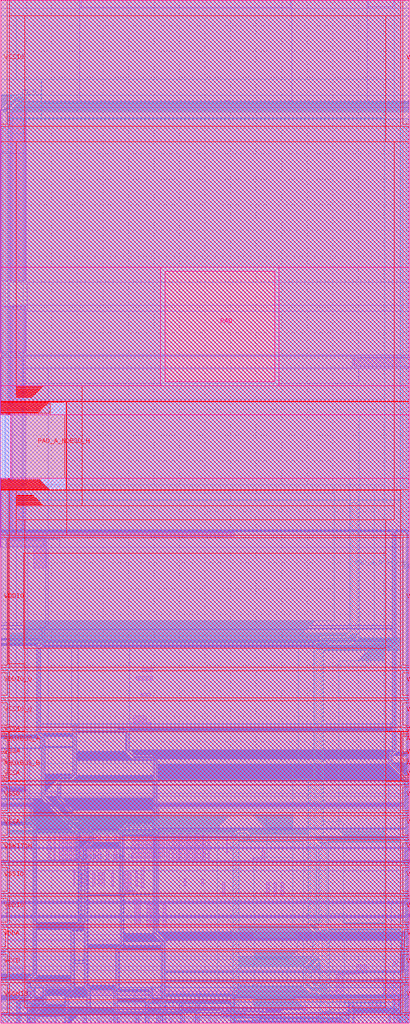
<source format=lef>
# Copyright 2020 The SkyWater PDK Authors
#
# Licensed under the Apache License, Version 2.0 (the "License");
# you may not use this file except in compliance with the License.
# You may obtain a copy of the License at
#
#     https://www.apache.org/licenses/LICENSE-2.0
#
# Unless required by applicable law or agreed to in writing, software
# distributed under the License is distributed on an "AS IS" BASIS,
# WITHOUT WARRANTIES OR CONDITIONS OF ANY KIND, either express or implied.
# See the License for the specific language governing permissions and
# limitations under the License.
#
# SPDX-License-Identifier: Apache-2.0

VERSION 5.5 ;
NAMESCASESENSITIVE ON ;
BUSBITCHARS "[]" ;
DIVIDERCHAR "/" ;
MACRO sky130_fd_io__top_gpiov2
  CLASS PAD ;
  SOURCE USER ;
  ORIGIN  0.000000  0.000000 ;
  SIZE 80 BY 200 ;
  SYMMETRY X Y R90 ;
  PIN AMUXBUS_A
    ANTENNAPARTIALMETALSIDEAREA  119.1680 ;
    DIRECTION INOUT ;
    USE SIGNAL ;
    PORT
      LAYER met4 ;
        RECT 0.000000 53.125000 1.270000 56.105000 ;
    END
    PORT
      LAYER met4 ;
        RECT 78.730000 53.125000 80.000000 56.105000 ;
    END
  END AMUXBUS_A
  PIN AMUXBUS_B
    ANTENNAPARTIALMETALSIDEAREA  119.1680 ;
    DIRECTION INOUT ;
    USE SIGNAL ;
    PORT
      LAYER met4 ;
        RECT 0.000000 48.365000 1.270000 51.345000 ;
    END
    PORT
      LAYER met4 ;
        RECT 78.730000 48.365000 80.000000 51.345000 ;
    END
  END AMUXBUS_B
  PIN ANALOG_EN
    ANTENNAPARTIALCUTAREA  0.160000 ;
    DIRECTION INPUT ;
    USE SIGNAL ;
    PORT
      LAYER met1 ;
        RECT 62.430000 0.000000 62.690000 1.915000 ;
    END
  END ANALOG_EN
  PIN ANALOG_POL
    ANTENNAPARTIALCUTAREA  0.160000 ;
    DIRECTION INPUT ;
    USE SIGNAL ;
    PORT
      LAYER met3 ;
        RECT 45.865000  0.000000 46.195000 36.665000 ;
        RECT 45.865000 36.665000 46.195000 36.735000 ;
        RECT 45.865000 36.735000 46.265000 36.805000 ;
        RECT 45.965000 36.805000 46.335000 36.905000 ;
        RECT 46.065000 36.905000 46.435000 37.005000 ;
        RECT 46.070000 37.005000 46.535000 37.010000 ;
        RECT 46.220000 37.010000 48.225000 37.160000 ;
        RECT 46.370000 37.160000 48.075000 37.310000 ;
        RECT 46.400000 37.310000 48.045000 37.340000 ;
        RECT 47.910000 37.005000 48.375000 37.010000 ;
        RECT 47.960000 35.870000 48.740000 36.190000 ;
        RECT 47.975000 36.940000 48.380000 37.005000 ;
        RECT 48.040000 36.875000 48.445000 36.940000 ;
        RECT 48.070000 36.190000 48.630000 36.300000 ;
        RECT 48.110000 36.805000 48.510000 36.875000 ;
        RECT 48.180000 36.300000 48.520000 36.410000 ;
        RECT 48.180000 36.410000 48.515000 36.415000 ;
        RECT 48.180000 36.415000 48.510000 36.420000 ;
        RECT 48.180000 36.420000 48.510000 36.735000 ;
        RECT 48.180000 36.735000 48.510000 36.805000 ;
    END
  END ANALOG_POL
  PIN ANALOG_SEL
    ANTENNAPARTIALCUTAREA  0.160000 ;
    DIRECTION INPUT ;
    USE SIGNAL ;
    PORT
      LAYER met2 ;
        RECT 23.080000 57.360000 24.590000 57.430000 ;
        RECT 23.080000 57.430000 24.520000 57.500000 ;
        RECT 23.080000 57.500000 24.450000 57.570000 ;
        RECT 23.080000 57.570000 24.380000 57.640000 ;
        RECT 24.285000 57.345000 24.660000 57.360000 ;
        RECT 24.355000 57.275000 24.675000 57.345000 ;
        RECT 24.425000 57.205000 24.745000 57.275000 ;
        RECT 24.495000 57.135000 24.815000 57.205000 ;
        RECT 24.565000 57.065000 24.885000 57.135000 ;
        RECT 24.620000 57.010000 24.955000 57.065000 ;
        RECT 24.675000 53.255000 25.010000 53.310000 ;
        RECT 24.675000 53.310000 24.955000 53.365000 ;
        RECT 24.675000 53.365000 24.955000 56.955000 ;
        RECT 24.675000 56.955000 24.955000 57.010000 ;
        RECT 24.740000 53.190000 25.065000 53.255000 ;
        RECT 24.810000 53.120000 25.130000 53.190000 ;
        RECT 24.880000 53.050000 25.200000 53.120000 ;
        RECT 24.950000 52.980000 25.270000 53.050000 ;
        RECT 25.020000 52.910000 25.340000 52.980000 ;
        RECT 25.090000 52.840000 25.410000 52.910000 ;
        RECT 25.160000 52.770000 25.480000 52.840000 ;
        RECT 25.230000 52.700000 25.550000 52.770000 ;
        RECT 25.300000 52.630000 25.620000 52.700000 ;
        RECT 25.370000 52.560000 25.690000 52.630000 ;
        RECT 25.440000 52.490000 25.760000 52.560000 ;
        RECT 25.510000 52.420000 25.830000 52.490000 ;
        RECT 25.580000 52.350000 25.900000 52.420000 ;
        RECT 25.650000 52.280000 25.970000 52.350000 ;
        RECT 25.720000 52.210000 26.040000 52.280000 ;
        RECT 25.790000 52.140000 29.735000 52.210000 ;
        RECT 25.860000 52.070000 29.805000 52.140000 ;
        RECT 25.930000 52.000000 29.875000 52.070000 ;
        RECT 26.000000 51.930000 29.945000 52.000000 ;
        RECT 29.645000 51.910000 30.015000 51.930000 ;
        RECT 29.715000 51.840000 30.035000 51.910000 ;
        RECT 29.785000 51.770000 30.105000 51.840000 ;
        RECT 29.855000 51.700000 30.175000 51.770000 ;
        RECT 29.925000 51.630000 30.245000 51.700000 ;
        RECT 29.995000 51.560000 30.315000 51.630000 ;
        RECT 30.060000 51.495000 30.385000 51.560000 ;
        RECT 30.125000 17.630000 30.440000 17.685000 ;
        RECT 30.125000 17.685000 30.385000 17.740000 ;
        RECT 30.125000 17.740000 30.385000 36.345000 ;
        RECT 30.125000 36.345000 30.385000 36.400000 ;
        RECT 30.125000 36.400000 30.440000 36.455000 ;
        RECT 30.125000 38.010000 30.440000 38.065000 ;
        RECT 30.125000 38.065000 30.385000 38.120000 ;
        RECT 30.125000 38.120000 30.385000 51.430000 ;
        RECT 30.125000 51.430000 30.385000 51.495000 ;
        RECT 30.140000 37.995000 30.495000 38.010000 ;
        RECT 30.180000 17.575000 30.495000 17.630000 ;
        RECT 30.195000 36.455000 30.495000 36.525000 ;
        RECT 30.210000 37.925000 30.510000 37.995000 ;
        RECT 30.250000 17.505000 30.550000 17.575000 ;
        RECT 30.265000 36.525000 30.565000 36.595000 ;
        RECT 30.280000 36.595000 30.635000 36.610000 ;
        RECT 30.280000 37.855000 30.580000 37.925000 ;
        RECT 30.320000 17.435000 30.620000 17.505000 ;
        RECT 30.335000 36.610000 30.650000 36.665000 ;
        RECT 30.335000 37.800000 30.650000 37.855000 ;
        RECT 30.390000 17.365000 30.690000 17.435000 ;
        RECT 30.390000 36.665000 30.650000 36.720000 ;
        RECT 30.390000 36.720000 30.650000 37.745000 ;
        RECT 30.390000 37.745000 30.650000 37.800000 ;
        RECT 30.460000 17.295000 30.760000 17.365000 ;
        RECT 30.530000 17.225000 30.830000 17.295000 ;
        RECT 30.600000 17.155000 30.900000 17.225000 ;
        RECT 30.670000 17.085000 30.970000 17.155000 ;
        RECT 30.740000 17.015000 31.040000 17.085000 ;
        RECT 30.750000  0.000000 31.010000  2.155000 ;
        RECT 30.750000  2.155000 31.010000  2.210000 ;
        RECT 30.750000  2.210000 31.065000  2.265000 ;
        RECT 30.810000 16.945000 31.110000 17.015000 ;
        RECT 30.820000  2.265000 31.120000  2.335000 ;
        RECT 30.880000 16.875000 31.180000 16.945000 ;
        RECT 30.890000  2.335000 31.190000  2.405000 ;
        RECT 30.950000 16.805000 31.250000 16.875000 ;
        RECT 30.960000  2.405000 31.260000  2.475000 ;
        RECT 31.020000 16.735000 31.320000 16.805000 ;
        RECT 31.030000  2.475000 31.330000  2.545000 ;
        RECT 31.090000 16.665000 31.390000 16.735000 ;
        RECT 31.100000  2.545000 31.400000  2.615000 ;
        RECT 31.160000 16.595000 31.460000 16.665000 ;
        RECT 31.170000  2.615000 31.470000  2.685000 ;
        RECT 31.195000  2.685000 31.540000  2.710000 ;
        RECT 31.230000 16.525000 31.530000 16.595000 ;
        RECT 31.250000  2.710000 31.565000  2.765000 ;
        RECT 31.300000 16.455000 31.600000 16.525000 ;
        RECT 31.305000  2.765000 31.565000  2.820000 ;
        RECT 31.305000  2.820000 31.565000  4.335000 ;
        RECT 31.305000  4.335000 31.565000  4.390000 ;
        RECT 31.305000  4.390000 31.620000  4.445000 ;
        RECT 31.370000 16.385000 31.670000 16.455000 ;
        RECT 31.375000  4.445000 31.675000  4.515000 ;
        RECT 31.440000 16.315000 31.740000 16.385000 ;
        RECT 31.445000  4.515000 31.745000  4.585000 ;
        RECT 31.510000 16.245000 31.810000 16.315000 ;
        RECT 31.515000  4.585000 31.815000  4.655000 ;
        RECT 31.580000  4.655000 31.885000  4.720000 ;
        RECT 31.580000 16.175000 31.880000 16.245000 ;
        RECT 31.635000  4.720000 31.950000  4.775000 ;
        RECT 31.635000 16.120000 31.950000 16.175000 ;
        RECT 31.690000  4.775000 31.950000  4.830000 ;
        RECT 31.690000  4.830000 31.950000 16.065000 ;
        RECT 31.690000 16.065000 31.950000 16.120000 ;
    END
  END ANALOG_SEL
  PIN DM[0]
    ANTENNAPARTIALCUTAREA  0.160000 ;
    DIRECTION INPUT ;
    USE SIGNAL ;
    PORT
      LAYER met2 ;
        RECT 49.590000 0.545000 50.360000 0.825000 ;
        RECT 49.625000 0.510000 50.325000 0.545000 ;
        RECT 49.695000 0.440000 50.255000 0.510000 ;
        RECT 49.765000 0.370000 50.185000 0.440000 ;
        RECT 49.835000 0.300000 50.115000 0.370000 ;
        RECT 49.845000 0.290000 50.115000 0.300000 ;
        RECT 49.855000 0.000000 50.115000 0.280000 ;
        RECT 49.855000 0.280000 50.115000 0.290000 ;
    END
  END DM[0]
  PIN DM[1]
    ANTENNAPARTIALCUTAREA  0.160000 ;
    DIRECTION INPUT ;
    USE SIGNAL ;
    PORT
      LAYER met2 ;
        RECT 66.540000 1.195000 67.360000 1.475000 ;
        RECT 66.595000 1.140000 67.305000 1.195000 ;
        RECT 66.665000 1.070000 67.235000 1.140000 ;
        RECT 66.735000 1.000000 67.165000 1.070000 ;
        RECT 66.805000 0.930000 67.095000 1.000000 ;
        RECT 66.820000 0.915000 67.095000 0.930000 ;
        RECT 66.835000 0.000000 67.095000 0.900000 ;
        RECT 66.835000 0.900000 67.095000 0.915000 ;
    END
  END DM[1]
  PIN DM[2]
    ANTENNAGATEAREA  0.500000 ;
    DIRECTION INPUT ;
    USE SIGNAL ;
    PORT
      LAYER met2 ;
        RECT 28.490000 0.000000 28.750000 3.960000 ;
        RECT 28.490000 3.960000 28.750000 4.015000 ;
        RECT 28.490000 4.015000 28.805000 4.070000 ;
        RECT 28.560000 4.070000 28.860000 4.140000 ;
        RECT 28.630000 4.140000 28.930000 4.210000 ;
        RECT 28.700000 4.210000 29.000000 4.280000 ;
        RECT 28.770000 4.280000 29.070000 4.350000 ;
        RECT 28.840000 4.350000 29.140000 4.420000 ;
        RECT 28.910000 4.420000 29.210000 4.490000 ;
        RECT 28.980000 4.490000 29.280000 4.560000 ;
        RECT 29.050000 4.560000 29.350000 4.630000 ;
        RECT 29.100000 4.630000 29.420000 4.680000 ;
        RECT 29.155000 4.680000 29.470000 4.735000 ;
        RECT 29.210000 4.735000 29.470000 4.790000 ;
        RECT 29.210000 4.790000 29.470000 6.780000 ;
    END
  END DM[2]
  PIN ENABLE_H
    ANTENNAGATEAREA  4.860000 ;
    DIRECTION INPUT ;
    USE SIGNAL ;
    PORT
      LAYER met2 ;
        RECT 35.135000 2.225000 35.450000 2.280000 ;
        RECT 35.135000 2.280000 35.395000 2.335000 ;
        RECT 35.135000 2.335000 35.395000 3.885000 ;
        RECT 35.140000 2.220000 35.505000 2.225000 ;
        RECT 35.210000 2.150000 35.510000 2.220000 ;
        RECT 35.280000 2.080000 35.580000 2.150000 ;
        RECT 35.350000 2.010000 35.650000 2.080000 ;
        RECT 35.405000 1.955000 35.720000 2.010000 ;
        RECT 35.460000 0.000000 35.720000 1.900000 ;
        RECT 35.460000 1.900000 35.720000 1.955000 ;
    END
  END ENABLE_H
  PIN ENABLE_INP_H
    ANTENNAGATEAREA  3.240000 ;
    DIRECTION INPUT ;
    USE SIGNAL ;
    PORT
      LAYER met2 ;
        RECT 38.390000 0.000000 38.650000 3.715000 ;
    END
  END ENABLE_INP_H
  PIN ENABLE_VDDA_H
    ANTENNAGATEAREA  3.500000 ;
    DIRECTION INPUT ;
    USE SIGNAL ;
    PORT
      LAYER met2 ;
        RECT  7.315000 56.460000  7.630000 56.515000 ;
        RECT  7.315000 56.515000  7.575000 56.570000 ;
        RECT  7.315000 56.570000  7.575000 73.615000 ;
        RECT  7.315000 73.615000  7.575000 73.670000 ;
        RECT  7.315000 73.670000  7.630000 73.725000 ;
        RECT  7.375000 56.400000  7.685000 56.460000 ;
        RECT  7.385000 73.725000  7.685000 73.795000 ;
        RECT  7.445000 56.330000  7.745000 56.400000 ;
        RECT  7.455000 73.795000  7.755000 73.865000 ;
        RECT  7.515000 56.260000  7.815000 56.330000 ;
        RECT  7.525000 73.865000  7.825000 73.935000 ;
        RECT  7.585000 56.190000  7.885000 56.260000 ;
        RECT  7.595000 73.935000  7.895000 74.005000 ;
        RECT  7.655000 56.120000  7.955000 56.190000 ;
        RECT  7.665000 74.005000  7.965000 74.075000 ;
        RECT  7.695000 74.075000  8.035000 74.105000 ;
        RECT  7.725000 56.050000  8.025000 56.120000 ;
        RECT  7.750000 74.105000  8.065000 74.160000 ;
        RECT  7.795000 55.980000  8.095000 56.050000 ;
        RECT  7.805000 74.160000  8.065000 74.215000 ;
        RECT  7.805000 74.215000  8.065000 74.680000 ;
        RECT  7.805000 74.680000  8.065000 74.735000 ;
        RECT  7.805000 74.735000  8.120000 74.790000 ;
        RECT  7.865000 55.910000  8.165000 55.980000 ;
        RECT  7.875000 74.790000  8.175000 74.860000 ;
        RECT  7.920000 55.855000  8.235000 55.910000 ;
        RECT  7.920000 77.285000  8.560000 77.545000 ;
        RECT  7.945000 74.860000  8.245000 74.930000 ;
        RECT  7.975000 53.960000  8.290000 54.015000 ;
        RECT  7.975000 54.015000  8.235000 54.070000 ;
        RECT  7.975000 54.070000  8.235000 55.800000 ;
        RECT  7.975000 55.800000  8.235000 55.855000 ;
        RECT  8.015000 74.930000  8.315000 75.000000 ;
        RECT  8.030000 53.905000  8.345000 53.960000 ;
        RECT  8.085000 53.850000  8.400000 53.905000 ;
        RECT  8.085000 75.000000  8.385000 75.070000 ;
        RECT  8.085000 77.240000  8.515000 77.285000 ;
        RECT  8.100000 75.070000  8.455000 75.085000 ;
        RECT  8.130000 77.195000  8.470000 77.240000 ;
        RECT  8.140000 53.795000  8.455000 53.850000 ;
        RECT  8.155000 75.085000  8.470000 75.140000 ;
        RECT  8.170000 77.155000  8.470000 77.195000 ;
        RECT  8.195000 44.075000  8.510000 44.130000 ;
        RECT  8.195000 44.130000  8.455000 44.185000 ;
        RECT  8.195000 44.185000  8.455000 53.740000 ;
        RECT  8.195000 53.740000  8.455000 53.795000 ;
        RECT  8.210000 44.060000  8.565000 44.075000 ;
        RECT  8.210000 75.140000  8.470000 75.195000 ;
        RECT  8.210000 75.195000  8.470000 77.115000 ;
        RECT  8.210000 77.115000  8.470000 77.155000 ;
        RECT  8.280000 43.990000  8.580000 44.060000 ;
        RECT  8.350000 43.920000  8.650000 43.990000 ;
        RECT  8.420000 43.850000  8.720000 43.920000 ;
        RECT  8.490000 43.780000  8.790000 43.850000 ;
        RECT  8.560000 43.710000  8.860000 43.780000 ;
        RECT  8.630000 43.640000  8.930000 43.710000 ;
        RECT  8.700000 43.570000  9.000000 43.640000 ;
        RECT  8.770000 43.500000  9.070000 43.570000 ;
        RECT  8.840000 43.430000  9.140000 43.500000 ;
        RECT  8.910000 43.360000  9.210000 43.430000 ;
        RECT  8.980000 43.290000  9.280000 43.360000 ;
        RECT  9.050000 43.220000  9.350000 43.290000 ;
        RECT  9.120000 43.150000  9.420000 43.220000 ;
        RECT  9.190000 43.080000  9.490000 43.150000 ;
        RECT  9.260000 43.010000  9.560000 43.080000 ;
        RECT  9.330000 42.940000  9.630000 43.010000 ;
        RECT  9.400000 42.870000  9.700000 42.940000 ;
        RECT  9.470000 42.800000  9.770000 42.870000 ;
        RECT  9.540000 42.730000  9.840000 42.800000 ;
        RECT  9.610000 42.660000  9.910000 42.730000 ;
        RECT  9.680000 42.590000  9.980000 42.660000 ;
        RECT  9.750000 42.520000 10.050000 42.590000 ;
        RECT  9.820000 42.450000 10.120000 42.520000 ;
        RECT  9.890000 42.380000 10.190000 42.450000 ;
        RECT  9.960000 42.310000 10.260000 42.380000 ;
        RECT 10.030000 42.240000 10.330000 42.310000 ;
        RECT 10.100000 42.170000 10.400000 42.240000 ;
        RECT 10.170000 42.100000 10.470000 42.170000 ;
        RECT 10.240000 42.030000 10.540000 42.100000 ;
        RECT 10.310000 41.960000 10.610000 42.030000 ;
        RECT 10.380000 41.890000 10.680000 41.960000 ;
        RECT 10.450000 41.820000 10.750000 41.890000 ;
        RECT 10.520000 41.750000 10.820000 41.820000 ;
        RECT 10.590000 41.680000 10.890000 41.750000 ;
        RECT 10.660000 41.610000 10.960000 41.680000 ;
        RECT 10.730000 41.540000 11.030000 41.610000 ;
        RECT 10.800000 41.470000 11.100000 41.540000 ;
        RECT 10.870000 41.400000 11.170000 41.470000 ;
        RECT 10.940000 41.330000 11.240000 41.400000 ;
        RECT 11.010000 41.260000 11.310000 41.330000 ;
        RECT 11.080000 41.190000 11.380000 41.260000 ;
        RECT 11.150000 41.120000 11.450000 41.190000 ;
        RECT 11.220000 41.050000 11.520000 41.120000 ;
        RECT 11.290000 40.980000 11.590000 41.050000 ;
        RECT 11.360000 40.910000 11.660000 40.980000 ;
        RECT 11.430000 40.840000 11.730000 40.910000 ;
        RECT 11.500000 40.770000 11.800000 40.840000 ;
        RECT 11.570000 40.700000 11.870000 40.770000 ;
        RECT 11.640000 40.630000 11.940000 40.700000 ;
        RECT 11.710000 40.560000 12.010000 40.630000 ;
        RECT 11.780000 40.490000 12.080000 40.560000 ;
        RECT 11.850000 40.420000 12.150000 40.490000 ;
        RECT 11.920000 40.350000 12.220000 40.420000 ;
        RECT 11.990000 40.280000 12.290000 40.350000 ;
        RECT 12.060000 40.210000 12.360000 40.280000 ;
        RECT 12.130000 40.140000 12.430000 40.210000 ;
        RECT 12.200000 40.070000 12.500000 40.140000 ;
        RECT 12.270000 40.000000 12.570000 40.070000 ;
        RECT 12.340000 39.930000 12.640000 40.000000 ;
        RECT 12.410000 39.860000 12.710000 39.930000 ;
        RECT 12.480000 39.790000 12.780000 39.860000 ;
        RECT 12.550000 39.720000 12.850000 39.790000 ;
        RECT 12.620000 39.650000 12.920000 39.720000 ;
        RECT 12.690000 39.580000 12.990000 39.650000 ;
        RECT 12.755000  0.000000 13.015000  5.240000 ;
        RECT 12.755000  5.240000 13.015000  5.295000 ;
        RECT 12.755000  5.295000 13.070000  5.350000 ;
        RECT 12.760000 39.510000 13.060000 39.580000 ;
        RECT 12.825000  5.350000 13.125000  5.420000 ;
        RECT 12.830000 39.440000 13.130000 39.510000 ;
        RECT 12.895000  5.420000 13.195000  5.490000 ;
        RECT 12.900000 39.370000 13.200000 39.440000 ;
        RECT 12.965000  5.490000 13.265000  5.560000 ;
        RECT 12.970000 39.300000 13.270000 39.370000 ;
        RECT 13.035000  5.560000 13.335000  5.630000 ;
        RECT 13.040000 39.230000 13.340000 39.300000 ;
        RECT 13.105000  5.630000 13.405000  5.700000 ;
        RECT 13.110000 39.160000 13.410000 39.230000 ;
        RECT 13.175000  5.700000 13.475000  5.770000 ;
        RECT 13.180000 39.090000 13.480000 39.160000 ;
        RECT 13.245000  5.770000 13.545000  5.840000 ;
        RECT 13.250000 39.020000 13.550000 39.090000 ;
        RECT 13.315000  5.840000 13.615000  5.910000 ;
        RECT 13.320000 38.950000 13.620000 39.020000 ;
        RECT 13.385000  5.910000 13.685000  5.980000 ;
        RECT 13.390000 38.880000 13.690000 38.950000 ;
        RECT 13.455000  5.980000 13.755000  6.050000 ;
        RECT 13.460000 38.810000 13.760000 38.880000 ;
        RECT 13.525000  6.050000 13.825000  6.120000 ;
        RECT 13.530000 38.740000 13.830000 38.810000 ;
        RECT 13.595000  6.120000 13.895000  6.190000 ;
        RECT 13.600000 38.670000 13.900000 38.740000 ;
        RECT 13.665000  6.190000 13.965000  6.260000 ;
        RECT 13.670000 38.600000 13.970000 38.670000 ;
        RECT 13.735000  6.260000 14.035000  6.330000 ;
        RECT 13.740000 38.530000 14.040000 38.600000 ;
        RECT 13.805000  6.330000 14.105000  6.400000 ;
        RECT 13.810000 38.460000 14.110000 38.530000 ;
        RECT 13.860000  6.400000 14.175000  6.455000 ;
        RECT 13.880000 38.390000 14.180000 38.460000 ;
        RECT 13.915000  6.455000 14.230000  6.510000 ;
        RECT 13.950000 38.320000 14.250000 38.390000 ;
        RECT 13.970000  6.510000 14.230000  6.565000 ;
        RECT 13.970000  6.565000 14.230000 18.115000 ;
        RECT 13.970000 18.115000 14.230000 18.170000 ;
        RECT 13.970000 18.170000 14.285000 18.225000 ;
        RECT 14.020000 38.250000 14.320000 38.320000 ;
        RECT 14.040000 18.225000 14.340000 18.295000 ;
        RECT 14.090000 38.180000 14.390000 38.250000 ;
        RECT 14.110000 18.295000 14.410000 18.365000 ;
        RECT 14.160000 38.110000 14.460000 38.180000 ;
        RECT 14.180000 18.365000 14.480000 18.435000 ;
        RECT 14.230000 38.040000 14.530000 38.110000 ;
        RECT 14.250000 18.435000 14.550000 18.505000 ;
        RECT 14.300000 37.970000 14.600000 38.040000 ;
        RECT 14.320000 18.505000 14.620000 18.575000 ;
        RECT 14.370000 37.900000 14.670000 37.970000 ;
        RECT 14.390000 18.575000 14.690000 18.645000 ;
        RECT 14.440000 37.830000 14.740000 37.900000 ;
        RECT 14.460000 18.645000 14.760000 18.715000 ;
        RECT 14.510000 37.760000 14.810000 37.830000 ;
        RECT 14.530000 18.715000 14.830000 18.785000 ;
        RECT 14.580000 37.690000 14.880000 37.760000 ;
        RECT 14.600000 18.785000 14.900000 18.855000 ;
        RECT 14.650000 37.620000 14.950000 37.690000 ;
        RECT 14.670000 18.855000 14.970000 18.925000 ;
        RECT 14.720000 37.550000 15.020000 37.620000 ;
        RECT 14.740000 18.925000 15.040000 18.995000 ;
        RECT 14.790000 37.480000 15.090000 37.550000 ;
        RECT 14.810000 18.995000 15.110000 19.065000 ;
        RECT 14.860000 37.410000 15.160000 37.480000 ;
        RECT 14.880000 19.065000 15.180000 19.135000 ;
        RECT 14.915000 37.355000 15.230000 37.410000 ;
        RECT 14.950000 19.135000 15.250000 19.205000 ;
        RECT 14.970000 31.960000 15.285000 32.015000 ;
        RECT 14.970000 32.015000 15.230000 32.070000 ;
        RECT 14.970000 32.070000 15.230000 37.300000 ;
        RECT 14.970000 37.300000 15.230000 37.355000 ;
        RECT 14.995000 31.935000 15.340000 31.960000 ;
        RECT 15.020000 19.205000 15.320000 19.275000 ;
        RECT 15.065000 31.865000 15.365000 31.935000 ;
        RECT 15.090000 19.275000 15.390000 19.345000 ;
        RECT 15.135000 31.795000 15.435000 31.865000 ;
        RECT 15.160000 19.345000 15.460000 19.415000 ;
        RECT 15.205000 31.725000 15.505000 31.795000 ;
        RECT 15.230000 19.415000 15.530000 19.485000 ;
        RECT 15.275000 19.485000 15.600000 19.530000 ;
        RECT 15.275000 31.655000 15.575000 31.725000 ;
        RECT 15.330000 19.530000 15.645000 19.585000 ;
        RECT 15.330000 31.600000 15.645000 31.655000 ;
        RECT 15.385000 19.585000 15.645000 19.640000 ;
        RECT 15.385000 19.640000 15.645000 31.545000 ;
        RECT 15.385000 31.545000 15.645000 31.600000 ;
    END
  END ENABLE_VDDA_H
  PIN ENABLE_VDDIO
    ANTENNAGATEAREA  3.240000 ;
    DIRECTION INPUT ;
    USE SIGNAL ;
    PORT
      LAYER met3 ;
        RECT 78.580000 0.000000 78.910000 176.480000 ;
    END
  END ENABLE_VDDIO
  PIN ENABLE_VSWITCH_H
    ANTENNAGATEAREA  3.120000 ;
    DIRECTION INPUT ;
    USE SIGNAL ;
    PORT
      LAYER met2 ;
        RECT 11.250000 43.835000 11.565000 43.890000 ;
        RECT 11.250000 43.890000 11.510000 43.945000 ;
        RECT 11.250000 43.945000 11.510000 47.275000 ;
        RECT 11.250000 47.275000 11.510000 47.330000 ;
        RECT 11.250000 47.330000 11.565000 47.385000 ;
        RECT 11.270000 43.815000 11.620000 43.835000 ;
        RECT 11.320000 47.385000 11.620000 47.455000 ;
        RECT 11.340000 43.745000 11.640000 43.815000 ;
        RECT 11.390000 47.455000 11.690000 47.525000 ;
        RECT 11.410000 43.675000 11.710000 43.745000 ;
        RECT 11.460000 47.525000 11.760000 47.595000 ;
        RECT 11.480000 43.605000 11.780000 43.675000 ;
        RECT 11.530000 47.595000 11.830000 47.665000 ;
        RECT 11.550000 43.535000 11.850000 43.605000 ;
        RECT 11.600000 47.665000 11.900000 47.735000 ;
        RECT 11.620000 43.465000 11.920000 43.535000 ;
        RECT 11.670000 47.735000 11.970000 47.805000 ;
        RECT 11.680000 47.805000 12.040000 47.815000 ;
        RECT 11.690000 43.395000 11.990000 43.465000 ;
        RECT 11.750000 47.815000 13.850000 47.885000 ;
        RECT 11.760000 43.325000 12.060000 43.395000 ;
        RECT 11.820000 47.885000 13.920000 47.955000 ;
        RECT 11.830000 43.255000 12.130000 43.325000 ;
        RECT 11.890000 47.955000 13.990000 48.025000 ;
        RECT 11.900000 43.185000 12.200000 43.255000 ;
        RECT 11.940000 48.025000 14.060000 48.075000 ;
        RECT 11.970000 43.115000 12.270000 43.185000 ;
        RECT 12.040000 43.045000 12.340000 43.115000 ;
        RECT 12.110000 42.975000 12.410000 43.045000 ;
        RECT 12.180000 42.905000 12.480000 42.975000 ;
        RECT 12.250000 42.835000 12.550000 42.905000 ;
        RECT 12.320000 42.765000 12.620000 42.835000 ;
        RECT 12.390000 42.695000 12.690000 42.765000 ;
        RECT 12.460000 42.625000 12.760000 42.695000 ;
        RECT 12.530000 42.555000 12.830000 42.625000 ;
        RECT 12.600000 42.485000 12.900000 42.555000 ;
        RECT 12.670000 42.415000 12.970000 42.485000 ;
        RECT 12.740000 42.345000 13.040000 42.415000 ;
        RECT 12.810000 42.275000 13.110000 42.345000 ;
        RECT 12.880000 42.205000 13.180000 42.275000 ;
        RECT 12.950000 42.135000 13.250000 42.205000 ;
        RECT 13.020000 42.065000 13.320000 42.135000 ;
        RECT 13.090000 41.995000 13.390000 42.065000 ;
        RECT 13.160000 41.925000 13.460000 41.995000 ;
        RECT 13.230000 41.855000 13.530000 41.925000 ;
        RECT 13.300000 41.785000 13.600000 41.855000 ;
        RECT 13.370000 41.715000 13.670000 41.785000 ;
        RECT 13.440000 41.645000 13.740000 41.715000 ;
        RECT 13.510000 41.575000 13.810000 41.645000 ;
        RECT 13.565000 41.520000 13.880000 41.575000 ;
        RECT 13.620000 40.430000 13.935000 40.485000 ;
        RECT 13.620000 40.485000 13.880000 40.540000 ;
        RECT 13.620000 40.540000 13.880000 41.465000 ;
        RECT 13.620000 41.465000 13.880000 41.520000 ;
        RECT 13.640000 40.410000 13.990000 40.430000 ;
        RECT 13.710000 40.340000 14.010000 40.410000 ;
        RECT 13.780000 40.270000 14.080000 40.340000 ;
        RECT 13.810000 48.075000 14.110000 48.145000 ;
        RECT 13.850000 40.200000 14.150000 40.270000 ;
        RECT 13.880000 48.145000 14.180000 48.215000 ;
        RECT 13.920000 40.130000 14.220000 40.200000 ;
        RECT 13.950000 48.215000 14.250000 48.285000 ;
        RECT 13.990000 40.060000 14.290000 40.130000 ;
        RECT 14.020000 48.285000 14.320000 48.355000 ;
        RECT 14.060000 39.990000 14.360000 40.060000 ;
        RECT 14.090000 48.355000 14.390000 48.425000 ;
        RECT 14.130000 39.920000 14.430000 39.990000 ;
        RECT 14.160000 48.425000 14.460000 48.495000 ;
        RECT 14.180000 39.870000 15.420000 39.920000 ;
        RECT 14.195000 58.050000 14.835000 58.310000 ;
        RECT 14.210000 58.035000 14.820000 58.050000 ;
        RECT 14.230000 48.495000 14.530000 48.565000 ;
        RECT 14.240000 48.565000 14.600000 48.575000 ;
        RECT 14.250000 39.800000 15.470000 39.870000 ;
        RECT 14.280000 57.965000 14.750000 58.035000 ;
        RECT 14.295000 48.575000 14.610000 48.630000 ;
        RECT 14.320000 39.730000 15.540000 39.800000 ;
        RECT 14.350000 48.630000 14.610000 48.685000 ;
        RECT 14.350000 48.685000 14.610000 57.825000 ;
        RECT 14.350000 57.825000 14.610000 57.860000 ;
        RECT 14.350000 57.860000 14.645000 57.895000 ;
        RECT 14.350000 57.895000 14.680000 57.965000 ;
        RECT 14.390000 39.660000 15.610000 39.730000 ;
        RECT 15.365000 39.605000 15.680000 39.660000 ;
        RECT 15.435000 39.535000 15.735000 39.605000 ;
        RECT 15.505000 39.465000 15.805000 39.535000 ;
        RECT 15.575000 39.395000 15.875000 39.465000 ;
        RECT 15.645000 39.325000 15.945000 39.395000 ;
        RECT 15.715000 39.255000 16.015000 39.325000 ;
        RECT 15.785000 39.185000 16.085000 39.255000 ;
        RECT 15.855000 39.115000 16.155000 39.185000 ;
        RECT 15.925000 39.045000 16.225000 39.115000 ;
        RECT 15.995000 38.975000 16.295000 39.045000 ;
        RECT 16.065000 38.905000 16.365000 38.975000 ;
        RECT 16.135000 38.835000 16.435000 38.905000 ;
        RECT 16.205000 38.765000 16.505000 38.835000 ;
        RECT 16.275000 38.695000 16.575000 38.765000 ;
        RECT 16.310000  0.000000 16.570000  2.210000 ;
        RECT 16.310000  2.210000 16.570000  2.265000 ;
        RECT 16.310000  2.265000 16.625000  2.320000 ;
        RECT 16.345000 38.625000 16.645000 38.695000 ;
        RECT 16.365000 31.560000 16.680000 31.615000 ;
        RECT 16.365000 31.615000 16.625000 31.670000 ;
        RECT 16.365000 31.670000 16.625000 34.210000 ;
        RECT 16.365000 34.210000 16.625000 34.265000 ;
        RECT 16.365000 34.265000 16.680000 34.320000 ;
        RECT 16.370000 31.555000 16.735000 31.560000 ;
        RECT 16.380000  2.320000 16.680000  2.390000 ;
        RECT 16.415000 38.555000 16.715000 38.625000 ;
        RECT 16.435000 31.490000 16.740000 31.555000 ;
        RECT 16.435000 34.320000 16.735000 34.390000 ;
        RECT 16.450000  2.390000 16.750000  2.460000 ;
        RECT 16.485000 38.485000 16.785000 38.555000 ;
        RECT 16.500000 31.425000 16.805000 31.490000 ;
        RECT 16.505000 34.390000 16.805000 34.460000 ;
        RECT 16.520000  2.460000 16.820000  2.530000 ;
        RECT 16.555000 31.370000 16.870000 31.425000 ;
        RECT 16.555000 38.415000 16.855000 38.485000 ;
        RECT 16.575000 34.460000 16.875000 34.530000 ;
        RECT 16.590000  2.530000 16.890000  2.600000 ;
        RECT 16.610000  7.160000 16.925000  7.215000 ;
        RECT 16.610000  7.215000 16.870000  7.270000 ;
        RECT 16.610000  7.270000 16.870000 11.540000 ;
        RECT 16.610000 12.475000 16.870000 31.315000 ;
        RECT 16.610000 31.315000 16.870000 31.370000 ;
        RECT 16.615000 12.470000 16.870000 12.475000 ;
        RECT 16.625000 38.345000 16.925000 38.415000 ;
        RECT 16.635000  7.135000 16.980000  7.160000 ;
        RECT 16.645000 34.530000 16.945000 34.600000 ;
        RECT 16.655000 11.540000 16.870000 11.585000 ;
        RECT 16.660000  2.600000 16.960000  2.670000 ;
        RECT 16.660000 12.425000 16.870000 12.470000 ;
        RECT 16.695000 38.275000 16.995000 38.345000 ;
        RECT 16.700000 11.585000 16.870000 11.630000 ;
        RECT 16.705000  7.065000 17.005000  7.135000 ;
        RECT 16.705000 11.630000 16.870000 11.635000 ;
        RECT 16.705000 11.635000 16.870000 12.380000 ;
        RECT 16.705000 12.380000 16.870000 12.425000 ;
        RECT 16.715000 34.600000 17.015000 34.670000 ;
        RECT 16.730000  2.670000 17.030000  2.740000 ;
        RECT 16.765000 38.205000 17.065000 38.275000 ;
        RECT 16.775000  6.995000 17.075000  7.065000 ;
        RECT 16.785000 34.670000 17.085000 34.740000 ;
        RECT 16.800000  2.740000 17.100000  2.810000 ;
        RECT 16.835000 38.135000 17.135000 38.205000 ;
        RECT 16.845000  6.925000 17.145000  6.995000 ;
        RECT 16.855000 34.740000 17.155000 34.810000 ;
        RECT 16.870000  2.810000 17.170000  2.880000 ;
        RECT 16.905000 38.065000 17.205000 38.135000 ;
        RECT 16.915000  6.855000 17.215000  6.925000 ;
        RECT 16.925000 34.810000 17.225000 34.880000 ;
        RECT 16.940000  2.880000 17.240000  2.950000 ;
        RECT 16.975000 37.995000 17.275000 38.065000 ;
        RECT 16.985000  2.950000 17.310000  2.995000 ;
        RECT 16.985000  6.785000 17.285000  6.855000 ;
        RECT 16.995000 34.880000 17.295000 34.950000 ;
        RECT 17.040000  2.995000 17.355000  3.050000 ;
        RECT 17.040000  6.730000 17.355000  6.785000 ;
        RECT 17.045000 37.925000 17.345000 37.995000 ;
        RECT 17.065000 34.950000 17.365000 35.020000 ;
        RECT 17.095000  3.050000 17.355000  3.105000 ;
        RECT 17.095000  3.105000 17.355000  6.675000 ;
        RECT 17.095000  6.675000 17.355000  6.730000 ;
        RECT 17.115000 37.855000 17.415000 37.925000 ;
        RECT 17.135000 35.020000 17.435000 35.090000 ;
        RECT 17.185000 37.785000 17.485000 37.855000 ;
        RECT 17.205000 35.090000 17.505000 35.160000 ;
        RECT 17.255000 37.715000 17.555000 37.785000 ;
        RECT 17.275000 35.160000 17.575000 35.230000 ;
        RECT 17.325000 37.645000 17.625000 37.715000 ;
        RECT 17.345000 35.230000 17.645000 35.300000 ;
        RECT 17.395000 37.575000 17.695000 37.645000 ;
        RECT 17.415000 35.300000 17.715000 35.370000 ;
        RECT 17.465000 35.370000 17.785000 35.420000 ;
        RECT 17.465000 37.505000 17.765000 37.575000 ;
        RECT 17.520000 35.420000 17.835000 35.475000 ;
        RECT 17.520000 37.450000 17.835000 37.505000 ;
        RECT 17.575000 35.475000 17.835000 35.530000 ;
        RECT 17.575000 35.530000 17.835000 37.395000 ;
        RECT 17.575000 37.395000 17.835000 37.450000 ;
    END
  END ENABLE_VSWITCH_H
  PIN HLD_H_N
    ANTENNAGATEAREA  1.620000 ;
    DIRECTION INPUT ;
    USE SIGNAL ;
    PORT
      LAYER met2 ;
        RECT 31.815000 0.000000 32.075000 3.965000 ;
    END
  END HLD_H_N
  PIN HLD_OVR
    ANTENNAGATEAREA  0.500000 ;
    DIRECTION INPUT ;
    USE SIGNAL ;
    PORT
      LAYER met2 ;
        RECT 26.600000 0.000000 26.860000 1.695000 ;
    END
  END HLD_OVR
  PIN IB_MODE_SEL
    ANTENNAGATEAREA  0.500000 ;
    DIRECTION INPUT ;
    USE SIGNAL ;
    PORT
      LAYER met2 ;
        RECT 5.420000 0.000000 5.650000 4.375000 ;
        RECT 5.420000 4.375000 5.650000 4.425000 ;
        RECT 5.420000 4.425000 5.700000 4.475000 ;
        RECT 5.490000 4.475000 5.750000 4.545000 ;
        RECT 5.560000 4.545000 5.820000 4.615000 ;
        RECT 5.630000 4.615000 5.890000 4.685000 ;
        RECT 5.700000 4.685000 5.960000 4.755000 ;
        RECT 5.770000 4.755000 6.030000 4.825000 ;
        RECT 5.840000 4.825000 6.100000 4.895000 ;
        RECT 5.910000 4.895000 6.170000 4.965000 ;
        RECT 5.910000 6.425000 6.550000 6.685000 ;
        RECT 5.980000 4.965000 6.240000 5.035000 ;
        RECT 6.050000 5.035000 6.310000 5.105000 ;
        RECT 6.120000 5.105000 6.380000 5.175000 ;
        RECT 6.180000 6.390000 6.550000 6.425000 ;
        RECT 6.190000 5.175000 6.450000 5.245000 ;
        RECT 6.220000 5.245000 6.520000 5.275000 ;
        RECT 6.250000 6.320000 6.550000 6.390000 ;
        RECT 6.270000 5.275000 6.550000 5.325000 ;
        RECT 6.320000 5.325000 6.550000 5.375000 ;
        RECT 6.320000 5.375000 6.550000 6.250000 ;
        RECT 6.320000 6.250000 6.550000 6.320000 ;
    END
  END IB_MODE_SEL
  PIN IN
    ANTENNAPARTIALMETALSIDEAREA  303.1200 ;
    DIRECTION OUTPUT ;
    USE SIGNAL ;
    PORT
      LAYER met3 ;
        RECT 79.240000 0.000000 79.570000 176.480000 ;
    END
  END IN
  PIN INP_DIS
    ANTENNAGATEAREA  0.500000 ;
    DIRECTION INPUT ;
    USE SIGNAL ;
    PORT
      LAYER met2 ;
        RECT 45.245000 0.000000 45.505000 4.980000 ;
        RECT 45.245000 4.980000 45.505000 5.035000 ;
        RECT 45.245000 5.035000 45.560000 5.090000 ;
        RECT 45.315000 5.090000 45.615000 5.160000 ;
        RECT 45.385000 5.160000 45.685000 5.230000 ;
        RECT 45.455000 5.230000 45.755000 5.300000 ;
        RECT 45.525000 5.300000 45.825000 5.370000 ;
        RECT 45.595000 5.370000 45.895000 5.440000 ;
        RECT 45.665000 5.440000 45.965000 5.510000 ;
        RECT 45.735000 5.510000 46.035000 5.580000 ;
        RECT 45.745000 5.580000 46.105000 5.590000 ;
        RECT 45.800000 5.590000 46.115000 5.645000 ;
        RECT 45.855000 5.645000 46.115000 5.700000 ;
        RECT 45.855000 5.700000 46.115000 6.780000 ;
    END
  END INP_DIS
  PIN IN_H
    ANTENNAPARTIALMETALSIDEAREA  291.9480 ;
    DIRECTION OUTPUT ;
    USE SIGNAL ;
    PORT
      LAYER met3 ;
        RECT 0.400000   0.000000 1.020000 178.235000 ;
        RECT 0.400000 178.235000 1.020000 178.360000 ;
        RECT 0.400000 178.360000 1.145000 178.485000 ;
        RECT 0.550000 178.485000 1.270000 178.635000 ;
        RECT 0.700000 178.635000 1.420000 178.785000 ;
        RECT 0.850000 178.785000 1.570000 178.935000 ;
        RECT 1.000000 178.935000 1.720000 179.085000 ;
        RECT 1.150000 179.085000 1.870000 179.235000 ;
        RECT 1.300000 179.235000 2.020000 179.385000 ;
        RECT 1.450000 179.385000 2.170000 179.535000 ;
        RECT 1.600000 179.535000 2.320000 179.685000 ;
        RECT 1.750000 179.685000 2.470000 179.835000 ;
        RECT 1.900000 179.835000 2.620000 179.985000 ;
        RECT 2.050000 179.985000 2.770000 180.135000 ;
        RECT 2.200000 180.135000 2.920000 180.285000 ;
        RECT 2.350000 180.285000 3.070000 180.435000 ;
        RECT 2.355000 180.435000 3.220000 180.440000 ;
        RECT 2.505000 180.440000 4.565000 180.590000 ;
        RECT 2.655000 180.590000 4.565000 180.740000 ;
        RECT 2.805000 180.740000 4.565000 180.890000 ;
        RECT 2.955000 180.890000 4.565000 181.040000 ;
        RECT 3.085000 181.040000 4.565000 181.170000 ;
    END
  END IN_H
  PIN OE_N
    ANTENNAGATEAREA  1.250000 ;
    DIRECTION INPUT ;
    USE SIGNAL ;
    PORT
      LAYER met2 ;
        RECT 3.375000  0.000000 3.605000  4.375000 ;
        RECT 3.375000  4.375000 3.605000  4.425000 ;
        RECT 3.375000  4.425000 3.655000  4.475000 ;
        RECT 3.445000  4.475000 3.705000  4.545000 ;
        RECT 3.515000  4.545000 3.775000  4.615000 ;
        RECT 3.585000  4.615000 3.845000  4.685000 ;
        RECT 3.655000  4.685000 3.915000  4.755000 ;
        RECT 3.725000  4.755000 3.985000  4.825000 ;
        RECT 3.770000  4.825000 4.055000  4.870000 ;
        RECT 3.840000  4.870000 5.225000  4.940000 ;
        RECT 3.910000  4.940000 5.295000  5.010000 ;
        RECT 3.980000  5.010000 5.365000  5.080000 ;
        RECT 4.000000  5.080000 5.435000  5.100000 ;
        RECT 5.195000  5.100000 5.455000  5.170000 ;
        RECT 5.265000  5.170000 5.525000  5.240000 ;
        RECT 5.300000  5.240000 5.595000  5.275000 ;
        RECT 5.350000  5.275000 5.630000  5.325000 ;
        RECT 5.400000  5.325000 5.630000  5.375000 ;
        RECT 5.400000  5.375000 5.630000  8.250000 ;
        RECT 5.400000  8.250000 5.630000  8.300000 ;
        RECT 5.400000  8.300000 5.680000  8.350000 ;
        RECT 5.470000  8.350000 5.730000  8.420000 ;
        RECT 5.540000  8.420000 5.800000  8.490000 ;
        RECT 5.610000  8.490000 5.870000  8.560000 ;
        RECT 5.680000  8.560000 5.940000  8.630000 ;
        RECT 5.750000  8.630000 6.010000  8.700000 ;
        RECT 5.820000  8.700000 6.080000  8.770000 ;
        RECT 5.890000  8.770000 6.150000  8.840000 ;
        RECT 5.960000  8.840000 6.220000  8.910000 ;
        RECT 5.965000 42.985000 6.225000 43.625000 ;
        RECT 5.970000 42.980000 6.220000 42.985000 ;
        RECT 5.975000 39.420000 6.255000 39.470000 ;
        RECT 5.975000 39.470000 6.205000 39.520000 ;
        RECT 5.975000 39.520000 6.205000 42.965000 ;
        RECT 5.975000 42.965000 6.205000 42.970000 ;
        RECT 5.975000 42.970000 6.210000 42.975000 ;
        RECT 5.975000 42.975000 6.215000 42.980000 ;
        RECT 5.985000 39.410000 6.305000 39.420000 ;
        RECT 6.030000  8.910000 6.290000  8.980000 ;
        RECT 6.055000 39.340000 6.315000 39.410000 ;
        RECT 6.100000  8.980000 6.360000  9.050000 ;
        RECT 6.125000 39.270000 6.385000 39.340000 ;
        RECT 6.170000  9.050000 6.430000  9.120000 ;
        RECT 6.195000 39.200000 6.455000 39.270000 ;
        RECT 6.240000  9.120000 6.500000  9.190000 ;
        RECT 6.265000 39.130000 6.525000 39.200000 ;
        RECT 6.310000  9.190000 6.570000  9.260000 ;
        RECT 6.335000 39.060000 6.595000 39.130000 ;
        RECT 6.380000  9.260000 6.640000  9.330000 ;
        RECT 6.405000 38.990000 6.665000 39.060000 ;
        RECT 6.450000  9.330000 6.710000  9.400000 ;
        RECT 6.475000  9.400000 6.780000  9.425000 ;
        RECT 6.475000 38.920000 6.735000 38.990000 ;
        RECT 6.525000  9.425000 6.805000  9.475000 ;
        RECT 6.525000 38.870000 6.805000 38.920000 ;
        RECT 6.575000  9.475000 6.805000  9.525000 ;
        RECT 6.575000  9.525000 6.805000 38.820000 ;
        RECT 6.575000 38.820000 6.805000 38.870000 ;
    END
  END OE_N
  PIN OUT
    ANTENNAPARTIALCUTAREA  0.160000 ;
    DIRECTION INPUT ;
    USE SIGNAL ;
    PORT
      LAYER met2 ;
        RECT 22.355000  0.000000 22.615000  6.315000 ;
        RECT 22.355000  6.315000 22.615000  6.370000 ;
        RECT 22.355000  6.370000 22.670000  6.425000 ;
        RECT 22.425000  6.425000 22.725000  6.495000 ;
        RECT 22.495000  6.495000 22.795000  6.565000 ;
        RECT 22.565000  6.565000 22.865000  6.635000 ;
        RECT 22.635000  6.635000 22.935000  6.705000 ;
        RECT 22.655000  6.705000 23.005000  6.725000 ;
        RECT 22.710000  6.725000 23.025000  6.780000 ;
        RECT 22.765000  6.780000 23.025000  6.835000 ;
        RECT 22.765000  6.835000 23.025000 14.375000 ;
        RECT 22.765000 14.375000 23.025000 14.430000 ;
        RECT 22.765000 14.430000 23.080000 14.485000 ;
        RECT 22.835000 14.485000 23.135000 14.555000 ;
        RECT 22.905000 14.555000 23.205000 14.625000 ;
        RECT 22.975000 14.625000 23.275000 14.695000 ;
        RECT 23.045000 14.695000 23.345000 14.765000 ;
        RECT 23.095000 38.695000 23.735000 38.955000 ;
        RECT 23.115000 14.765000 23.415000 14.835000 ;
        RECT 23.185000 14.835000 23.485000 14.905000 ;
        RECT 23.255000 14.905000 23.555000 14.975000 ;
        RECT 23.265000 38.625000 23.735000 38.695000 ;
        RECT 23.325000 14.975000 23.625000 15.045000 ;
        RECT 23.335000 38.555000 23.735000 38.625000 ;
        RECT 23.395000 15.045000 23.695000 15.115000 ;
        RECT 23.405000 38.485000 23.735000 38.555000 ;
        RECT 23.465000 15.115000 23.765000 15.185000 ;
        RECT 23.475000 25.180000 23.790000 25.235000 ;
        RECT 23.475000 25.235000 23.735000 25.290000 ;
        RECT 23.475000 25.290000 23.735000 38.415000 ;
        RECT 23.475000 38.415000 23.735000 38.485000 ;
        RECT 23.510000 25.145000 23.845000 25.180000 ;
        RECT 23.535000 15.185000 23.835000 15.255000 ;
        RECT 23.545000 15.255000 23.905000 15.265000 ;
        RECT 23.545000 25.110000 23.880000 25.145000 ;
        RECT 23.600000 15.265000 23.915000 15.320000 ;
        RECT 23.600000 25.055000 23.915000 25.110000 ;
        RECT 23.655000 15.320000 23.915000 15.375000 ;
        RECT 23.655000 15.375000 23.915000 25.000000 ;
        RECT 23.655000 25.000000 23.915000 25.055000 ;
    END
  END OUT
  PIN PAD
    ANTENNAPARTIALMETALSIDEAREA  216.1550 ;
    DIRECTION INOUT ;
    USE SIGNAL ;
    PORT
      LAYER met5 ;
        RECT 32.115000 125.470000 53.655000 147.015000 ;
    END
  END PAD
  PIN PAD_A_ESD_0_H
    ANTENNAPARTIALMETALSIDEAREA  3.812250 ;
    DIRECTION INOUT ;
    USE SIGNAL ;
    PORT
      LAYER met2 ;
        RECT 76.280000 0.000000 76.920000 1.625000 ;
        RECT 76.280000 1.625000 76.920000 1.695000 ;
        RECT 76.280000 1.695000 76.990000 1.765000 ;
        RECT 76.280000 1.765000 77.060000 1.835000 ;
        RECT 76.280000 1.835000 77.130000 1.905000 ;
        RECT 76.280000 1.905000 77.200000 1.975000 ;
        RECT 76.280000 1.975000 77.270000 2.045000 ;
        RECT 76.280000 2.045000 77.340000 2.055000 ;
        RECT 76.350000 2.055000 77.350000 2.125000 ;
        RECT 76.420000 2.125000 77.420000 2.195000 ;
        RECT 76.490000 2.195000 77.490000 2.265000 ;
        RECT 76.560000 2.265000 77.560000 2.335000 ;
        RECT 76.630000 2.335000 77.630000 2.405000 ;
        RECT 76.700000 2.405000 77.700000 2.475000 ;
        RECT 76.770000 2.475000 77.770000 2.545000 ;
        RECT 76.820000 2.545000 77.840000 2.595000 ;
        RECT 76.890000 2.595000 77.890000 2.665000 ;
        RECT 76.960000 2.665000 77.890000 2.735000 ;
        RECT 77.030000 2.735000 77.890000 2.805000 ;
        RECT 77.100000 2.805000 77.890000 2.875000 ;
        RECT 77.150000 2.875000 77.890000 2.925000 ;
        RECT 77.150000 2.925000 77.890000 5.235000 ;
    END
  END PAD_A_ESD_0_H
  PIN PAD_A_ESD_1_H
    ANTENNAPARTIALMETALSIDEAREA  2.618000 ;
    DIRECTION INOUT ;
    USE SIGNAL ;
    PORT
      LAYER met2 ;
        RECT 68.275000 0.000000 68.925000 3.960000 ;
    END
  END PAD_A_ESD_1_H
  PIN PAD_A_NOESD_H
    ANTENNAPARTIALCUTAREA  4.960000 ;
    DIRECTION INOUT ;
    USE SIGNAL ;
    PORT
      LAYER met3 ;
        RECT 59.600000  7.425000 60.560000   7.575000 ;
        RECT 59.600000  7.575000 60.410000   7.725000 ;
        RECT 59.600000  7.725000 60.385000   7.750000 ;
        RECT 59.600000  7.750000 60.385000  10.610000 ;
        RECT 59.600000 10.610000 60.385000  10.760000 ;
        RECT 59.600000 10.760000 60.535000  10.910000 ;
        RECT 59.600000 10.910000 60.685000  10.935000 ;
        RECT 59.655000  7.370000 60.710000   7.425000 ;
        RECT 59.750000 10.935000 60.710000  11.085000 ;
        RECT 59.805000  7.220000 60.765000   7.370000 ;
        RECT 59.900000 11.085000 60.860000  11.235000 ;
        RECT 59.955000  7.070000 60.915000   7.220000 ;
        RECT 59.985000  7.040000 63.890000   7.070000 ;
        RECT 60.050000 11.235000 61.010000  11.385000 ;
        RECT 60.135000  6.890000 63.890000   7.040000 ;
        RECT 60.200000 11.385000 61.160000  11.535000 ;
        RECT 60.285000  6.740000 63.890000   6.890000 ;
        RECT 60.350000 11.535000 61.310000  11.685000 ;
        RECT 60.435000  6.590000 63.890000   6.740000 ;
        RECT 60.500000 11.685000 61.460000  11.835000 ;
        RECT 60.585000  6.440000 63.890000   6.590000 ;
        RECT 60.610000 19.065000 61.570000  19.215000 ;
        RECT 60.610000 19.215000 61.420000  19.365000 ;
        RECT 60.610000 19.365000 61.395000  19.390000 ;
        RECT 60.610000 19.390000 61.395000  47.360000 ;
        RECT 60.650000 11.835000 61.610000  11.985000 ;
        RECT 60.690000 18.985000 61.720000  19.065000 ;
        RECT 60.735000  6.290000 63.890000   6.440000 ;
        RECT 60.800000 11.985000 61.760000  12.135000 ;
        RECT 60.840000 18.835000 61.800000  18.985000 ;
        RECT 60.950000 12.135000 61.910000  12.285000 ;
        RECT 60.990000 18.685000 61.950000  18.835000 ;
        RECT 61.100000 12.285000 62.060000  12.435000 ;
        RECT 61.140000 12.435000 62.210000  12.475000 ;
        RECT 61.140000 18.535000 62.100000  18.685000 ;
        RECT 61.170000 18.505000 62.250000  18.535000 ;
        RECT 61.290000 12.475000 62.250000  12.625000 ;
        RECT 61.320000 18.355000 62.250000  18.505000 ;
        RECT 61.440000 12.625000 62.250000  12.775000 ;
        RECT 61.470000 12.775000 62.250000  12.805000 ;
        RECT 61.470000 12.805000 62.250000  18.205000 ;
        RECT 61.470000 18.205000 62.250000  18.355000 ;
        RECT 61.710000 35.760000 63.070000  35.910000 ;
        RECT 61.710000 35.910000 62.920000  36.060000 ;
        RECT 61.710000 36.060000 62.780000  36.200000 ;
        RECT 61.710000 36.200000 62.780000  73.005000 ;
        RECT 61.710000 73.005000 62.780000  73.155000 ;
        RECT 61.710000 73.155000 62.930000  73.305000 ;
        RECT 61.710000 73.305000 63.080000  73.455000 ;
        RECT 61.710000 73.455000 63.230000  73.605000 ;
        RECT 61.710000 73.605000 63.380000  73.755000 ;
        RECT 61.710000 73.755000 63.530000  73.905000 ;
        RECT 61.710000 73.905000 63.680000  74.055000 ;
        RECT 61.710000 74.055000 63.830000  74.185000 ;
        RECT 61.735000 35.735000 63.220000  35.760000 ;
        RECT 61.750000 74.185000 63.960000  74.225000 ;
        RECT 61.790000 74.225000 64.000000  74.265000 ;
        RECT 61.885000 35.585000 63.245000  35.735000 ;
        RECT 61.940000 74.265000 68.555000  74.415000 ;
        RECT 62.035000 35.435000 63.395000  35.585000 ;
        RECT 62.090000 74.415000 68.705000  74.565000 ;
        RECT 62.185000 35.285000 63.545000  35.435000 ;
        RECT 62.220000  6.155000 63.890000   6.290000 ;
        RECT 62.235000  7.070000 63.890000   7.220000 ;
        RECT 62.240000 74.565000 68.855000  74.715000 ;
        RECT 62.325000 35.145000 63.695000  35.285000 ;
        RECT 62.370000  6.005000 63.890000   6.155000 ;
        RECT 62.385000  7.220000 63.890000   7.370000 ;
        RECT 62.390000 74.715000 69.005000  74.865000 ;
        RECT 62.475000 34.995000 63.695000  35.145000 ;
        RECT 62.520000  5.855000 63.890000   6.005000 ;
        RECT 62.535000  7.370000 63.890000   7.520000 ;
        RECT 62.540000 74.865000 69.155000  75.015000 ;
        RECT 62.625000 17.825000 63.890000  18.070000 ;
        RECT 62.625000 18.070000 63.795000  18.165000 ;
        RECT 62.625000 18.165000 63.700000  18.260000 ;
        RECT 62.625000 18.260000 63.695000  18.265000 ;
        RECT 62.625000 18.265000 63.695000  34.845000 ;
        RECT 62.625000 34.845000 63.695000  34.995000 ;
        RECT 62.630000 17.820000 63.890000  17.825000 ;
        RECT 62.670000  5.705000 63.890000   5.855000 ;
        RECT 62.685000  7.520000 63.890000   7.670000 ;
        RECT 62.690000 75.015000 69.305000  75.165000 ;
        RECT 62.725000 17.725000 63.890000  17.820000 ;
        RECT 62.820000  0.000000 63.890000   5.555000 ;
        RECT 62.820000  5.555000 63.890000   5.705000 ;
        RECT 62.820000  7.670000 63.890000   7.805000 ;
        RECT 62.820000  7.805000 63.890000  17.630000 ;
        RECT 62.820000 17.630000 63.890000  17.725000 ;
        RECT 62.840000 75.165000 69.455000  75.315000 ;
        RECT 62.860000 75.315000 69.605000  75.335000 ;
        RECT 67.870000 75.335000 69.625000  75.400000 ;
        RECT 67.935000 75.400000 69.690000  75.465000 ;
        RECT 67.940000 75.465000 69.755000  75.470000 ;
        RECT 68.090000 75.470000 69.760000  75.620000 ;
        RECT 68.240000 75.620000 69.760000  75.770000 ;
        RECT 68.390000 75.770000 69.760000  75.920000 ;
        RECT 68.540000 75.920000 69.760000  76.070000 ;
        RECT 68.690000 76.070000 69.760000  76.220000 ;
        RECT 68.690000 76.220000 69.760000 101.910000 ;
    END
    PORT
      LAYER met4 ;
        RECT 2.000000 106.585000 12.500000 118.955000 ;
    END
  END PAD_A_NOESD_H
  PIN SLOW
    ANTENNAPARTIALCUTAREA  0.160000 ;
    DIRECTION INPUT ;
    USE SIGNAL ;
    PORT
      LAYER met2 ;
        RECT 77.390000 1.185000 78.210000 1.465000 ;
        RECT 77.470000 1.125000 78.120000 1.185000 ;
        RECT 77.540000 1.055000 78.050000 1.125000 ;
        RECT 77.610000 0.000000 77.870000 0.875000 ;
        RECT 77.610000 0.875000 77.870000 0.930000 ;
        RECT 77.610000 0.930000 77.925000 0.985000 ;
        RECT 77.610000 0.985000 77.980000 1.055000 ;
    END
  END SLOW
  PIN TIE_HI_ESD
    ANTENNAPARTIALMETALSIDEAREA  85.19250 ;
    DIRECTION OUTPUT ;
    USE SIGNAL ;
    PORT
      LAYER met2 ;
        RECT 76.230000 50.760000 76.475000 50.805000 ;
        RECT 76.230000 50.805000 76.430000 50.850000 ;
        RECT 76.230000 50.850000 76.430000 52.425000 ;
        RECT 76.230000 52.425000 76.430000 52.470000 ;
        RECT 76.230000 52.470000 76.475000 52.515000 ;
        RECT 76.280000 50.710000 76.520000 50.760000 ;
        RECT 76.300000 52.515000 76.520000 52.585000 ;
        RECT 76.350000 50.640000 76.570000 50.710000 ;
        RECT 76.370000 52.585000 76.590000 52.655000 ;
        RECT 76.420000 50.570000 76.640000 50.640000 ;
        RECT 76.440000 52.655000 76.660000 52.725000 ;
        RECT 76.490000 50.500000 76.710000 50.570000 ;
        RECT 76.510000 52.725000 76.730000 52.795000 ;
        RECT 76.560000 50.430000 76.780000 50.500000 ;
        RECT 76.580000 52.795000 76.800000 52.865000 ;
        RECT 76.630000 50.360000 76.850000 50.430000 ;
        RECT 76.650000 52.865000 76.870000 52.935000 ;
        RECT 76.700000 50.290000 76.920000 50.360000 ;
        RECT 76.720000 52.935000 76.940000 53.005000 ;
        RECT 76.770000 50.220000 76.990000 50.290000 ;
        RECT 76.790000 53.005000 77.010000 53.075000 ;
        RECT 76.825000 53.075000 77.080000 53.110000 ;
        RECT 76.840000 50.150000 77.060000 50.220000 ;
        RECT 76.870000 53.110000 77.115000 53.155000 ;
        RECT 76.900000 96.210000 77.130000 96.225000 ;
        RECT 76.910000 50.080000 77.130000 50.150000 ;
        RECT 76.915000 53.155000 77.115000 53.200000 ;
        RECT 76.915000 53.200000 77.115000 96.195000 ;
        RECT 76.915000 96.195000 77.115000 96.210000 ;
        RECT 76.980000 50.010000 77.200000 50.080000 ;
        RECT 77.050000 49.940000 77.270000 50.010000 ;
        RECT 77.120000 49.870000 77.340000 49.940000 ;
        RECT 77.190000 49.800000 77.410000 49.870000 ;
        RECT 77.260000 49.730000 77.480000 49.800000 ;
        RECT 77.330000 49.660000 77.550000 49.730000 ;
        RECT 77.400000 49.590000 77.620000 49.660000 ;
        RECT 77.470000 49.520000 77.690000 49.590000 ;
        RECT 77.540000 49.450000 77.760000 49.520000 ;
        RECT 77.610000 49.380000 77.830000 49.450000 ;
        RECT 77.680000 49.310000 77.900000 49.380000 ;
        RECT 77.750000 49.240000 77.970000 49.310000 ;
        RECT 77.820000 49.170000 78.040000 49.240000 ;
        RECT 77.890000 49.100000 78.110000 49.170000 ;
        RECT 77.960000 49.030000 78.180000 49.100000 ;
        RECT 78.030000 48.960000 78.250000 49.030000 ;
        RECT 78.100000 48.890000 78.320000 48.960000 ;
        RECT 78.170000 48.820000 78.390000 48.890000 ;
        RECT 78.240000 48.750000 78.460000 48.820000 ;
        RECT 78.310000 48.680000 78.530000 48.750000 ;
        RECT 78.380000 48.610000 78.600000 48.680000 ;
        RECT 78.450000 48.540000 78.670000 48.610000 ;
        RECT 78.520000 48.470000 78.740000 48.540000 ;
        RECT 78.590000 48.400000 78.810000 48.470000 ;
        RECT 78.615000 10.265000 78.910000 10.340000 ;
        RECT 78.615000 10.340000 78.860000 10.390000 ;
        RECT 78.615000 10.390000 78.810000 10.440000 ;
        RECT 78.615000 10.440000 78.805000 10.445000 ;
        RECT 78.615000 10.445000 78.805000 16.245000 ;
        RECT 78.615000 16.245000 78.805000 16.285000 ;
        RECT 78.615000 16.285000 78.845000 16.325000 ;
        RECT 78.620000 10.260000 78.910000 10.265000 ;
        RECT 78.660000 48.330000 78.880000 48.400000 ;
        RECT 78.665000 10.215000 78.910000 10.260000 ;
        RECT 78.685000 16.325000 78.885000 16.395000 ;
        RECT 78.705000  0.000000 78.905000  1.125000 ;
        RECT 78.705000  1.125000 78.905000  1.130000 ;
        RECT 78.705000  1.130000 78.910000  1.215000 ;
        RECT 78.710000  1.215000 78.910000  1.220000 ;
        RECT 78.710000  1.220000 78.910000 10.170000 ;
        RECT 78.710000 10.170000 78.910000 10.215000 ;
        RECT 78.730000 48.260000 78.950000 48.330000 ;
        RECT 78.755000 16.395000 78.955000 16.465000 ;
        RECT 78.800000 48.190000 79.020000 48.260000 ;
        RECT 78.825000 16.465000 79.025000 16.535000 ;
        RECT 78.870000 48.120000 79.090000 48.190000 ;
        RECT 78.895000 16.535000 79.095000 16.605000 ;
        RECT 78.940000 48.050000 79.160000 48.120000 ;
        RECT 78.965000 16.605000 79.165000 16.675000 ;
        RECT 79.010000 47.980000 79.230000 48.050000 ;
        RECT 79.035000 16.675000 79.235000 16.745000 ;
        RECT 79.080000 47.910000 79.300000 47.980000 ;
        RECT 79.105000 16.745000 79.305000 16.815000 ;
        RECT 79.150000 47.840000 79.370000 47.910000 ;
        RECT 79.175000 16.815000 79.375000 16.885000 ;
        RECT 79.220000 47.770000 79.440000 47.840000 ;
        RECT 79.240000 16.885000 79.445000 16.950000 ;
        RECT 79.270000 47.720000 79.510000 47.770000 ;
        RECT 79.280000 16.950000 79.510000 16.990000 ;
        RECT 79.320000 16.990000 79.510000 17.030000 ;
        RECT 79.320000 17.030000 79.510000 47.670000 ;
        RECT 79.320000 47.670000 79.510000 47.720000 ;
    END
  END TIE_HI_ESD
  PIN TIE_LO_ESD
    ANTENNAPARTIALMETALSIDEAREA  165.2660 ;
    DIRECTION OUTPUT ;
    USE SIGNAL ;
    PORT
      LAYER met2 ;
        RECT 79.715000 0.000000 79.915000 96.000000 ;
    END
  END TIE_LO_ESD
  PIN VTRIP_SEL
    ANTENNAGATEAREA  0.500000 ;
    DIRECTION INPUT ;
    USE SIGNAL ;
    PORT
      LAYER met2 ;
        RECT 6.130000 0.000000 6.390000 1.440000 ;
        RECT 6.130000 1.440000 6.390000 1.495000 ;
        RECT 6.130000 1.495000 6.445000 1.550000 ;
        RECT 6.200000 1.550000 6.500000 1.620000 ;
        RECT 6.270000 1.620000 6.570000 1.690000 ;
        RECT 6.340000 1.690000 6.640000 1.760000 ;
        RECT 6.410000 1.760000 6.710000 1.830000 ;
        RECT 6.480000 1.830000 6.780000 1.900000 ;
        RECT 6.550000 1.900000 6.850000 1.970000 ;
        RECT 6.620000 1.970000 6.920000 2.040000 ;
        RECT 6.690000 2.040000 6.990000 2.110000 ;
        RECT 6.760000 2.110000 7.060000 2.180000 ;
        RECT 6.830000 2.180000 7.130000 2.250000 ;
        RECT 6.900000 2.250000 7.200000 2.320000 ;
        RECT 6.970000 2.320000 7.270000 2.390000 ;
        RECT 7.040000 2.390000 7.340000 2.460000 ;
        RECT 7.110000 2.460000 7.410000 2.530000 ;
        RECT 7.180000 2.530000 7.480000 2.600000 ;
        RECT 7.250000 2.600000 7.550000 2.670000 ;
        RECT 7.320000 2.670000 7.620000 2.740000 ;
        RECT 7.390000 2.740000 7.690000 2.810000 ;
        RECT 7.460000 2.810000 7.760000 2.880000 ;
        RECT 7.530000 2.880000 7.830000 2.950000 ;
        RECT 7.600000 2.950000 7.900000 3.020000 ;
        RECT 7.670000 3.020000 7.970000 3.090000 ;
        RECT 7.740000 3.090000 8.040000 3.160000 ;
        RECT 7.810000 3.160000 8.110000 3.230000 ;
        RECT 7.880000 3.230000 8.180000 3.300000 ;
        RECT 7.950000 3.300000 8.250000 3.370000 ;
        RECT 8.020000 3.370000 8.320000 3.440000 ;
        RECT 8.090000 3.440000 8.390000 3.510000 ;
        RECT 8.160000 3.510000 8.460000 3.580000 ;
        RECT 8.230000 3.580000 8.530000 3.650000 ;
        RECT 8.300000 3.650000 8.600000 3.720000 ;
        RECT 8.335000 3.720000 8.670000 3.755000 ;
        RECT 8.390000 3.755000 8.705000 3.810000 ;
        RECT 8.445000 3.810000 8.705000 3.865000 ;
        RECT 8.445000 3.865000 8.705000 6.780000 ;
    END
  END VTRIP_SEL
  PIN VCCD
    DIRECTION INOUT ;
    USE POWER ;
    PORT
      LAYER met4 ;
        RECT 0.000000 8.885000 1.270000 13.535000 ;
    END
    PORT
      LAYER met4 ;
        RECT 78.730000 8.885000 80.000000 13.535000 ;
    END
  END VCCD
  PIN VCCHIB
    DIRECTION INOUT ;
    USE POWER ;
    PORT
      LAYER met4 ;
        RECT 0.000000 2.035000 1.270000 7.485000 ;
    END
    PORT
      LAYER met4 ;
        RECT 78.730000 2.035000 80.000000 7.485000 ;
    END
  END VCCHIB
  PIN VDDA
    DIRECTION INOUT ;
    USE POWER ;
    PORT
      LAYER met4 ;
        RECT 0.000000 14.935000 0.965000 18.385000 ;
    END
    PORT
      LAYER met4 ;
        RECT 79.035000 14.935000 80.000000 18.385000 ;
    END
  END VDDA
  PIN VDDIO
    DIRECTION INOUT ;
    USE POWER ;
    PORT
      LAYER met4 ;
        RECT 0.000000 19.785000 1.270000 24.435000 ;
    END
    PORT
      LAYER met4 ;
        RECT 0.000000 70.035000 1.270000 95.000000 ;
    END
    PORT
      LAYER met4 ;
        RECT 78.730000 19.785000 80.000000 24.435000 ;
    END
    PORT
      LAYER met4 ;
        RECT 78.730000 70.035000 80.000000 95.000000 ;
    END
  END VDDIO
  PIN VDDIO_Q
    DIRECTION INOUT ;
    USE POWER ;
    PORT
      LAYER met4 ;
        RECT 0.000000 64.085000 1.270000 68.535000 ;
    END
    PORT
      LAYER met4 ;
        RECT 78.730000 64.085000 80.000000 68.535000 ;
    END
  END VDDIO_Q
  PIN VSSA
    DIRECTION INOUT ;
    USE GROUND ;
    PORT
      LAYER met4 ;
        RECT 0.000000 36.735000 1.270000 40.185000 ;
    END
    PORT
      LAYER met4 ;
        RECT 0.000000 47.735000 1.270000 48.065000 ;
    END
    PORT
      LAYER met4 ;
        RECT 0.000000 51.645000 1.270000 52.825000 ;
    END
    PORT
      LAYER met4 ;
        RECT 0.000000 56.405000 1.270000 56.735000 ;
    END
    PORT
      LAYER met4 ;
        RECT 78.730000 36.735000 80.000000 40.185000 ;
    END
    PORT
      LAYER met4 ;
        RECT 78.730000 47.735000 80.000000 48.065000 ;
    END
    PORT
      LAYER met4 ;
        RECT 78.730000 51.645000 80.000000 52.825000 ;
    END
    PORT
      LAYER met4 ;
        RECT 78.730000 56.405000 80.000000 56.735000 ;
    END
  END VSSA
  PIN VSSD
    DIRECTION INOUT ;
    USE GROUND ;
    PORT
      LAYER met4 ;
        RECT 0.000000 41.585000 1.270000 46.235000 ;
    END
    PORT
      LAYER met4 ;
        RECT 78.730000 41.585000 80.000000 46.235000 ;
    END
  END VSSD
  PIN VSSIO
    DIRECTION INOUT ;
    USE GROUND ;
    PORT
      LAYER met4 ;
        RECT 0.000000 175.785000 1.270000 200.000000 ;
    END
    PORT
      LAYER met4 ;
        RECT 0.000000 25.835000 1.270000 30.485000 ;
    END
    PORT
      LAYER met4 ;
        RECT 78.730000 175.785000 80.000000 200.000000 ;
    END
    PORT
      LAYER met4 ;
        RECT 78.730000 25.835000 80.000000 30.485000 ;
    END
  END VSSIO
  PIN VSSIO_Q
    DIRECTION INOUT ;
    USE GROUND ;
    PORT
      LAYER met4 ;
        RECT 0.000000 58.235000 1.270000 62.685000 ;
    END
    PORT
      LAYER met4 ;
        RECT 78.730000 58.235000 80.000000 62.685000 ;
    END
  END VSSIO_Q
  PIN VSWITCH
    DIRECTION INOUT ;
    USE POWER ;
    PORT
      LAYER met4 ;
        RECT 0.000000 31.885000 1.270000 35.335000 ;
    END
    PORT
      LAYER met4 ;
        RECT 78.730000 31.885000 80.000000 35.335000 ;
    END
  END VSWITCH
  OBS
    LAYER li1 ;
      RECT -0.115000  95.895000 45.710000  95.955000 ;
      RECT -0.115000  95.955000  4.915000 130.220000 ;
      RECT -0.115000 131.275000  4.915000 140.050000 ;
      RECT -0.115000 140.050000  1.495000 140.150000 ;
      RECT -0.115000 145.155000  1.495000 145.210000 ;
      RECT -0.115000 145.210000  4.915000 170.090000 ;
      RECT -0.085000  93.065000  9.000000  95.255000 ;
      RECT -0.085000  95.255000 45.710000  95.895000 ;
      RECT -0.085000 130.220000  4.915000 130.225000 ;
      RECT -0.085000 130.995000  4.915000 131.275000 ;
      RECT -0.085000 170.090000  4.915000 178.645000 ;
      RECT  0.950000  18.885000  1.310000  19.055000 ;
      RECT  0.980000  21.465000  1.310000  21.635000 ;
      RECT  1.120000  22.325000  1.310000  22.495000 ;
      RECT  1.150000  19.745000  1.310000  19.915000 ;
      RECT  1.150000  20.605000  1.310000  20.775000 ;
      RECT  1.690000  45.545000  4.585000  45.715000 ;
      RECT  2.260000 145.155000  4.700000 145.210000 ;
      RECT  5.875000   5.940000  6.405000   6.465000 ;
      RECT  6.490000  88.950000  9.000000  93.065000 ;
      RECT  7.805000   5.400000 67.100000   6.230000 ;
      RECT  9.300000  32.000000  9.660000  36.750000 ;
      RECT 10.330000  32.000000 10.690000  36.750000 ;
      RECT 11.410000  32.000000 11.665000  37.260000 ;
      RECT 11.940000  31.110000 12.365000  36.765000 ;
      RECT 12.610000  32.000000 13.140000  37.260000 ;
      RECT 13.390000  32.000000 13.920000  36.750000 ;
      RECT 14.170000  32.000000 14.700000  36.750000 ;
      RECT 14.170000  36.750000 14.305000  37.260000 ;
      RECT 14.320000  26.760000 14.500000  29.470000 ;
      RECT 14.320000  29.470000 14.670000  29.570000 ;
      RECT 14.320000  29.570000 14.490000  30.110000 ;
      RECT 14.955000  32.000000 15.485000  37.260000 ;
      RECT 15.105000  26.760000 15.635000  29.690000 ;
      RECT 15.730000  32.000000 16.260000  36.750000 ;
      RECT 15.730000 179.435000 68.925000 179.450000 ;
      RECT 15.730000 179.450000 77.885000 179.980000 ;
      RECT 15.730000 179.980000 68.925000 180.205000 ;
      RECT 15.885000  26.760000 16.415000  29.470000 ;
      RECT 16.510000  32.000000 16.950000  37.260000 ;
      RECT 16.670000  26.760000 17.200000  29.690000 ;
      RECT 17.210000  32.000000 17.650000  36.750000 ;
      RECT 18.035000  26.760000 18.450000  29.470000 ;
      RECT 18.140000  32.060000 18.630000  36.750000 ;
      RECT 19.040000  26.760000 19.455000  29.470000 ;
      RECT 19.050000  32.000000 19.580000  36.750000 ;
      RECT 19.790000  26.760000 20.320000  29.470000 ;
      RECT 20.640000  32.000000 21.170000  36.750000 ;
      RECT 21.690000  26.760000 22.130000  29.470000 ;
      RECT 22.170000  32.000000 22.700000  36.755000 ;
      RECT 23.725000  32.000000 24.255000  36.755000 ;
      RECT 23.800000  26.760000 24.160000  29.470000 ;
      RECT 24.340000  25.580000 26.330000  25.905000 ;
      RECT 24.340000  25.905000 24.835000  29.690000 ;
      RECT 25.015000  26.760000 25.545000  29.470000 ;
      RECT 25.675000  32.250000 26.090000  37.000000 ;
      RECT 25.930000  59.095000 28.100000  60.125000 ;
      RECT 25.935000  57.585000 29.370000  58.865000 ;
      RECT 26.225000  19.595000 26.670000  24.375000 ;
      RECT 26.385000  32.250000 26.865000  37.330000 ;
      RECT 26.390000  26.760000 26.750000  29.690000 ;
      RECT 26.525000  67.105000 29.670000  67.815000 ;
      RECT 26.975000  19.600000 27.420000  24.365000 ;
      RECT 27.045000  32.250000 27.575000  37.000000 ;
      RECT 27.490000  63.970000 29.315000  64.550000 ;
      RECT 27.510000  26.490000 28.090000  30.360000 ;
      RECT 27.675000  68.735000 29.670000  69.445000 ;
      RECT 27.830000  32.245000 28.360000  37.330000 ;
      RECT 28.340000  59.180000 28.510000  59.710000 ;
      RECT 28.605000  32.250000 29.135000  37.005000 ;
      RECT 28.680000  18.995000 29.210000  23.750000 ;
      RECT 28.860000  95.125000 45.710000  95.255000 ;
      RECT 29.035000  56.755000 29.565000  57.285000 ;
      RECT 29.390000  18.965000 30.080000  23.745000 ;
      RECT 29.390000  32.250000 29.920000  37.330000 ;
      RECT 30.165000  32.250000 30.695000  37.000000 ;
      RECT 30.270000  18.995000 30.800000  23.745000 ;
      RECT 30.950000  32.250000 31.375000  37.330000 ;
      RECT 31.660000  32.250000 32.085000  37.005000 ;
      RECT 31.820000  18.995000 32.350000  23.745000 ;
      RECT 32.410000  32.060000 33.070000  36.750000 ;
      RECT 33.500000  31.990000 33.930000  37.080000 ;
      RECT 34.305000  31.975000 34.865000  36.750000 ;
      RECT 35.060000  31.990000 35.490000  37.080000 ;
      RECT 35.865000  31.975000 36.425000  36.750000 ;
      RECT 35.870000  26.885000 36.305000  28.235000 ;
      RECT 36.620000  31.990000 37.050000  37.080000 ;
      RECT 37.425000  31.975000 37.985000  36.750000 ;
      RECT 38.180000  31.990000 38.610000  37.080000 ;
      RECT 38.985000  31.975000 39.545000  36.750000 ;
      RECT 39.270000  26.885000 39.690000  28.235000 ;
      RECT 39.685000  95.955000 45.710000  96.105000 ;
      RECT 39.715000  31.990000 40.090000  36.750000 ;
      RECT 40.580000  32.155000 40.900000  36.710000 ;
      RECT 43.380000  24.850000 43.870000  27.560000 ;
      RECT 43.855000 180.205000 44.500000 180.370000 ;
      RECT 44.200000  33.270000 44.390000  36.510000 ;
      RECT 45.310000  36.340000 46.360000  36.970000 ;
      RECT 49.340000  32.065000 51.760000  32.445000 ;
      RECT 51.105000  32.445000 51.760000  33.690000 ;
      RECT 52.050000  24.855000 52.580000  27.565000 ;
      RECT 53.470000  24.855000 54.000000  27.565000 ;
      RECT 54.870000  24.855000 55.400000  27.565000 ;
      RECT 56.725000 180.205000 57.305000 180.370000 ;
      RECT 59.360000   2.260000 59.720000   3.430000 ;
      RECT 61.115000   5.230000 67.290000   5.345000 ;
      RECT 61.115000   5.345000 67.100000   5.400000 ;
      RECT 61.370000   5.080000 67.290000   5.230000 ;
      RECT 61.560000   4.765000 67.290000   5.080000 ;
      RECT 64.375000   0.250000 66.075000   1.000000 ;
      RECT 65.660000   6.230000 67.100000   9.570000 ;
      RECT 66.390000   9.570000 67.100000   9.575000 ;
      RECT 66.390000   9.575000 69.665000   9.745000 ;
      RECT 66.390000   9.745000 71.650000  10.185000 ;
      RECT 68.290000   1.940000 69.255000   3.960000 ;
      RECT 69.165000 128.445000 79.585000 130.115000 ;
      RECT 69.625000 179.435000 77.885000 179.450000 ;
      RECT 69.625000 179.980000 77.885000 180.205000 ;
      RECT 69.665000  10.185000 71.650000  11.425000 ;
      RECT 72.315000   1.940000 74.335000   4.420000 ;
      RECT 73.080000   8.080000 74.910000   8.830000 ;
      RECT 74.910000   5.170000 76.930000   5.800000 ;
      RECT 74.910000   5.800000 79.430000   7.820000 ;
      RECT 77.195000   3.705000 79.430000   4.420000 ;
      RECT 77.195000   4.420000 77.775000   5.170000 ;
      RECT 77.410000   3.700000 79.430000   3.705000 ;
      RECT 77.410000   7.820000 79.430000   8.080000 ;
      RECT 79.880000  19.485000 80.120000  25.015000 ;
      RECT 79.880000  30.115000 80.120000  35.725000 ;
    LAYER met1 ;
      RECT -0.115000  95.895000  1.495000 130.220000 ;
      RECT -0.115000 131.275000  1.495000 170.090000 ;
      RECT  0.000000   0.000000  5.565000   1.560000 ;
      RECT  0.000000   0.000000  5.565000   3.155000 ;
      RECT  0.000000   0.000000  5.565000   3.155000 ;
      RECT  0.000000   0.000000  5.565000   3.155000 ;
      RECT  0.000000   0.000000  5.565000   3.155000 ;
      RECT  0.000000   0.000000 62.290000   2.055000 ;
      RECT  0.000000   1.560000  5.565000   1.565000 ;
      RECT  0.000000   1.565000  5.565000   2.055000 ;
      RECT  0.000000   1.565000 35.575000   1.635000 ;
      RECT  0.000000   1.635000 35.505000   1.705000 ;
      RECT  0.000000   1.705000 35.435000   1.775000 ;
      RECT  0.000000   1.775000 35.365000   1.845000 ;
      RECT  0.000000   1.845000 35.295000   1.915000 ;
      RECT  0.000000   1.915000 35.225000   1.985000 ;
      RECT  0.000000   1.985000 35.155000   2.055000 ;
      RECT  0.000000   2.055000  5.565000   2.875000 ;
      RECT  0.000000   2.055000 80.000000 106.585000 ;
      RECT  0.000000   2.875000 11.260000   3.155000 ;
      RECT  0.000000   3.155000 67.995000   4.240000 ;
      RECT  0.000000   3.155000 67.995000  10.335000 ;
      RECT  0.000000   3.155000 67.995000  10.335000 ;
      RECT  0.000000   3.155000 67.995000  10.335000 ;
      RECT  0.000000   4.240000 76.885000   5.515000 ;
      RECT  0.000000   4.240000 76.885000  10.335000 ;
      RECT  0.000000   4.240000 76.885000  10.335000 ;
      RECT  0.000000   4.240000 76.885000  10.335000 ;
      RECT  0.000000   5.515000 80.000000  10.335000 ;
      RECT  0.000000  10.335000  1.340000  11.155000 ;
      RECT  0.000000  11.155000  0.750000  12.425000 ;
      RECT  0.000000  12.425000 80.000000  13.120000 ;
      RECT  0.000000  14.320000 76.495000  23.850000 ;
      RECT  0.000000  14.320000 80.000000  16.455000 ;
      RECT  0.000000  17.275000 78.550000  23.850000 ;
      RECT  0.000000  17.275000 78.550000  29.840000 ;
      RECT  0.000000  17.275000 79.605000  19.205000 ;
      RECT  0.000000  17.275000 79.605000  20.650000 ;
      RECT  0.000000  17.275000 79.605000  20.650000 ;
      RECT  0.000000  19.205000 79.605000  20.650000 ;
      RECT  0.000000  20.650000 78.550000  29.840000 ;
      RECT  0.000000  20.650000 79.535000  20.720000 ;
      RECT  0.000000  20.650000 79.535000  20.720000 ;
      RECT  0.000000  20.720000 79.465000  20.790000 ;
      RECT  0.000000  20.720000 79.465000  20.790000 ;
      RECT  0.000000  20.790000 79.395000  20.860000 ;
      RECT  0.000000  20.790000 79.395000  20.860000 ;
      RECT  0.000000  20.860000 79.325000  20.930000 ;
      RECT  0.000000  20.860000 79.325000  20.930000 ;
      RECT  0.000000  20.930000 79.255000  21.000000 ;
      RECT  0.000000  20.930000 79.255000  21.000000 ;
      RECT  0.000000  21.000000 79.185000  21.070000 ;
      RECT  0.000000  21.000000 79.185000  21.070000 ;
      RECT  0.000000  21.070000 79.160000  21.095000 ;
      RECT  0.000000  21.070000 79.160000  21.095000 ;
      RECT  0.000000  23.405000 79.160000  23.475000 ;
      RECT  0.000000  23.405000 79.160000  23.475000 ;
      RECT  0.000000  23.475000 79.230000  23.545000 ;
      RECT  0.000000  23.475000 79.230000  23.545000 ;
      RECT  0.000000  23.545000 79.300000  23.615000 ;
      RECT  0.000000  23.545000 79.300000  23.615000 ;
      RECT  0.000000  23.615000 79.370000  23.685000 ;
      RECT  0.000000  23.615000 79.370000  23.685000 ;
      RECT  0.000000  23.685000 79.440000  23.755000 ;
      RECT  0.000000  23.685000 79.440000  23.755000 ;
      RECT  0.000000  23.755000 79.510000  23.825000 ;
      RECT  0.000000  23.755000 79.510000  23.825000 ;
      RECT  0.000000  23.825000 79.580000  23.850000 ;
      RECT  0.000000  23.825000 79.580000  23.850000 ;
      RECT  0.000000  23.850000 79.605000  25.295000 ;
      RECT  0.000000  25.295000 78.845000  36.005000 ;
      RECT  0.000000  25.295000 78.845000  42.035000 ;
      RECT  0.000000  25.295000 80.000000  29.840000 ;
      RECT  0.000000  29.840000 78.845000  42.035000 ;
      RECT  0.000000  29.840000 79.605000  31.400000 ;
      RECT  0.000000  31.400000 79.535000  31.470000 ;
      RECT  0.000000  31.400000 79.535000  31.470000 ;
      RECT  0.000000  31.470000 79.465000  31.540000 ;
      RECT  0.000000  31.470000 79.465000  31.540000 ;
      RECT  0.000000  31.540000 79.395000  31.610000 ;
      RECT  0.000000  31.540000 79.395000  31.610000 ;
      RECT  0.000000  31.610000 79.325000  31.680000 ;
      RECT  0.000000  31.610000 79.325000  31.680000 ;
      RECT  0.000000  31.680000 79.280000  31.725000 ;
      RECT  0.000000  31.680000 79.280000  31.725000 ;
      RECT  0.000000  31.725000 78.845000  34.115000 ;
      RECT  0.000000  34.115000 79.280000  34.185000 ;
      RECT  0.000000  34.115000 79.280000  34.185000 ;
      RECT  0.000000  34.185000 79.350000  34.255000 ;
      RECT  0.000000  34.185000 79.350000  34.255000 ;
      RECT  0.000000  34.255000 79.420000  34.325000 ;
      RECT  0.000000  34.255000 79.420000  34.325000 ;
      RECT  0.000000  34.325000 79.490000  34.395000 ;
      RECT  0.000000  34.325000 79.490000  34.395000 ;
      RECT  0.000000  34.395000 79.560000  34.440000 ;
      RECT  0.000000  34.395000 79.560000  34.440000 ;
      RECT  0.000000  34.440000 79.605000  36.005000 ;
      RECT  0.000000  36.005000 80.000000  42.035000 ;
      RECT  0.000000  42.035000 78.635000  42.340000 ;
      RECT  0.000000  42.340000 78.565000  42.410000 ;
      RECT  0.000000  42.340000 78.565000  42.410000 ;
      RECT  0.000000  42.410000 78.495000  42.480000 ;
      RECT  0.000000  42.410000 78.495000  42.480000 ;
      RECT  0.000000  42.480000 78.425000  42.550000 ;
      RECT  0.000000  42.480000 78.425000  42.550000 ;
      RECT  0.000000  42.550000 78.355000  42.620000 ;
      RECT  0.000000  42.550000 78.355000  42.620000 ;
      RECT  0.000000  42.620000 78.285000  42.690000 ;
      RECT  0.000000  42.620000 78.285000  42.690000 ;
      RECT  0.000000  42.690000 78.215000  42.760000 ;
      RECT  0.000000  42.690000 78.215000  42.760000 ;
      RECT  0.000000  42.760000 78.145000  42.830000 ;
      RECT  0.000000  42.760000 78.145000  42.830000 ;
      RECT  0.000000  42.830000 78.075000  42.900000 ;
      RECT  0.000000  42.830000 78.075000  42.900000 ;
      RECT  0.000000  42.900000 78.005000  42.970000 ;
      RECT  0.000000  42.900000 78.005000  42.970000 ;
      RECT  0.000000  42.970000 78.000000  42.975000 ;
      RECT  0.000000  42.970000 78.000000  42.975000 ;
      RECT  0.000000  42.975000 78.635000  43.235000 ;
      RECT  0.000000  43.235000 80.000000  44.355000 ;
      RECT  0.000000  44.355000  1.020000  45.010000 ;
      RECT  0.000000  45.010000  0.965000  45.240000 ;
      RECT  0.000000  45.240000  0.895000  45.310000 ;
      RECT  0.000000  45.310000  0.825000  45.380000 ;
      RECT  0.000000  45.380000  0.755000  45.450000 ;
      RECT  0.000000  45.450000  0.685000  45.520000 ;
      RECT  0.000000  45.520000  0.615000  45.590000 ;
      RECT  0.000000  45.590000  0.545000  45.660000 ;
      RECT  0.000000  45.660000  0.475000  45.730000 ;
      RECT  0.000000  45.730000  0.405000  45.800000 ;
      RECT  0.000000  45.800000  0.335000  45.870000 ;
      RECT  0.000000  45.870000  0.265000  45.940000 ;
      RECT  0.000000  45.940000  0.195000  46.010000 ;
      RECT  0.000000  46.010000  0.125000  46.080000 ;
      RECT  0.000000  46.080000  0.055000  46.150000 ;
      RECT  0.000000  46.445000  0.965000  46.580000 ;
      RECT  0.000000  46.580000  1.050000  47.350000 ;
      RECT  0.000000  47.350000 80.000000  93.020000 ;
      RECT  0.000000  93.020000  1.070000  94.660000 ;
      RECT  0.000000  94.660000 11.550000  94.830000 ;
      RECT  0.000000  94.830000  1.985000  95.615000 ;
      RECT  0.000000 118.955000 80.000000 200.000000 ;
      RECT  0.000000 130.500000  4.530000 130.715000 ;
      RECT  0.000000 130.715000  1.980000 130.995000 ;
      RECT  0.000000 170.370000  1.980000 178.680000 ;
      RECT  0.000000 178.680000 15.445000 198.405000 ;
      RECT  0.000000 178.680000 15.445000 198.405000 ;
      RECT  0.000000 178.680000 80.000000 179.140000 ;
      RECT  0.000000 179.140000 15.445000 180.290000 ;
      RECT  0.000000 180.290000 15.490000 200.000000 ;
      RECT  0.000000 180.290000 80.000000 198.405000 ;
      RECT  0.000000 198.405000 15.490000 200.000000 ;
      RECT  0.210000  13.400000  0.470000  14.040000 ;
      RECT  0.475000  46.125000  5.000000  46.165000 ;
      RECT  0.545000  46.055000  5.000000  46.125000 ;
      RECT  0.615000  45.985000  5.000000  46.055000 ;
      RECT  0.685000  45.915000  5.000000  45.985000 ;
      RECT  0.750000  11.155000 76.825000  12.425000 ;
      RECT  0.750000  13.120000 80.000000  16.125000 ;
      RECT  0.755000  45.845000  5.000000  45.915000 ;
      RECT  0.825000  45.775000  5.000000  45.845000 ;
      RECT  0.895000  45.705000  5.000000  45.775000 ;
      RECT  0.965000  45.635000  5.000000  45.705000 ;
      RECT  1.035000  45.565000  5.000000  45.635000 ;
      RECT  1.105000  45.495000  5.000000  45.565000 ;
      RECT  1.175000  45.425000  5.000000  45.495000 ;
      RECT  1.245000  45.290000  5.000000  45.355000 ;
      RECT  1.245000  45.355000  5.000000  45.425000 ;
      RECT  1.245000  46.165000  5.000000  46.300000 ;
      RECT  1.300000  44.635000  1.730000  45.290000 ;
      RECT  1.330000  46.300000  2.790000  47.070000 ;
      RECT  1.350000  93.300000  8.265000  94.380000 ;
      RECT  1.620000  10.615000  4.025000  10.875000 ;
      RECT  1.775000  95.615000  1.985000 106.585000 ;
      RECT  1.775000 118.955000  1.985000 130.500000 ;
      RECT  1.775000 130.995000  1.980000 140.430000 ;
      RECT  1.775000 140.430000 80.000000 144.875000 ;
      RECT  1.775000 144.875000  1.980000 170.370000 ;
      RECT  2.000000 106.585000 80.000000 118.955000 ;
      RECT  2.010000  44.355000 80.000000  45.010000 ;
      RECT  2.260000 130.995000  4.700000 139.510000 ;
      RECT  2.260000 139.510000  4.855000 140.150000 ;
      RECT  2.260000 145.155000  4.700000 178.400000 ;
      RECT  2.265000  95.110000  8.970000  95.900000 ;
      RECT  2.265000  95.900000  4.250000 130.220000 ;
      RECT  3.070000  46.580000 80.000000  47.350000 ;
      RECT  3.070000  46.580000 80.000000  93.020000 ;
      RECT  3.070000  46.580000 80.000000  93.020000 ;
      RECT  3.070000  46.580000 80.000000  93.020000 ;
      RECT  4.305000   8.145000 80.000000  11.150000 ;
      RECT  4.305000  11.150000 76.825000  11.155000 ;
      RECT  4.530000  96.180000 80.000000 127.980000 ;
      RECT  4.530000 125.130000 70.100000 128.135000 ;
      RECT  4.530000 128.135000 68.825000 130.425000 ;
      RECT  4.530000 130.425000 70.100000 130.500000 ;
      RECT  4.530000 130.500000 80.000000 130.715000 ;
      RECT  4.980000 130.715000 80.000000 139.230000 ;
      RECT  4.980000 144.875000 80.000000 178.680000 ;
      RECT  4.980000 144.875000 80.000000 179.140000 ;
      RECT  4.980000 144.875000 80.000000 179.140000 ;
      RECT  5.135000 139.230000 80.000000 140.430000 ;
      RECT  5.135000 139.230000 80.000000 144.875000 ;
      RECT  5.280000  43.235000 80.000000  46.580000 ;
      RECT  5.280000  43.235000 80.000000  46.580000 ;
      RECT  5.280000  43.235000 80.000000  47.350000 ;
      RECT  5.280000  43.235000 80.000000  93.020000 ;
      RECT  5.280000  43.235000 80.000000  93.020000 ;
      RECT  5.280000  43.235000 80.000000  93.020000 ;
      RECT  5.280000  45.010000 80.000000  46.580000 ;
      RECT  5.565000   0.000000  6.890000   1.560000 ;
      RECT  5.565000   1.560000 22.990000   1.565000 ;
      RECT  5.845000   2.335000 10.120000   2.595000 ;
      RECT  7.170000   0.270000 10.715000   1.280000 ;
      RECT  8.545000  93.020000 11.550000  94.660000 ;
      RECT  9.250000  47.350000 80.000000 127.980000 ;
      RECT  9.250000  47.350000 80.000000 127.980000 ;
      RECT  9.250000  47.350000 80.000000 127.980000 ;
      RECT 10.400000   2.055000 35.085000   2.125000 ;
      RECT 10.400000   2.125000 35.015000   2.195000 ;
      RECT 10.400000   2.195000 34.945000   2.265000 ;
      RECT 10.400000   2.265000 34.880000   2.330000 ;
      RECT 10.400000   2.330000 13.640000   2.335000 ;
      RECT 10.400000   2.335000 11.260000   2.875000 ;
      RECT 10.995000   0.000000 18.955000   1.560000 ;
      RECT 11.540000   2.615000 35.170000   2.685000 ;
      RECT 11.540000   2.685000 35.100000   2.755000 ;
      RECT 11.540000   2.755000 35.070000   2.785000 ;
      RECT 11.540000   2.785000 18.385000   2.790000 ;
      RECT 11.540000   2.790000 13.990000   2.795000 ;
      RECT 11.540000   2.795000 13.985000   2.800000 ;
      RECT 11.540000   2.800000 12.220000   2.835000 ;
      RECT 11.540000   2.835000 12.185000   2.870000 ;
      RECT 11.540000   2.870000 12.180000   2.875000 ;
      RECT 12.300000   3.150000 67.995000   3.155000 ;
      RECT 12.300000   3.150000 67.995000   3.155000 ;
      RECT 12.310000   3.140000 67.995000   3.150000 ;
      RECT 12.310000   3.140000 67.995000   3.150000 ;
      RECT 12.320000   3.130000 67.995000   3.140000 ;
      RECT 12.320000   3.130000 67.995000   3.140000 ;
      RECT 12.345000   3.105000 59.170000   3.130000 ;
      RECT 12.345000   3.105000 59.170000   3.130000 ;
      RECT 12.370000   3.080000 59.170000   3.105000 ;
      RECT 12.370000   3.080000 59.170000   3.105000 ;
      RECT 13.760000   2.610000 35.240000   2.615000 ;
      RECT 14.105000   3.075000 59.170000   3.080000 ;
      RECT 14.105000   3.075000 59.170000   3.080000 ;
      RECT 14.110000   3.070000 59.170000   3.075000 ;
      RECT 14.110000   3.070000 59.170000   3.075000 ;
      RECT 15.725000 179.420000 77.705000 180.010000 ;
      RECT 15.770000 198.685000 56.715000 199.975000 ;
      RECT 18.505000   3.065000 19.370000   3.070000 ;
      RECT 19.235000   0.270000 21.375000   1.280000 ;
      RECT 19.490000   2.785000 28.955000   2.790000 ;
      RECT 21.655000   0.000000 22.990000   1.560000 ;
      RECT 23.270000   0.275000 26.265000   1.285000 ;
      RECT 26.545000   0.000000 33.120000   1.560000 ;
      RECT 26.545000   1.560000 34.265000   1.565000 ;
      RECT 29.075000   3.065000 30.425000   3.070000 ;
      RECT 29.075000   3.065000 30.425000   3.070000 ;
      RECT 30.545000   2.785000 35.065000   2.790000 ;
      RECT 33.400000   0.270000 37.775000   1.280000 ;
      RECT 34.545000   1.280000 37.775000   1.285000 ;
      RECT 35.055000   2.550000 35.245000   2.610000 ;
      RECT 35.125000   2.480000 35.305000   2.550000 ;
      RECT 35.195000   2.410000 35.375000   2.480000 ;
      RECT 35.205000   3.045000 59.170000   3.070000 ;
      RECT 35.205000   3.045000 59.170000   3.070000 ;
      RECT 35.265000   2.340000 35.445000   2.410000 ;
      RECT 35.275000   2.975000 59.170000   3.045000 ;
      RECT 35.275000   2.975000 59.170000   3.045000 ;
      RECT 35.335000   2.270000 35.515000   2.340000 ;
      RECT 35.345000   2.905000 59.170000   2.975000 ;
      RECT 35.345000   2.905000 59.170000   2.975000 ;
      RECT 35.405000   2.200000 35.585000   2.270000 ;
      RECT 35.415000   2.835000 59.170000   2.905000 ;
      RECT 35.415000   2.835000 59.170000   2.905000 ;
      RECT 35.475000   2.130000 35.655000   2.200000 ;
      RECT 35.485000   2.765000 59.170000   2.835000 ;
      RECT 35.485000   2.765000 59.170000   2.835000 ;
      RECT 35.515000   2.090000 43.035000   2.130000 ;
      RECT 35.555000   2.695000 59.170000   2.765000 ;
      RECT 35.555000   2.695000 59.170000   2.765000 ;
      RECT 35.560000   2.690000 42.990000   2.695000 ;
      RECT 35.560000   2.690000 42.990000   2.695000 ;
      RECT 35.585000   2.020000 42.965000   2.090000 ;
      RECT 35.630000   2.620000 42.920000   2.690000 ;
      RECT 35.630000   2.620000 42.920000   2.690000 ;
      RECT 35.655000   1.950000 42.895000   2.020000 ;
      RECT 35.700000   2.550000 42.850000   2.620000 ;
      RECT 35.700000   2.550000 42.850000   2.620000 ;
      RECT 35.770000   2.480000 42.780000   2.550000 ;
      RECT 35.770000   2.480000 42.780000   2.550000 ;
      RECT 35.840000   2.410000 42.710000   2.480000 ;
      RECT 35.840000   2.410000 42.710000   2.480000 ;
      RECT 38.055000   0.000000 40.785000   1.145000 ;
      RECT 38.055000   1.145000 39.110000   1.670000 ;
      RECT 39.390000   1.425000 43.110000   1.495000 ;
      RECT 39.390000   1.495000 43.180000   1.565000 ;
      RECT 39.390000   1.565000 43.250000   1.635000 ;
      RECT 39.390000   1.635000 43.320000   1.685000 ;
      RECT 41.065000   0.270000 41.935000   1.285000 ;
      RECT 42.215000   0.000000 55.320000   1.145000 ;
      RECT 42.875000   2.130000 43.075000   2.180000 ;
      RECT 42.925000   2.180000 43.125000   2.230000 ;
      RECT 42.930000   2.230000 43.175000   2.235000 ;
      RECT 43.000000   2.235000 51.520000   2.305000 ;
      RECT 43.070000   2.305000 51.520000   2.375000 ;
      RECT 43.110000   1.685000 43.370000   1.755000 ;
      RECT 43.110000   2.375000 51.520000   2.415000 ;
      RECT 43.180000   1.755000 43.440000   1.825000 ;
      RECT 43.200000   1.825000 43.510000   1.845000 ;
      RECT 43.270000   1.145000 62.150000   1.190000 ;
      RECT 43.270000   1.845000 47.840000   1.915000 ;
      RECT 43.315000   1.190000 62.150000   1.235000 ;
      RECT 43.340000   1.915000 47.770000   1.985000 ;
      RECT 43.385000   1.235000 47.725000   1.305000 ;
      RECT 43.410000   1.985000 47.700000   2.055000 ;
      RECT 43.430000   2.055000 47.680000   2.075000 ;
      RECT 43.455000   1.305000 47.655000   1.375000 ;
      RECT 43.525000   1.375000 47.585000   1.445000 ;
      RECT 43.595000   1.445000 47.515000   1.515000 ;
      RECT 43.645000   1.515000 47.465000   1.565000 ;
      RECT 47.630000   1.795000 47.910000   1.845000 ;
      RECT 47.680000   1.745000 47.960000   1.795000 ;
      RECT 47.700000   1.725000 55.040000   1.745000 ;
      RECT 47.770000   1.655000 55.040000   1.725000 ;
      RECT 47.840000   1.585000 55.040000   1.655000 ;
      RECT 47.910000   1.515000 55.040000   1.585000 ;
      RECT 50.840000   2.195000 51.520000   2.235000 ;
      RECT 50.880000   2.155000 51.520000   2.195000 ;
      RECT 51.800000   2.025000 54.525000   2.095000 ;
      RECT 51.800000   2.025000 54.525000   2.095000 ;
      RECT 51.800000   2.095000 54.595000   2.165000 ;
      RECT 51.800000   2.095000 54.595000   2.165000 ;
      RECT 51.800000   2.165000 54.665000   2.235000 ;
      RECT 51.800000   2.165000 54.665000   2.235000 ;
      RECT 51.800000   2.235000 54.735000   2.305000 ;
      RECT 51.800000   2.235000 54.735000   2.305000 ;
      RECT 51.800000   2.305000 54.805000   2.375000 ;
      RECT 51.800000   2.305000 54.805000   2.375000 ;
      RECT 51.800000   2.375000 54.875000   2.445000 ;
      RECT 51.800000   2.375000 54.875000   2.445000 ;
      RECT 51.800000   2.445000 54.945000   2.515000 ;
      RECT 51.800000   2.445000 54.945000   2.515000 ;
      RECT 51.800000   2.515000 55.015000   2.585000 ;
      RECT 51.800000   2.515000 55.015000   2.585000 ;
      RECT 51.800000   2.585000 55.085000   2.655000 ;
      RECT 51.800000   2.585000 55.085000   2.655000 ;
      RECT 51.800000   2.655000 59.170000   2.695000 ;
      RECT 54.655000   1.745000 55.040000   1.760000 ;
      RECT 54.670000   1.760000 55.040000   1.775000 ;
      RECT 54.675000   1.775000 55.040000   1.780000 ;
      RECT 54.745000   1.780000 54.875000   1.850000 ;
      RECT 54.815000   1.850000 54.875000   1.920000 ;
      RECT 55.155000   2.060000 59.170000   2.655000 ;
      RECT 55.320000   0.000000 59.170000   1.145000 ;
      RECT 55.320000   1.145000 59.170000   1.235000 ;
      RECT 55.320000   1.235000 59.170000   1.920000 ;
      RECT 55.320000   1.920000 59.170000   2.060000 ;
      RECT 56.995000 180.290000 71.715000 200.000000 ;
      RECT 56.995000 180.290000 71.715000 200.000000 ;
      RECT 56.995000 180.290000 80.000000 198.420000 ;
      RECT 56.995000 180.290000 80.000000 198.420000 ;
      RECT 56.995000 198.405000 80.000000 198.420000 ;
      RECT 56.995000 198.420000 71.715000 200.000000 ;
      RECT 59.170000   0.000000 62.150000   1.145000 ;
      RECT 59.170000   1.235000 62.150000   1.920000 ;
      RECT 59.450000   2.200000 59.710000   2.850000 ;
      RECT 59.990000   1.920000 62.150000   2.195000 ;
      RECT 59.990000   2.195000 67.995000   3.130000 ;
      RECT 62.830000   0.000000 80.000000   2.055000 ;
      RECT 62.970000   0.000000 64.095000   1.190000 ;
      RECT 62.970000   1.190000 67.995000   1.960000 ;
      RECT 62.970000   1.960000 67.995000   2.195000 ;
      RECT 64.375000   0.260000 67.295000   0.910000 ;
      RECT 67.575000   0.000000 69.205000   1.190000 ;
      RECT 67.995000   1.190000 69.205000   1.960000 ;
      RECT 68.275000   2.240000 68.925000   3.960000 ;
      RECT 69.105000 128.415000 80.145000 130.145000 ;
      RECT 69.205000   0.000000 80.000000   1.190000 ;
      RECT 69.205000   1.190000 80.000000   1.960000 ;
      RECT 69.205000   1.960000 80.000000   3.365000 ;
      RECT 69.205000   3.365000 76.885000   4.240000 ;
      RECT 70.380000 128.260000 80.145000 128.415000 ;
      RECT 70.380000 130.145000 80.145000 130.220000 ;
      RECT 71.995000 198.700000 76.855000 200.000000 ;
      RECT 76.775000  16.735000 77.415000  16.995000 ;
      RECT 77.105000  11.430000 77.365000  12.145000 ;
      RECT 77.135000 198.420000 80.000000 200.000000 ;
      RECT 77.165000   3.645000 77.805000   5.235000 ;
      RECT 77.645000  11.150000 80.000000  12.425000 ;
      RECT 77.695000  16.455000 80.000000  17.275000 ;
      RECT 77.985000 179.140000 80.000000 180.290000 ;
      RECT 78.085000   3.365000 80.000000   5.515000 ;
      RECT 78.705000  42.665000 79.175000  42.695000 ;
      RECT 78.775000  42.595000 79.175000  42.665000 ;
      RECT 78.830000  21.375000 80.115000  23.125000 ;
      RECT 78.845000  42.525000 79.175000  42.595000 ;
      RECT 78.915000  42.315000 79.175000  42.455000 ;
      RECT 78.915000  42.455000 79.175000  42.525000 ;
      RECT 78.915000  42.695000 79.175000  42.955000 ;
      RECT 79.125000  32.005000 80.115000  33.835000 ;
      RECT 79.325000  21.325000 80.115000  21.375000 ;
      RECT 79.345000  23.125000 80.115000  23.195000 ;
      RECT 79.395000  21.255000 80.115000  21.325000 ;
      RECT 79.415000  23.195000 80.115000  23.265000 ;
      RECT 79.455000  42.035000 80.000000  43.235000 ;
      RECT 79.465000  21.185000 80.115000  21.255000 ;
      RECT 79.465000  31.935000 80.115000  32.005000 ;
      RECT 79.465000  33.835000 80.115000  33.905000 ;
      RECT 79.485000  23.265000 80.115000  23.335000 ;
      RECT 79.535000  21.115000 80.115000  21.185000 ;
      RECT 79.535000  31.865000 80.115000  31.935000 ;
      RECT 79.535000  33.905000 80.115000  33.975000 ;
      RECT 79.555000  23.335000 80.115000  23.405000 ;
      RECT 79.605000  17.275000 80.000000  19.205000 ;
      RECT 79.605000  21.045000 80.115000  21.115000 ;
      RECT 79.605000  31.795000 80.115000  31.865000 ;
      RECT 79.605000  33.975000 80.115000  34.045000 ;
      RECT 79.625000  23.405000 80.115000  23.475000 ;
      RECT 79.675000  20.975000 80.115000  21.045000 ;
      RECT 79.675000  31.725000 80.115000  31.795000 ;
      RECT 79.675000  34.045000 80.115000  34.115000 ;
      RECT 79.695000  23.475000 80.115000  23.545000 ;
      RECT 79.745000  20.905000 80.115000  20.975000 ;
      RECT 79.745000  31.655000 80.115000  31.725000 ;
      RECT 79.745000  34.115000 80.115000  34.185000 ;
      RECT 79.765000  23.545000 80.115000  23.615000 ;
      RECT 79.815000  20.835000 80.115000  20.905000 ;
      RECT 79.815000  31.585000 80.115000  31.655000 ;
      RECT 79.815000  34.185000 80.115000  34.255000 ;
      RECT 79.835000  23.615000 80.115000  23.685000 ;
      RECT 79.885000  19.485000 80.115000  20.765000 ;
      RECT 79.885000  20.765000 80.115000  20.835000 ;
      RECT 79.885000  23.685000 80.115000  23.735000 ;
      RECT 79.885000  23.735000 80.115000  25.015000 ;
      RECT 79.885000  30.120000 80.115000  31.515000 ;
      RECT 79.885000  31.515000 80.115000  31.585000 ;
      RECT 79.885000  34.255000 80.115000  34.325000 ;
      RECT 79.885000  34.325000 80.115000  35.725000 ;
    LAYER met2 ;
      RECT  0.000000   0.000000  3.095000   4.590000 ;
      RECT  0.000000   0.000000  3.235000   4.535000 ;
      RECT  0.000000   4.535000  3.940000   5.240000 ;
      RECT  0.000000   4.590000  3.095000   4.660000 ;
      RECT  0.000000   4.590000  3.095000   4.660000 ;
      RECT  0.000000   4.660000  3.165000   4.730000 ;
      RECT  0.000000   4.660000  3.165000   4.730000 ;
      RECT  0.000000   4.730000  3.235000   4.800000 ;
      RECT  0.000000   4.730000  3.235000   4.800000 ;
      RECT  0.000000   4.800000  3.305000   4.870000 ;
      RECT  0.000000   4.800000  3.305000   4.870000 ;
      RECT  0.000000   4.870000  3.375000   4.940000 ;
      RECT  0.000000   4.870000  3.375000   4.940000 ;
      RECT  0.000000   4.940000  3.445000   5.010000 ;
      RECT  0.000000   4.940000  3.445000   5.010000 ;
      RECT  0.000000   5.010000  3.515000   5.080000 ;
      RECT  0.000000   5.010000  3.515000   5.080000 ;
      RECT  0.000000   5.080000  3.585000   5.150000 ;
      RECT  0.000000   5.080000  3.585000   5.150000 ;
      RECT  0.000000   5.150000  3.655000   5.220000 ;
      RECT  0.000000   5.150000  3.655000   5.220000 ;
      RECT  0.000000   5.220000  3.725000   5.290000 ;
      RECT  0.000000   5.220000  3.725000   5.290000 ;
      RECT  0.000000   5.240000  5.260000   5.435000 ;
      RECT  0.000000   5.290000  3.795000   5.360000 ;
      RECT  0.000000   5.290000  3.795000   5.360000 ;
      RECT  0.000000   5.360000  3.865000   5.380000 ;
      RECT  0.000000   5.360000  3.865000   5.380000 ;
      RECT  0.000000   5.380000  5.010000   5.435000 ;
      RECT  0.000000   5.380000  5.010000   5.435000 ;
      RECT  0.000000   5.435000  5.065000   5.490000 ;
      RECT  0.000000   5.435000  5.065000   5.490000 ;
      RECT  0.000000   5.435000  5.260000   8.410000 ;
      RECT  0.000000   5.490000  5.120000   8.495000 ;
      RECT  0.000000   8.410000  6.435000   9.585000 ;
      RECT  0.000000   8.465000  5.120000   8.535000 ;
      RECT  0.000000   8.465000  5.120000   8.535000 ;
      RECT  0.000000   8.535000  5.190000   8.605000 ;
      RECT  0.000000   8.535000  5.190000   8.605000 ;
      RECT  0.000000   8.605000  5.260000   8.675000 ;
      RECT  0.000000   8.605000  5.260000   8.675000 ;
      RECT  0.000000   8.675000  5.330000   8.745000 ;
      RECT  0.000000   8.675000  5.330000   8.745000 ;
      RECT  0.000000   8.745000  5.400000   8.815000 ;
      RECT  0.000000   8.745000  5.400000   8.815000 ;
      RECT  0.000000   8.815000  5.470000   8.885000 ;
      RECT  0.000000   8.815000  5.470000   8.885000 ;
      RECT  0.000000   8.885000  5.540000   8.955000 ;
      RECT  0.000000   8.885000  5.540000   8.955000 ;
      RECT  0.000000   8.955000  5.610000   9.025000 ;
      RECT  0.000000   8.955000  5.610000   9.025000 ;
      RECT  0.000000   9.025000  5.680000   9.095000 ;
      RECT  0.000000   9.025000  5.680000   9.095000 ;
      RECT  0.000000   9.095000  5.750000   9.165000 ;
      RECT  0.000000   9.095000  5.750000   9.165000 ;
      RECT  0.000000   9.165000  5.820000   9.235000 ;
      RECT  0.000000   9.165000  5.820000   9.235000 ;
      RECT  0.000000   9.235000  5.890000   9.305000 ;
      RECT  0.000000   9.235000  5.890000   9.305000 ;
      RECT  0.000000   9.305000  5.960000   9.375000 ;
      RECT  0.000000   9.305000  5.960000   9.375000 ;
      RECT  0.000000   9.375000  6.030000   9.445000 ;
      RECT  0.000000   9.375000  6.030000   9.445000 ;
      RECT  0.000000   9.445000  6.100000   9.515000 ;
      RECT  0.000000   9.445000  6.100000   9.515000 ;
      RECT  0.000000   9.515000  6.170000   9.585000 ;
      RECT  0.000000   9.515000  6.170000   9.585000 ;
      RECT  0.000000   9.585000  6.240000   9.640000 ;
      RECT  0.000000   9.585000  6.240000   9.640000 ;
      RECT  0.000000   9.585000  6.435000  38.760000 ;
      RECT  0.000000   9.640000  6.295000  38.705000 ;
      RECT  0.000000  38.705000  6.225000  38.775000 ;
      RECT  0.000000  38.705000  6.225000  38.775000 ;
      RECT  0.000000  38.760000  5.835000  39.360000 ;
      RECT  0.000000  38.775000  6.155000  38.845000 ;
      RECT  0.000000  38.775000  6.155000  38.845000 ;
      RECT  0.000000  38.845000  6.085000  38.915000 ;
      RECT  0.000000  38.845000  6.085000  38.915000 ;
      RECT  0.000000  38.915000  6.015000  38.985000 ;
      RECT  0.000000  38.915000  6.015000  38.985000 ;
      RECT  0.000000  38.985000  5.945000  39.055000 ;
      RECT  0.000000  38.985000  5.945000  39.055000 ;
      RECT  0.000000  39.055000  5.875000  39.125000 ;
      RECT  0.000000  39.055000  5.875000  39.125000 ;
      RECT  0.000000  39.125000  5.805000  39.195000 ;
      RECT  0.000000  39.125000  5.805000  39.195000 ;
      RECT  0.000000  39.195000  5.735000  39.265000 ;
      RECT  0.000000  39.195000  5.735000  39.265000 ;
      RECT  0.000000  39.265000  5.695000  39.305000 ;
      RECT  0.000000  39.265000  5.695000  39.305000 ;
      RECT  0.000000  39.305000  5.685000  53.625000 ;
      RECT  0.000000  39.305000  5.695000  42.860000 ;
      RECT  0.000000  39.360000  5.835000  42.915000 ;
      RECT  0.000000  42.860000  5.690000  42.865000 ;
      RECT  0.000000  42.860000  5.690000  42.865000 ;
      RECT  0.000000  42.865000  5.685000  42.870000 ;
      RECT  0.000000  42.865000  5.685000  42.870000 ;
      RECT  0.000000  42.870000  5.685000  43.905000 ;
      RECT  0.000000  42.915000  5.825000  42.925000 ;
      RECT  0.000000  42.925000  5.825000  43.765000 ;
      RECT  0.000000  43.765000  8.055000  44.015000 ;
      RECT  0.000000  43.905000  7.915000  53.625000 ;
      RECT  0.000000  43.905000  7.945000  43.930000 ;
      RECT  0.000000  43.905000  7.945000  43.930000 ;
      RECT  0.000000  43.930000  7.920000  43.955000 ;
      RECT  0.000000  43.930000  7.920000  43.955000 ;
      RECT  0.000000  43.955000  7.915000  43.960000 ;
      RECT  0.000000  43.955000  7.915000  43.960000 ;
      RECT  0.000000  43.960000  7.915000  53.625000 ;
      RECT  0.000000  44.015000  8.055000  53.680000 ;
      RECT  0.000000  53.625000  7.845000  53.695000 ;
      RECT  0.000000  53.625000  7.845000  53.695000 ;
      RECT  0.000000  53.680000  7.835000  53.900000 ;
      RECT  0.000000  53.695000  7.775000  53.765000 ;
      RECT  0.000000  53.695000  7.775000  53.765000 ;
      RECT  0.000000  53.765000  7.705000  53.835000 ;
      RECT  0.000000  53.765000  7.705000  53.835000 ;
      RECT  0.000000  53.835000  7.695000  53.845000 ;
      RECT  0.000000  53.835000  7.695000  53.845000 ;
      RECT  0.000000  53.845000  7.695000  55.685000 ;
      RECT  0.000000  53.900000  7.835000  55.740000 ;
      RECT  0.000000  55.685000  7.035000  73.840000 ;
      RECT  0.000000  55.685000  7.035000  73.840000 ;
      RECT  0.000000  55.685000  7.035000  73.840000 ;
      RECT  0.000000  55.685000  7.035000  73.840000 ;
      RECT  0.000000  55.685000  7.625000  55.755000 ;
      RECT  0.000000  55.685000  7.625000  55.755000 ;
      RECT  0.000000  55.740000  7.175000  56.400000 ;
      RECT  0.000000  55.755000  7.555000  55.825000 ;
      RECT  0.000000  55.755000  7.555000  55.825000 ;
      RECT  0.000000  55.825000  7.485000  55.895000 ;
      RECT  0.000000  55.825000  7.485000  55.895000 ;
      RECT  0.000000  55.895000  7.415000  55.965000 ;
      RECT  0.000000  55.895000  7.415000  55.965000 ;
      RECT  0.000000  55.965000  7.345000  56.035000 ;
      RECT  0.000000  55.965000  7.345000  56.035000 ;
      RECT  0.000000  56.035000  7.275000  56.105000 ;
      RECT  0.000000  56.035000  7.275000  56.105000 ;
      RECT  0.000000  56.105000  7.205000  56.175000 ;
      RECT  0.000000  56.105000  7.205000  56.175000 ;
      RECT  0.000000  56.175000  7.135000  56.245000 ;
      RECT  0.000000  56.175000  7.135000  56.245000 ;
      RECT  0.000000  56.245000  7.065000  56.315000 ;
      RECT  0.000000  56.245000  7.065000  56.315000 ;
      RECT  0.000000  56.315000  7.035000  56.345000 ;
      RECT  0.000000  56.315000  7.035000  56.345000 ;
      RECT  0.000000  56.400000  7.175000  73.785000 ;
      RECT  0.000000  73.785000  7.665000  74.270000 ;
      RECT  0.000000  73.840000  7.035000  73.910000 ;
      RECT  0.000000  73.840000  7.035000  73.910000 ;
      RECT  0.000000  73.910000  7.105000  73.980000 ;
      RECT  0.000000  73.910000  7.105000  73.980000 ;
      RECT  0.000000  73.980000  7.175000  74.050000 ;
      RECT  0.000000  73.980000  7.175000  74.050000 ;
      RECT  0.000000  74.050000  7.245000  74.120000 ;
      RECT  0.000000  74.050000  7.245000  74.120000 ;
      RECT  0.000000  74.120000  7.315000  74.190000 ;
      RECT  0.000000  74.120000  7.315000  74.190000 ;
      RECT  0.000000  74.190000  7.385000  74.260000 ;
      RECT  0.000000  74.190000  7.385000  74.260000 ;
      RECT  0.000000  74.260000  7.455000  74.330000 ;
      RECT  0.000000  74.260000  7.455000  74.330000 ;
      RECT  0.000000  74.270000  7.665000  74.850000 ;
      RECT  0.000000  74.330000  7.525000  74.905000 ;
      RECT  0.000000  74.850000  8.070000  75.255000 ;
      RECT  0.000000  74.905000  7.525000  74.965000 ;
      RECT  0.000000  74.905000  7.525000  74.965000 ;
      RECT  0.000000  74.905000  7.525000  74.975000 ;
      RECT  0.000000  74.965000  7.585000  75.020000 ;
      RECT  0.000000  74.965000  7.585000  75.020000 ;
      RECT  0.000000  74.975000  7.595000  75.045000 ;
      RECT  0.000000  75.020000  7.640000  75.310000 ;
      RECT  0.000000  75.045000  7.665000  75.115000 ;
      RECT  0.000000  75.115000  7.735000  75.185000 ;
      RECT  0.000000  75.185000  7.805000  75.255000 ;
      RECT  0.000000  75.255000  7.875000  75.310000 ;
      RECT  0.000000  75.255000  8.070000  77.055000 ;
      RECT  0.000000  75.310000  7.930000  77.005000 ;
      RECT  0.000000  77.005000  7.640000  78.315000 ;
      RECT  0.000000  77.055000  7.980000  77.145000 ;
      RECT  0.000000  77.145000  7.780000  77.685000 ;
      RECT  0.000000  77.685000 76.775000  96.135000 ;
      RECT  0.000000  77.825000 76.635000  96.080000 ;
      RECT  0.000000  96.080000 76.565000  96.150000 ;
      RECT  0.000000  96.080000 76.565000  96.150000 ;
      RECT  0.000000  96.135000 76.545000  96.365000 ;
      RECT  0.000000  96.150000 76.495000  96.220000 ;
      RECT  0.000000  96.150000 76.495000  96.220000 ;
      RECT  0.000000  96.220000 76.425000  96.290000 ;
      RECT  0.000000  96.220000 76.425000  96.290000 ;
      RECT  0.000000  96.290000 76.355000  96.360000 ;
      RECT  0.000000  96.290000 76.355000  96.360000 ;
      RECT  0.000000  96.360000 76.285000  96.430000 ;
      RECT  0.000000  96.360000 76.285000  96.430000 ;
      RECT  0.000000  96.365000 80.000000 106.585000 ;
      RECT  0.000000  96.430000 76.215000  96.500000 ;
      RECT  0.000000  96.430000 76.215000  96.500000 ;
      RECT  0.000000  96.500000 76.210000  96.505000 ;
      RECT  0.000000  96.500000 76.210000  96.505000 ;
      RECT  0.000000  96.505000 80.000000 106.585000 ;
      RECT  0.000000 118.955000 80.000000 200.000000 ;
      RECT  0.000000 118.955000 80.000000 200.000000 ;
      RECT  0.740000 106.585000 80.000000 118.955000 ;
      RECT  2.000000 106.585000 80.000000 118.955000 ;
      RECT  3.745000   0.000000  5.280000   4.315000 ;
      RECT  3.745000   4.315000  5.280000   4.535000 ;
      RECT  3.885000   0.000000  5.140000   4.260000 ;
      RECT  3.955000   4.260000  5.140000   4.330000 ;
      RECT  3.960000   4.535000  5.475000   4.730000 ;
      RECT  4.025000   4.330000  5.140000   4.400000 ;
      RECT  4.095000   4.400000  5.140000   4.470000 ;
      RECT  4.165000   4.470000  5.140000   4.540000 ;
      RECT  4.215000   4.540000  5.140000   4.590000 ;
      RECT  5.285000   4.730000  5.965000   5.215000 ;
      RECT  5.770000   5.215000  6.180000   5.435000 ;
      RECT  5.770000   5.435000  6.180000   6.190000 ;
      RECT  5.770000   6.190000  6.085000   6.285000 ;
      RECT  5.770000   6.825000  8.305000   6.920000 ;
      RECT  5.770000   6.920000 13.830000   8.190000 ;
      RECT  5.770000   8.190000 13.830000   9.365000 ;
      RECT  5.790000   0.000000  5.990000   1.610000 ;
      RECT  5.790000   1.610000  8.305000   3.925000 ;
      RECT  5.790000   3.925000  8.305000   4.315000 ;
      RECT  5.790000   4.315000  8.305000   5.215000 ;
      RECT  5.845000   2.335000  6.520000   2.405000 ;
      RECT  5.845000   2.405000  6.590000   2.475000 ;
      RECT  5.845000   2.475000  6.660000   2.545000 ;
      RECT  5.845000   2.545000  6.730000   2.595000 ;
      RECT  5.885000   2.595000  6.780000   2.635000 ;
      RECT  5.910000   6.965000  8.165000   7.060000 ;
      RECT  5.910000   7.060000 13.690000   7.345000 ;
      RECT  5.910000   7.345000 13.690000   8.135000 ;
      RECT  5.925000   2.635000  6.820000   2.675000 ;
      RECT  5.930000   1.815000  6.000000   1.885000 ;
      RECT  5.930000   1.885000  6.070000   1.955000 ;
      RECT  5.930000   1.955000  6.140000   2.025000 ;
      RECT  5.930000   2.025000  6.210000   2.095000 ;
      RECT  5.930000   2.095000  6.280000   2.165000 ;
      RECT  5.930000   2.165000  6.350000   2.235000 ;
      RECT  5.930000   2.235000  6.420000   2.305000 ;
      RECT  5.930000   2.305000  6.490000   2.335000 ;
      RECT  5.930000   2.675000  6.860000   2.680000 ;
      RECT  5.930000   2.680000  6.865000   2.750000 ;
      RECT  5.930000   2.750000  6.935000   2.820000 ;
      RECT  5.930000   2.820000  7.005000   2.890000 ;
      RECT  5.930000   2.890000  7.075000   2.960000 ;
      RECT  5.930000   2.960000  7.145000   3.030000 ;
      RECT  5.930000   3.030000  7.215000   3.100000 ;
      RECT  5.930000   3.100000  7.285000   3.170000 ;
      RECT  5.930000   3.170000  7.355000   3.240000 ;
      RECT  5.930000   3.240000  7.425000   3.310000 ;
      RECT  5.930000   3.310000  7.495000   3.380000 ;
      RECT  5.930000   3.380000  7.565000   3.450000 ;
      RECT  5.930000   3.450000  7.635000   3.520000 ;
      RECT  5.930000   3.520000  7.705000   3.590000 ;
      RECT  5.930000   3.590000  7.775000   3.660000 ;
      RECT  5.930000   3.660000  7.845000   3.730000 ;
      RECT  5.930000   3.730000  7.915000   3.800000 ;
      RECT  5.930000   3.800000  7.985000   3.870000 ;
      RECT  5.930000   3.870000  8.055000   3.940000 ;
      RECT  5.930000   3.940000  8.125000   3.980000 ;
      RECT  5.930000   3.980000  8.165000   4.260000 ;
      RECT  5.980000   8.135000 13.690000   8.205000 ;
      RECT  5.980000   8.135000 13.690000   8.205000 ;
      RECT  6.000000   4.260000  8.165000   4.330000 ;
      RECT  6.050000   8.205000 13.690000   8.275000 ;
      RECT  6.050000   8.205000 13.690000   8.275000 ;
      RECT  6.070000   4.330000  8.165000   4.400000 ;
      RECT  6.120000   8.275000 13.690000   8.345000 ;
      RECT  6.120000   8.275000 13.690000   8.345000 ;
      RECT  6.140000   4.400000  8.165000   4.470000 ;
      RECT  6.190000   8.345000 13.690000   8.415000 ;
      RECT  6.190000   8.345000 13.690000   8.415000 ;
      RECT  6.210000   4.470000  8.165000   4.540000 ;
      RECT  6.260000   8.415000 13.690000   8.485000 ;
      RECT  6.260000   8.415000 13.690000   8.485000 ;
      RECT  6.280000   4.540000  8.165000   4.610000 ;
      RECT  6.330000   8.485000 13.690000   8.555000 ;
      RECT  6.330000   8.485000 13.690000   8.555000 ;
      RECT  6.345000  39.580000  9.165000  42.905000 ;
      RECT  6.345000  42.905000  9.145000  42.925000 ;
      RECT  6.350000   4.610000  8.165000   4.680000 ;
      RECT  6.365000  42.925000  8.305000  43.765000 ;
      RECT  6.400000   8.555000 13.690000   8.625000 ;
      RECT  6.400000   8.555000 13.690000   8.625000 ;
      RECT  6.420000   4.680000  8.165000   4.750000 ;
      RECT  6.470000   8.625000 13.690000   8.695000 ;
      RECT  6.470000   8.625000 13.690000   8.695000 ;
      RECT  6.485000  39.635000 12.170000  39.705000 ;
      RECT  6.485000  39.635000 12.170000  39.705000 ;
      RECT  6.485000  39.705000 12.100000  39.775000 ;
      RECT  6.485000  39.705000 12.100000  39.775000 ;
      RECT  6.485000  39.775000 12.030000  39.845000 ;
      RECT  6.485000  39.775000 12.030000  39.845000 ;
      RECT  6.485000  39.845000 11.960000  39.915000 ;
      RECT  6.485000  39.845000 11.960000  39.915000 ;
      RECT  6.485000  39.915000 11.890000  39.985000 ;
      RECT  6.485000  39.915000 11.890000  39.985000 ;
      RECT  6.485000  39.985000 11.820000  40.055000 ;
      RECT  6.485000  39.985000 11.820000  40.055000 ;
      RECT  6.485000  40.055000 11.750000  40.125000 ;
      RECT  6.485000  40.055000 11.750000  40.125000 ;
      RECT  6.485000  40.125000 11.680000  40.195000 ;
      RECT  6.485000  40.125000 11.680000  40.195000 ;
      RECT  6.485000  40.195000 11.610000  40.265000 ;
      RECT  6.485000  40.195000 11.610000  40.265000 ;
      RECT  6.485000  40.265000 11.540000  40.335000 ;
      RECT  6.485000  40.265000 11.540000  40.335000 ;
      RECT  6.485000  40.335000 11.470000  40.405000 ;
      RECT  6.485000  40.335000 11.470000  40.405000 ;
      RECT  6.485000  40.405000 11.400000  40.475000 ;
      RECT  6.485000  40.405000 11.400000  40.475000 ;
      RECT  6.485000  40.475000 11.330000  40.545000 ;
      RECT  6.485000  40.475000 11.330000  40.545000 ;
      RECT  6.485000  40.545000 11.260000  40.615000 ;
      RECT  6.485000  40.545000 11.260000  40.615000 ;
      RECT  6.485000  40.615000 11.190000  40.685000 ;
      RECT  6.485000  40.615000 11.190000  40.685000 ;
      RECT  6.485000  40.685000 11.120000  40.755000 ;
      RECT  6.485000  40.685000 11.120000  40.755000 ;
      RECT  6.485000  40.755000 11.050000  40.825000 ;
      RECT  6.485000  40.755000 11.050000  40.825000 ;
      RECT  6.485000  40.825000 10.980000  40.895000 ;
      RECT  6.485000  40.825000 10.980000  40.895000 ;
      RECT  6.485000  40.895000 10.910000  40.965000 ;
      RECT  6.485000  40.895000 10.910000  40.965000 ;
      RECT  6.485000  40.965000 10.840000  41.035000 ;
      RECT  6.485000  40.965000 10.840000  41.035000 ;
      RECT  6.485000  41.035000 10.770000  41.105000 ;
      RECT  6.485000  41.035000 10.770000  41.105000 ;
      RECT  6.485000  41.105000 10.700000  41.175000 ;
      RECT  6.485000  41.105000 10.700000  41.175000 ;
      RECT  6.485000  41.175000 10.630000  41.245000 ;
      RECT  6.485000  41.175000 10.630000  41.245000 ;
      RECT  6.485000  41.245000 10.560000  41.315000 ;
      RECT  6.485000  41.245000 10.560000  41.315000 ;
      RECT  6.485000  41.315000 10.490000  41.385000 ;
      RECT  6.485000  41.315000 10.490000  41.385000 ;
      RECT  6.485000  41.385000 10.420000  41.455000 ;
      RECT  6.485000  41.385000 10.420000  41.455000 ;
      RECT  6.485000  41.455000 10.350000  41.525000 ;
      RECT  6.485000  41.455000 10.350000  41.525000 ;
      RECT  6.485000  41.525000 10.280000  41.595000 ;
      RECT  6.485000  41.525000 10.280000  41.595000 ;
      RECT  6.485000  41.595000 10.210000  41.665000 ;
      RECT  6.485000  41.595000 10.210000  41.665000 ;
      RECT  6.485000  41.665000 10.140000  41.735000 ;
      RECT  6.485000  41.665000 10.140000  41.735000 ;
      RECT  6.485000  41.735000 10.070000  41.805000 ;
      RECT  6.485000  41.735000 10.070000  41.805000 ;
      RECT  6.485000  41.805000 10.000000  41.875000 ;
      RECT  6.485000  41.805000 10.000000  41.875000 ;
      RECT  6.485000  41.875000  9.930000  41.945000 ;
      RECT  6.485000  41.875000  9.930000  41.945000 ;
      RECT  6.485000  41.945000  9.860000  42.015000 ;
      RECT  6.485000  41.945000  9.860000  42.015000 ;
      RECT  6.485000  42.015000  9.790000  42.085000 ;
      RECT  6.485000  42.015000  9.790000  42.085000 ;
      RECT  6.485000  42.085000  9.720000  42.155000 ;
      RECT  6.485000  42.085000  9.720000  42.155000 ;
      RECT  6.485000  42.155000  9.650000  42.225000 ;
      RECT  6.485000  42.155000  9.650000  42.225000 ;
      RECT  6.485000  42.225000  9.580000  42.295000 ;
      RECT  6.485000  42.225000  9.580000  42.295000 ;
      RECT  6.485000  42.295000  9.510000  42.365000 ;
      RECT  6.485000  42.295000  9.510000  42.365000 ;
      RECT  6.485000  42.365000  9.440000  42.435000 ;
      RECT  6.485000  42.365000  9.440000  42.435000 ;
      RECT  6.485000  42.435000  9.370000  42.505000 ;
      RECT  6.485000  42.435000  9.370000  42.505000 ;
      RECT  6.485000  42.505000  9.300000  42.575000 ;
      RECT  6.485000  42.505000  9.300000  42.575000 ;
      RECT  6.485000  42.575000  9.230000  42.645000 ;
      RECT  6.485000  42.575000  9.230000  42.645000 ;
      RECT  6.485000  42.645000  9.160000  42.715000 ;
      RECT  6.485000  42.645000  9.160000  42.715000 ;
      RECT  6.485000  42.715000  9.090000  42.785000 ;
      RECT  6.485000  42.715000  9.090000  42.785000 ;
      RECT  6.485000  42.785000  9.025000  42.850000 ;
      RECT  6.485000  42.785000  9.025000  42.850000 ;
      RECT  6.490000   4.750000  8.165000   4.820000 ;
      RECT  6.495000  42.850000  9.015000  42.860000 ;
      RECT  6.495000  42.850000  9.015000  42.860000 ;
      RECT  6.505000  42.860000  9.005000  42.870000 ;
      RECT  6.505000  42.860000  9.005000  42.870000 ;
      RECT  6.505000  42.870000  8.935000  42.940000 ;
      RECT  6.505000  42.870000  8.935000  42.940000 ;
      RECT  6.505000  42.940000  8.865000  43.010000 ;
      RECT  6.505000  42.940000  8.865000  43.010000 ;
      RECT  6.505000  43.010000  8.795000  43.080000 ;
      RECT  6.505000  43.010000  8.795000  43.080000 ;
      RECT  6.505000  43.080000  8.725000  43.150000 ;
      RECT  6.505000  43.080000  8.725000  43.150000 ;
      RECT  6.505000  43.150000  8.655000  43.220000 ;
      RECT  6.505000  43.150000  8.655000  43.220000 ;
      RECT  6.505000  43.220000  8.585000  43.290000 ;
      RECT  6.505000  43.220000  8.585000  43.290000 ;
      RECT  6.505000  43.290000  8.515000  43.360000 ;
      RECT  6.505000  43.290000  8.515000  43.360000 ;
      RECT  6.505000  43.360000  8.445000  43.430000 ;
      RECT  6.505000  43.360000  8.445000  43.430000 ;
      RECT  6.505000  43.430000  8.375000  43.500000 ;
      RECT  6.505000  43.430000  8.375000  43.500000 ;
      RECT  6.505000  43.500000  8.305000  43.570000 ;
      RECT  6.505000  43.500000  8.305000  43.570000 ;
      RECT  6.505000  43.570000  8.235000  43.640000 ;
      RECT  6.505000  43.570000  8.235000  43.640000 ;
      RECT  6.505000  43.640000  8.165000  43.710000 ;
      RECT  6.505000  43.640000  8.165000  43.710000 ;
      RECT  6.505000  43.710000  8.095000  43.780000 ;
      RECT  6.505000  43.710000  8.095000  43.780000 ;
      RECT  6.505000  43.780000  8.025000  43.850000 ;
      RECT  6.505000  43.780000  8.025000  43.850000 ;
      RECT  6.505000  43.850000  7.970000  43.905000 ;
      RECT  6.505000  43.850000  7.970000  43.905000 ;
      RECT  6.525000  39.595000 12.240000  39.635000 ;
      RECT  6.525000  39.595000 12.240000  39.635000 ;
      RECT  6.530000   0.000000 12.615000   1.380000 ;
      RECT  6.530000   1.380000 12.615000   3.695000 ;
      RECT  6.540000   8.695000 13.690000   8.765000 ;
      RECT  6.540000   8.695000 13.690000   8.765000 ;
      RECT  6.560000   4.820000  8.165000   4.890000 ;
      RECT  6.595000  39.525000 12.280000  39.595000 ;
      RECT  6.595000  39.525000 12.280000  39.595000 ;
      RECT  6.610000   8.765000 13.690000   8.835000 ;
      RECT  6.610000   8.765000 13.690000   8.835000 ;
      RECT  6.630000   4.890000  8.165000   4.960000 ;
      RECT  6.665000  39.455000 12.350000  39.525000 ;
      RECT  6.665000  39.455000 12.350000  39.525000 ;
      RECT  6.670000   0.000000 12.475000   1.325000 ;
      RECT  6.680000   8.835000 13.690000   8.905000 ;
      RECT  6.680000   8.835000 13.690000   8.905000 ;
      RECT  6.690000   5.215000  8.305000   6.825000 ;
      RECT  6.700000   4.960000  8.165000   5.030000 ;
      RECT  6.735000  39.385000 12.420000  39.455000 ;
      RECT  6.735000  39.385000 12.420000  39.455000 ;
      RECT  6.740000   1.325000 12.475000   1.395000 ;
      RECT  6.740000   1.325000 12.475000   1.395000 ;
      RECT  6.750000   8.905000 13.690000   8.975000 ;
      RECT  6.750000   8.905000 13.690000   8.975000 ;
      RECT  6.770000   5.030000  8.165000   5.100000 ;
      RECT  6.805000  39.315000 12.490000  39.385000 ;
      RECT  6.805000  39.315000 12.490000  39.385000 ;
      RECT  6.810000   1.395000 12.475000   1.465000 ;
      RECT  6.810000   1.395000 12.475000   1.465000 ;
      RECT  6.820000   8.975000 13.690000   9.045000 ;
      RECT  6.820000   8.975000 13.690000   9.045000 ;
      RECT  6.830000   5.100000  8.165000   5.160000 ;
      RECT  6.830000   5.160000  8.165000   6.965000 ;
      RECT  6.875000  39.245000 12.560000  39.315000 ;
      RECT  6.875000  39.245000 12.560000  39.315000 ;
      RECT  6.880000   1.465000 12.475000   1.535000 ;
      RECT  6.880000   1.465000 12.475000   1.535000 ;
      RECT  6.890000   9.045000 13.690000   9.115000 ;
      RECT  6.890000   9.045000 13.690000   9.115000 ;
      RECT  6.945000   9.365000 13.830000  18.285000 ;
      RECT  6.945000  18.285000 15.245000  19.700000 ;
      RECT  6.945000  19.700000 15.245000  31.485000 ;
      RECT  6.945000  31.485000 14.830000  31.900000 ;
      RECT  6.945000  31.900000 14.830000  37.240000 ;
      RECT  6.945000  37.240000 13.095000  38.980000 ;
      RECT  6.945000  38.980000 12.495000  39.580000 ;
      RECT  6.945000  39.175000 12.630000  39.245000 ;
      RECT  6.945000  39.175000 12.630000  39.245000 ;
      RECT  6.950000   1.535000 12.475000   1.605000 ;
      RECT  6.950000   1.535000 12.475000   1.605000 ;
      RECT  6.960000   9.115000 13.690000   9.185000 ;
      RECT  6.960000   9.115000 13.690000   9.185000 ;
      RECT  7.015000  39.105000 12.700000  39.175000 ;
      RECT  7.015000  39.105000 12.700000  39.175000 ;
      RECT  7.020000   1.605000 12.475000   1.675000 ;
      RECT  7.020000   1.605000 12.475000   1.675000 ;
      RECT  7.030000   9.185000 13.690000   9.255000 ;
      RECT  7.030000   9.185000 13.690000   9.255000 ;
      RECT  7.085000   9.255000 13.690000   9.310000 ;
      RECT  7.085000   9.255000 13.690000   9.310000 ;
      RECT  7.085000   9.310000 13.690000  18.340000 ;
      RECT  7.085000  18.340000 13.690000  18.410000 ;
      RECT  7.085000  18.340000 13.690000  18.410000 ;
      RECT  7.085000  18.410000 13.760000  18.480000 ;
      RECT  7.085000  18.410000 13.760000  18.480000 ;
      RECT  7.085000  18.480000 13.830000  18.550000 ;
      RECT  7.085000  18.480000 13.830000  18.550000 ;
      RECT  7.085000  18.550000 13.900000  18.620000 ;
      RECT  7.085000  18.550000 13.900000  18.620000 ;
      RECT  7.085000  18.620000 13.970000  18.690000 ;
      RECT  7.085000  18.620000 13.970000  18.690000 ;
      RECT  7.085000  18.690000 14.040000  18.760000 ;
      RECT  7.085000  18.690000 14.040000  18.760000 ;
      RECT  7.085000  18.760000 14.110000  18.830000 ;
      RECT  7.085000  18.760000 14.110000  18.830000 ;
      RECT  7.085000  18.830000 14.180000  18.900000 ;
      RECT  7.085000  18.830000 14.180000  18.900000 ;
      RECT  7.085000  18.900000 14.250000  18.970000 ;
      RECT  7.085000  18.900000 14.250000  18.970000 ;
      RECT  7.085000  18.970000 14.320000  19.040000 ;
      RECT  7.085000  18.970000 14.320000  19.040000 ;
      RECT  7.085000  19.040000 14.390000  19.110000 ;
      RECT  7.085000  19.040000 14.390000  19.110000 ;
      RECT  7.085000  19.110000 14.460000  19.180000 ;
      RECT  7.085000  19.110000 14.460000  19.180000 ;
      RECT  7.085000  19.180000 14.530000  19.250000 ;
      RECT  7.085000  19.180000 14.530000  19.250000 ;
      RECT  7.085000  19.250000 14.600000  19.320000 ;
      RECT  7.085000  19.250000 14.600000  19.320000 ;
      RECT  7.085000  19.320000 14.670000  19.390000 ;
      RECT  7.085000  19.320000 14.670000  19.390000 ;
      RECT  7.085000  19.390000 14.740000  19.460000 ;
      RECT  7.085000  19.390000 14.740000  19.460000 ;
      RECT  7.085000  19.460000 14.810000  19.530000 ;
      RECT  7.085000  19.460000 14.810000  19.530000 ;
      RECT  7.085000  19.530000 14.880000  19.600000 ;
      RECT  7.085000  19.530000 14.880000  19.600000 ;
      RECT  7.085000  19.600000 14.950000  19.670000 ;
      RECT  7.085000  19.600000 14.950000  19.670000 ;
      RECT  7.085000  19.670000 15.020000  19.740000 ;
      RECT  7.085000  19.670000 15.020000  19.740000 ;
      RECT  7.085000  19.740000 15.090000  19.755000 ;
      RECT  7.085000  19.740000 15.090000  19.755000 ;
      RECT  7.085000  19.755000 15.105000  31.430000 ;
      RECT  7.085000  31.430000 15.035000  31.500000 ;
      RECT  7.085000  31.430000 15.035000  31.500000 ;
      RECT  7.085000  31.500000 14.965000  31.570000 ;
      RECT  7.085000  31.500000 14.965000  31.570000 ;
      RECT  7.085000  31.570000 14.895000  31.640000 ;
      RECT  7.085000  31.570000 14.895000  31.640000 ;
      RECT  7.085000  31.640000 14.825000  31.710000 ;
      RECT  7.085000  31.640000 14.825000  31.710000 ;
      RECT  7.085000  31.710000 14.755000  31.780000 ;
      RECT  7.085000  31.710000 14.755000  31.780000 ;
      RECT  7.085000  31.780000 14.690000  31.845000 ;
      RECT  7.085000  31.780000 14.690000  31.845000 ;
      RECT  7.085000  31.845000 14.690000  37.185000 ;
      RECT  7.085000  37.185000 14.620000  37.255000 ;
      RECT  7.085000  37.185000 14.620000  37.255000 ;
      RECT  7.085000  37.255000 14.550000  37.325000 ;
      RECT  7.085000  37.255000 14.550000  37.325000 ;
      RECT  7.085000  37.325000 14.480000  37.395000 ;
      RECT  7.085000  37.325000 14.480000  37.395000 ;
      RECT  7.085000  37.395000 14.410000  37.465000 ;
      RECT  7.085000  37.395000 14.410000  37.465000 ;
      RECT  7.085000  37.465000 14.340000  37.535000 ;
      RECT  7.085000  37.465000 14.340000  37.535000 ;
      RECT  7.085000  37.535000 14.270000  37.605000 ;
      RECT  7.085000  37.535000 14.270000  37.605000 ;
      RECT  7.085000  37.605000 14.200000  37.675000 ;
      RECT  7.085000  37.605000 14.200000  37.675000 ;
      RECT  7.085000  37.675000 14.130000  37.745000 ;
      RECT  7.085000  37.675000 14.130000  37.745000 ;
      RECT  7.085000  37.745000 14.060000  37.815000 ;
      RECT  7.085000  37.745000 14.060000  37.815000 ;
      RECT  7.085000  37.815000 13.990000  37.885000 ;
      RECT  7.085000  37.815000 13.990000  37.885000 ;
      RECT  7.085000  37.885000 13.920000  37.955000 ;
      RECT  7.085000  37.885000 13.920000  37.955000 ;
      RECT  7.085000  37.955000 13.850000  38.025000 ;
      RECT  7.085000  37.955000 13.850000  38.025000 ;
      RECT  7.085000  38.025000 13.780000  38.095000 ;
      RECT  7.085000  38.025000 13.780000  38.095000 ;
      RECT  7.085000  38.095000 13.710000  38.165000 ;
      RECT  7.085000  38.095000 13.710000  38.165000 ;
      RECT  7.085000  38.165000 13.640000  38.235000 ;
      RECT  7.085000  38.165000 13.640000  38.235000 ;
      RECT  7.085000  38.235000 13.570000  38.305000 ;
      RECT  7.085000  38.235000 13.570000  38.305000 ;
      RECT  7.085000  38.305000 13.500000  38.375000 ;
      RECT  7.085000  38.305000 13.500000  38.375000 ;
      RECT  7.085000  38.375000 13.430000  38.445000 ;
      RECT  7.085000  38.375000 13.430000  38.445000 ;
      RECT  7.085000  38.445000 13.360000  38.515000 ;
      RECT  7.085000  38.445000 13.360000  38.515000 ;
      RECT  7.085000  38.515000 13.290000  38.585000 ;
      RECT  7.085000  38.515000 13.290000  38.585000 ;
      RECT  7.085000  38.585000 13.220000  38.655000 ;
      RECT  7.085000  38.585000 13.220000  38.655000 ;
      RECT  7.085000  38.655000 13.150000  38.725000 ;
      RECT  7.085000  38.655000 13.150000  38.725000 ;
      RECT  7.085000  38.725000 13.080000  38.795000 ;
      RECT  7.085000  38.725000 13.080000  38.795000 ;
      RECT  7.085000  38.795000 13.010000  38.865000 ;
      RECT  7.085000  38.795000 13.010000  38.865000 ;
      RECT  7.085000  38.865000 12.940000  38.935000 ;
      RECT  7.085000  38.865000 12.940000  38.935000 ;
      RECT  7.085000  38.935000 12.870000  39.005000 ;
      RECT  7.085000  38.935000 12.870000  39.005000 ;
      RECT  7.085000  39.005000 12.840000  39.035000 ;
      RECT  7.085000  39.005000 12.840000  39.035000 ;
      RECT  7.085000  39.035000 12.770000  39.105000 ;
      RECT  7.085000  39.035000 12.770000  39.105000 ;
      RECT  7.090000   1.675000 12.475000   1.745000 ;
      RECT  7.090000   1.675000 12.475000   1.745000 ;
      RECT  7.160000   1.745000 12.475000   1.815000 ;
      RECT  7.160000   1.745000 12.475000   1.815000 ;
      RECT  7.230000   1.815000 12.475000   1.885000 ;
      RECT  7.230000   1.815000 12.475000   1.885000 ;
      RECT  7.300000   1.885000 12.475000   1.955000 ;
      RECT  7.300000   1.885000 12.475000   1.955000 ;
      RECT  7.370000   1.955000 12.475000   2.025000 ;
      RECT  7.370000   1.955000 12.475000   2.025000 ;
      RECT  7.440000   2.025000 12.475000   2.095000 ;
      RECT  7.440000   2.025000 12.475000   2.095000 ;
      RECT  7.510000   2.095000 12.475000   2.165000 ;
      RECT  7.510000   2.095000 12.475000   2.165000 ;
      RECT  7.580000   2.165000 12.475000   2.235000 ;
      RECT  7.580000   2.165000 12.475000   2.235000 ;
      RECT  7.650000   2.235000 12.475000   2.305000 ;
      RECT  7.650000   2.235000 12.475000   2.305000 ;
      RECT  7.715000  56.630000 14.210000  57.835000 ;
      RECT  7.715000  57.835000 14.055000  57.990000 ;
      RECT  7.715000  57.990000 14.055000  58.450000 ;
      RECT  7.715000  58.450000 76.775000  73.555000 ;
      RECT  7.715000  73.555000 76.775000  74.045000 ;
      RECT  7.720000   2.305000 12.475000   2.375000 ;
      RECT  7.720000   2.305000 12.475000   2.375000 ;
      RECT  7.790000   2.375000 12.475000   2.445000 ;
      RECT  7.790000   2.375000 12.475000   2.445000 ;
      RECT  7.855000  56.685000 14.070000  57.780000 ;
      RECT  7.855000  57.780000 13.915000  73.500000 ;
      RECT  7.855000  57.780000 13.915000  73.500000 ;
      RECT  7.855000  57.780000 13.915000  73.500000 ;
      RECT  7.855000  57.780000 13.915000  73.500000 ;
      RECT  7.855000  57.780000 13.915000  73.500000 ;
      RECT  7.855000  57.780000 13.915000  73.500000 ;
      RECT  7.855000  57.780000 14.000000  57.850000 ;
      RECT  7.855000  57.780000 14.000000  57.850000 ;
      RECT  7.855000  57.850000 13.930000  57.920000 ;
      RECT  7.855000  57.850000 13.930000  57.920000 ;
      RECT  7.855000  57.920000 13.915000  57.935000 ;
      RECT  7.855000  57.920000 13.915000  57.935000 ;
      RECT  7.855000  57.935000 13.915000  58.590000 ;
      RECT  7.855000  58.590000 76.635000  73.500000 ;
      RECT  7.860000   2.445000 12.475000   2.515000 ;
      RECT  7.860000   2.445000 12.475000   2.515000 ;
      RECT  7.885000  56.655000 14.070000  56.685000 ;
      RECT  7.885000  56.655000 14.070000  56.685000 ;
      RECT  7.925000  73.500000 76.635000  73.570000 ;
      RECT  7.925000  73.500000 76.635000  73.570000 ;
      RECT  7.930000   2.515000 12.475000   2.585000 ;
      RECT  7.930000   2.515000 12.475000   2.585000 ;
      RECT  7.955000  56.585000 14.070000  56.655000 ;
      RECT  7.955000  56.585000 14.070000  56.655000 ;
      RECT  7.995000  73.570000 76.635000  73.640000 ;
      RECT  7.995000  73.570000 76.635000  73.640000 ;
      RECT  8.000000   2.585000 12.475000   2.655000 ;
      RECT  8.000000   2.585000 12.475000   2.655000 ;
      RECT  8.025000  56.515000 14.070000  56.585000 ;
      RECT  8.025000  56.515000 14.070000  56.585000 ;
      RECT  8.065000  73.640000 76.635000  73.710000 ;
      RECT  8.065000  73.640000 76.635000  73.710000 ;
      RECT  8.070000   2.655000 12.475000   2.725000 ;
      RECT  8.070000   2.655000 12.475000   2.725000 ;
      RECT  8.095000  56.445000 14.070000  56.515000 ;
      RECT  8.095000  56.445000 14.070000  56.515000 ;
      RECT  8.135000  73.710000 76.635000  73.780000 ;
      RECT  8.135000  73.710000 76.635000  73.780000 ;
      RECT  8.140000   2.725000 12.475000   2.795000 ;
      RECT  8.140000   2.725000 12.475000   2.795000 ;
      RECT  8.165000  56.375000 14.070000  56.445000 ;
      RECT  8.165000  56.375000 14.070000  56.445000 ;
      RECT  8.205000  73.780000 76.635000  73.850000 ;
      RECT  8.205000  73.780000 76.635000  73.850000 ;
      RECT  8.205000  74.045000 76.775000  74.620000 ;
      RECT  8.205000  74.620000 76.775000  75.025000 ;
      RECT  8.210000   2.795000 12.475000   2.865000 ;
      RECT  8.210000   2.795000 12.475000   2.865000 ;
      RECT  8.235000  56.305000 14.070000  56.375000 ;
      RECT  8.235000  56.305000 14.070000  56.375000 ;
      RECT  8.275000  73.850000 76.635000  73.920000 ;
      RECT  8.275000  73.850000 76.635000  73.920000 ;
      RECT  8.280000   2.865000 12.475000   2.935000 ;
      RECT  8.280000   2.865000 12.475000   2.935000 ;
      RECT  8.305000  56.235000 14.070000  56.305000 ;
      RECT  8.305000  56.235000 14.070000  56.305000 ;
      RECT  8.345000  73.920000 76.635000  73.990000 ;
      RECT  8.345000  73.920000 76.635000  73.990000 ;
      RECT  8.345000  73.990000 76.635000  74.565000 ;
      RECT  8.350000   2.935000 12.475000   3.005000 ;
      RECT  8.350000   2.935000 12.475000   3.005000 ;
      RECT  8.375000  54.130000 14.210000  55.970000 ;
      RECT  8.375000  55.970000 14.210000  56.630000 ;
      RECT  8.375000  56.165000 14.070000  56.235000 ;
      RECT  8.375000  56.165000 14.070000  56.235000 ;
      RECT  8.415000  74.565000 76.635000  74.635000 ;
      RECT  8.415000  74.565000 76.635000  74.635000 ;
      RECT  8.420000   3.005000 12.475000   3.075000 ;
      RECT  8.420000   3.005000 12.475000   3.075000 ;
      RECT  8.445000  56.095000 14.070000  56.165000 ;
      RECT  8.445000  56.095000 14.070000  56.165000 ;
      RECT  8.485000  74.635000 76.635000  74.705000 ;
      RECT  8.485000  74.635000 76.635000  74.705000 ;
      RECT  8.490000   3.075000 12.475000   3.145000 ;
      RECT  8.490000   3.075000 12.475000   3.145000 ;
      RECT  8.515000  54.185000 14.070000  56.025000 ;
      RECT  8.515000  56.025000 14.070000  56.095000 ;
      RECT  8.515000  56.025000 14.070000  56.095000 ;
      RECT  8.525000  54.175000 14.070000  54.185000 ;
      RECT  8.525000  54.175000 14.070000  54.185000 ;
      RECT  8.555000  74.705000 76.635000  74.775000 ;
      RECT  8.555000  74.705000 76.635000  74.775000 ;
      RECT  8.560000   3.145000 12.475000   3.215000 ;
      RECT  8.560000   3.145000 12.475000   3.215000 ;
      RECT  8.595000  44.245000 11.110000  47.445000 ;
      RECT  8.595000  47.445000 11.880000  48.215000 ;
      RECT  8.595000  48.215000 14.210000  48.745000 ;
      RECT  8.595000  48.745000 14.210000  53.910000 ;
      RECT  8.595000  53.910000 14.210000  54.130000 ;
      RECT  8.595000  54.105000 14.070000  54.175000 ;
      RECT  8.595000  54.105000 14.070000  54.175000 ;
      RECT  8.610000  75.025000 76.775000  77.135000 ;
      RECT  8.610000  77.135000 76.775000  77.225000 ;
      RECT  8.625000  74.775000 76.635000  74.845000 ;
      RECT  8.625000  74.775000 76.635000  74.845000 ;
      RECT  8.630000   3.215000 12.475000   3.285000 ;
      RECT  8.630000   3.215000 12.475000   3.285000 ;
      RECT  8.665000  54.035000 14.070000  54.105000 ;
      RECT  8.665000  54.035000 14.070000  54.105000 ;
      RECT  8.695000  74.845000 76.635000  74.915000 ;
      RECT  8.695000  74.845000 76.635000  74.915000 ;
      RECT  8.700000   3.285000 12.475000   3.355000 ;
      RECT  8.700000   3.285000 12.475000   3.355000 ;
      RECT  8.700000  77.225000 76.775000  77.685000 ;
      RECT  8.735000  44.300000 10.970000  45.265000 ;
      RECT  8.735000  45.335000  8.805000  45.405000 ;
      RECT  8.735000  45.335000  8.805000  45.405000 ;
      RECT  8.735000  45.405000  8.875000  45.475000 ;
      RECT  8.735000  45.405000  8.875000  45.475000 ;
      RECT  8.735000  45.475000  8.945000  45.545000 ;
      RECT  8.735000  45.475000  8.945000  45.545000 ;
      RECT  8.735000  45.545000  9.015000  45.615000 ;
      RECT  8.735000  45.545000  9.015000  45.615000 ;
      RECT  8.735000  45.615000  9.085000  45.685000 ;
      RECT  8.735000  45.615000  9.085000  45.685000 ;
      RECT  8.735000  45.685000  9.155000  45.755000 ;
      RECT  8.735000  45.685000  9.155000  45.755000 ;
      RECT  8.735000  45.755000  9.225000  45.825000 ;
      RECT  8.735000  45.755000  9.225000  45.825000 ;
      RECT  8.735000  45.825000  9.295000  45.895000 ;
      RECT  8.735000  45.825000  9.295000  45.895000 ;
      RECT  8.735000  45.895000  9.365000  45.965000 ;
      RECT  8.735000  45.895000  9.365000  45.965000 ;
      RECT  8.735000  45.965000  9.435000  46.035000 ;
      RECT  8.735000  45.965000  9.435000  46.035000 ;
      RECT  8.735000  46.035000  9.505000  46.105000 ;
      RECT  8.735000  46.035000  9.505000  46.105000 ;
      RECT  8.735000  46.105000  9.575000  46.175000 ;
      RECT  8.735000  46.105000  9.575000  46.175000 ;
      RECT  8.735000  46.175000  9.645000  46.245000 ;
      RECT  8.735000  46.175000  9.645000  46.245000 ;
      RECT  8.735000  46.245000  9.715000  46.315000 ;
      RECT  8.735000  46.245000  9.715000  46.315000 ;
      RECT  8.735000  46.315000  9.785000  46.385000 ;
      RECT  8.735000  46.315000  9.785000  46.385000 ;
      RECT  8.735000  46.385000  9.855000  46.455000 ;
      RECT  8.735000  46.385000  9.855000  46.455000 ;
      RECT  8.735000  46.455000  9.925000  46.525000 ;
      RECT  8.735000  46.455000  9.925000  46.525000 ;
      RECT  8.735000  46.525000  9.995000  46.595000 ;
      RECT  8.735000  46.525000  9.995000  46.595000 ;
      RECT  8.735000  46.595000 10.065000  46.665000 ;
      RECT  8.735000  46.595000 10.065000  46.665000 ;
      RECT  8.735000  46.665000 10.135000  46.735000 ;
      RECT  8.735000  46.665000 10.135000  46.735000 ;
      RECT  8.735000  46.735000 10.205000  46.805000 ;
      RECT  8.735000  46.735000 10.205000  46.805000 ;
      RECT  8.735000  46.805000 10.275000  46.875000 ;
      RECT  8.735000  46.805000 10.275000  46.875000 ;
      RECT  8.735000  46.875000 10.345000  46.945000 ;
      RECT  8.735000  46.875000 10.345000  46.945000 ;
      RECT  8.735000  46.945000 10.415000  47.015000 ;
      RECT  8.735000  46.945000 10.415000  47.015000 ;
      RECT  8.735000  47.015000 10.485000  47.085000 ;
      RECT  8.735000  47.015000 10.485000  47.085000 ;
      RECT  8.735000  47.085000 10.555000  47.155000 ;
      RECT  8.735000  47.085000 10.555000  47.155000 ;
      RECT  8.735000  47.155000 10.625000  47.225000 ;
      RECT  8.735000  47.155000 10.625000  47.225000 ;
      RECT  8.735000  47.225000 10.695000  47.295000 ;
      RECT  8.735000  47.225000 10.695000  47.295000 ;
      RECT  8.735000  47.295000 10.765000  47.365000 ;
      RECT  8.735000  47.295000 10.765000  47.365000 ;
      RECT  8.735000  47.365000 10.835000  47.435000 ;
      RECT  8.735000  47.365000 10.835000  47.435000 ;
      RECT  8.735000  47.435000 10.905000  47.500000 ;
      RECT  8.735000  47.435000 10.905000  47.500000 ;
      RECT  8.735000  47.500000 10.970000  47.570000 ;
      RECT  8.735000  47.500000 10.970000  47.570000 ;
      RECT  8.735000  47.570000 11.040000  47.640000 ;
      RECT  8.735000  47.570000 11.040000  47.640000 ;
      RECT  8.735000  47.640000 11.110000  47.710000 ;
      RECT  8.735000  47.640000 11.110000  47.710000 ;
      RECT  8.735000  47.710000 11.180000  47.780000 ;
      RECT  8.735000  47.710000 11.180000  47.780000 ;
      RECT  8.735000  47.780000 11.250000  47.850000 ;
      RECT  8.735000  47.780000 11.250000  47.850000 ;
      RECT  8.735000  47.850000 11.320000  47.920000 ;
      RECT  8.735000  47.850000 11.320000  47.920000 ;
      RECT  8.735000  47.920000 11.390000  47.990000 ;
      RECT  8.735000  47.920000 11.390000  47.990000 ;
      RECT  8.735000  47.990000 11.460000  48.060000 ;
      RECT  8.735000  47.990000 11.460000  48.060000 ;
      RECT  8.735000  48.060000 11.530000  48.130000 ;
      RECT  8.735000  48.060000 11.530000  48.130000 ;
      RECT  8.735000  48.130000 11.600000  48.200000 ;
      RECT  8.735000  48.130000 11.600000  48.200000 ;
      RECT  8.735000  48.200000 11.670000  48.270000 ;
      RECT  8.735000  48.200000 11.670000  48.270000 ;
      RECT  8.735000  48.270000 11.740000  48.340000 ;
      RECT  8.735000  48.270000 11.740000  48.340000 ;
      RECT  8.735000  48.340000 11.810000  48.355000 ;
      RECT  8.735000  48.340000 11.810000  48.355000 ;
      RECT  8.735000  48.355000 13.625000  48.425000 ;
      RECT  8.735000  48.355000 13.625000  48.425000 ;
      RECT  8.735000  48.425000 13.695000  48.495000 ;
      RECT  8.735000  48.425000 13.695000  48.495000 ;
      RECT  8.735000  48.495000 13.765000  48.565000 ;
      RECT  8.735000  48.495000 13.765000  48.565000 ;
      RECT  8.735000  48.565000 13.835000  48.635000 ;
      RECT  8.735000  48.565000 13.835000  48.635000 ;
      RECT  8.735000  48.635000 13.905000  48.705000 ;
      RECT  8.735000  48.635000 13.905000  48.705000 ;
      RECT  8.735000  48.705000 13.975000  48.775000 ;
      RECT  8.735000  48.705000 13.975000  48.775000 ;
      RECT  8.735000  48.775000 14.045000  48.800000 ;
      RECT  8.735000  48.775000 14.045000  48.800000 ;
      RECT  8.735000  48.800000 14.070000  53.965000 ;
      RECT  8.735000  48.800000 14.070000  56.025000 ;
      RECT  8.735000  48.800000 14.070000  56.685000 ;
      RECT  8.735000  48.800000 14.070000  56.685000 ;
      RECT  8.735000  48.800000 14.070000  56.685000 ;
      RECT  8.735000  48.800000 14.070000  56.685000 ;
      RECT  8.735000  53.965000 14.070000  54.035000 ;
      RECT  8.735000  53.965000 14.070000  54.035000 ;
      RECT  8.750000  74.915000 76.635000  74.970000 ;
      RECT  8.750000  74.915000 76.635000  74.970000 ;
      RECT  8.750000  74.970000 76.635000  77.080000 ;
      RECT  8.755000  44.280000 10.970000  44.300000 ;
      RECT  8.770000   3.355000 12.475000   3.425000 ;
      RECT  8.770000   3.355000 12.475000   3.425000 ;
      RECT  8.795000  77.080000 76.635000  77.125000 ;
      RECT  8.795000  77.080000 76.635000  77.125000 ;
      RECT  8.825000  44.210000 10.970000  44.280000 ;
      RECT  8.840000   3.425000 12.475000   3.495000 ;
      RECT  8.840000   3.425000 12.475000   3.495000 ;
      RECT  8.840000  74.970000 76.635000  96.080000 ;
      RECT  8.840000  74.970000 76.635000  96.080000 ;
      RECT  8.840000  77.125000 76.635000  77.170000 ;
      RECT  8.840000  77.125000 76.635000  77.170000 ;
      RECT  8.845000   3.695000 12.615000   5.410000 ;
      RECT  8.845000   5.410000 13.830000   6.625000 ;
      RECT  8.845000   6.625000 13.830000   6.920000 ;
      RECT  8.895000  44.140000 10.970000  44.210000 ;
      RECT  8.910000   3.495000 12.475000   3.565000 ;
      RECT  8.910000   3.495000 12.475000   3.565000 ;
      RECT  8.965000  44.070000 10.970000  44.140000 ;
      RECT  8.980000   3.565000 12.475000   3.635000 ;
      RECT  8.980000   3.565000 12.475000   3.635000 ;
      RECT  8.985000   1.325000 12.475000   5.465000 ;
      RECT  8.985000   1.325000 12.475000   5.465000 ;
      RECT  8.985000   1.325000 12.475000   5.465000 ;
      RECT  8.985000   1.325000 12.475000   5.465000 ;
      RECT  8.985000   3.635000 12.475000   3.640000 ;
      RECT  8.985000   3.635000 12.475000   3.640000 ;
      RECT  8.985000   5.465000 12.475000   5.535000 ;
      RECT  8.985000   5.465000 12.475000   5.535000 ;
      RECT  8.985000   5.535000 12.545000   5.605000 ;
      RECT  8.985000   5.535000 12.545000   5.605000 ;
      RECT  8.985000   5.605000 12.615000   5.675000 ;
      RECT  8.985000   5.605000 12.615000   5.675000 ;
      RECT  8.985000   5.675000 12.685000   5.745000 ;
      RECT  8.985000   5.675000 12.685000   5.745000 ;
      RECT  8.985000   5.745000 12.755000   5.815000 ;
      RECT  8.985000   5.745000 12.755000   5.815000 ;
      RECT  8.985000   5.815000 12.825000   5.885000 ;
      RECT  8.985000   5.815000 12.825000   5.885000 ;
      RECT  8.985000   5.885000 12.895000   5.955000 ;
      RECT  8.985000   5.885000 12.895000   5.955000 ;
      RECT  8.985000   5.955000 12.965000   6.025000 ;
      RECT  8.985000   5.955000 12.965000   6.025000 ;
      RECT  8.985000   6.025000 13.035000   6.095000 ;
      RECT  8.985000   6.025000 13.035000   6.095000 ;
      RECT  8.985000   6.095000 13.105000   6.165000 ;
      RECT  8.985000   6.095000 13.105000   6.165000 ;
      RECT  8.985000   6.165000 13.175000   6.235000 ;
      RECT  8.985000   6.165000 13.175000   6.235000 ;
      RECT  8.985000   6.235000 13.245000   6.305000 ;
      RECT  8.985000   6.235000 13.245000   6.305000 ;
      RECT  8.985000   6.305000 13.315000   6.375000 ;
      RECT  8.985000   6.305000 13.315000   6.375000 ;
      RECT  8.985000   6.375000 13.385000   6.445000 ;
      RECT  8.985000   6.375000 13.385000   6.445000 ;
      RECT  8.985000   6.445000 13.455000   6.515000 ;
      RECT  8.985000   6.445000 13.455000   6.515000 ;
      RECT  8.985000   6.515000 13.525000   6.585000 ;
      RECT  8.985000   6.515000 13.525000   6.585000 ;
      RECT  8.985000   6.585000 13.595000   6.655000 ;
      RECT  8.985000   6.585000 13.595000   6.655000 ;
      RECT  8.985000   6.655000 13.665000   6.680000 ;
      RECT  8.985000   6.655000 13.665000   6.680000 ;
      RECT  8.985000   6.680000 13.690000   7.060000 ;
      RECT  9.035000  44.000000 10.970000  44.070000 ;
      RECT  9.060000  43.775000 11.110000  44.245000 ;
      RECT  9.105000  43.930000 10.970000  44.000000 ;
      RECT  9.175000  43.860000 10.970000  43.930000 ;
      RECT  9.245000  43.790000 10.970000  43.860000 ;
      RECT  9.315000  43.720000 10.970000  43.790000 ;
      RECT  9.375000  43.660000 10.970000  43.720000 ;
      RECT  9.445000  43.590000 11.030000  43.660000 ;
      RECT  9.515000  43.520000 11.100000  43.590000 ;
      RECT  9.585000  43.450000 11.170000  43.520000 ;
      RECT  9.655000  43.380000 11.240000  43.450000 ;
      RECT  9.725000  43.310000 11.310000  43.380000 ;
      RECT  9.795000  43.240000 11.380000  43.310000 ;
      RECT  9.865000  43.170000 11.450000  43.240000 ;
      RECT  9.935000  43.100000 11.520000  43.170000 ;
      RECT 10.005000  43.030000 11.590000  43.100000 ;
      RECT 10.075000  42.960000 11.660000  43.030000 ;
      RECT 10.145000  42.890000 11.730000  42.960000 ;
      RECT 10.215000  42.820000 11.800000  42.890000 ;
      RECT 10.285000  42.750000 11.870000  42.820000 ;
      RECT 10.355000  42.680000 11.940000  42.750000 ;
      RECT 10.425000  42.610000 12.010000  42.680000 ;
      RECT 10.495000  42.540000 12.080000  42.610000 ;
      RECT 10.565000  42.470000 12.150000  42.540000 ;
      RECT 10.635000  42.400000 12.220000  42.470000 ;
      RECT 10.705000  42.330000 12.290000  42.400000 ;
      RECT 10.775000  42.260000 12.360000  42.330000 ;
      RECT 10.845000  42.190000 12.430000  42.260000 ;
      RECT 10.915000  42.120000 12.500000  42.190000 ;
      RECT 10.985000  42.050000 12.570000  42.120000 ;
      RECT 11.055000  41.980000 12.640000  42.050000 ;
      RECT 11.125000  41.910000 12.710000  41.980000 ;
      RECT 11.195000  41.840000 12.780000  41.910000 ;
      RECT 11.265000  41.770000 12.850000  41.840000 ;
      RECT 11.335000  41.700000 12.920000  41.770000 ;
      RECT 11.405000  41.630000 12.990000  41.700000 ;
      RECT 11.475000  41.560000 13.060000  41.630000 ;
      RECT 11.545000  41.490000 13.130000  41.560000 ;
      RECT 11.615000  41.420000 13.200000  41.490000 ;
      RECT 11.650000  44.005000 29.985000  47.215000 ;
      RECT 11.650000  47.215000 29.985000  47.675000 ;
      RECT 11.685000  41.350000 13.270000  41.420000 ;
      RECT 11.740000  41.295000 13.340000  41.350000 ;
      RECT 11.790000  44.060000 29.845000  47.160000 ;
      RECT 11.810000  41.225000 13.340000  41.295000 ;
      RECT 11.850000  44.000000 29.845000  44.060000 ;
      RECT 11.850000  44.000000 29.845000  44.060000 ;
      RECT 11.860000  47.160000 29.845000  47.230000 ;
      RECT 11.860000  47.160000 29.845000  47.230000 ;
      RECT 11.880000  41.155000 13.340000  41.225000 ;
      RECT 11.920000  43.930000 29.845000  44.000000 ;
      RECT 11.920000  43.930000 29.845000  44.000000 ;
      RECT 11.930000  47.230000 29.845000  47.300000 ;
      RECT 11.930000  47.230000 29.845000  47.300000 ;
      RECT 11.950000  41.085000 13.340000  41.155000 ;
      RECT 11.990000  43.860000 29.845000  43.930000 ;
      RECT 11.990000  43.860000 29.845000  43.930000 ;
      RECT 12.000000  47.300000 29.845000  47.370000 ;
      RECT 12.000000  47.300000 29.845000  47.370000 ;
      RECT 12.020000  41.015000 13.340000  41.085000 ;
      RECT 12.060000  43.790000 29.845000  43.860000 ;
      RECT 12.060000  43.790000 29.845000  43.860000 ;
      RECT 12.070000  47.370000 29.845000  47.440000 ;
      RECT 12.070000  47.370000 29.845000  47.440000 ;
      RECT 12.090000  40.945000 13.340000  41.015000 ;
      RECT 12.130000  43.720000 29.845000  43.790000 ;
      RECT 12.130000  43.720000 29.845000  43.790000 ;
      RECT 12.140000  47.440000 29.845000  47.510000 ;
      RECT 12.140000  47.440000 29.845000  47.510000 ;
      RECT 12.160000  40.875000 13.340000  40.945000 ;
      RECT 12.165000  47.510000 29.845000  47.535000 ;
      RECT 12.165000  47.510000 29.845000  47.535000 ;
      RECT 12.200000  43.650000 29.845000  43.720000 ;
      RECT 12.200000  43.650000 29.845000  43.720000 ;
      RECT 12.230000  40.805000 13.340000  40.875000 ;
      RECT 12.270000  43.580000 29.845000  43.650000 ;
      RECT 12.270000  43.580000 29.845000  43.650000 ;
      RECT 12.300000  40.735000 13.340000  40.805000 ;
      RECT 12.340000  43.510000 29.845000  43.580000 ;
      RECT 12.340000  43.510000 29.845000  43.580000 ;
      RECT 12.370000  40.665000 13.340000  40.735000 ;
      RECT 12.410000  43.440000 29.845000  43.510000 ;
      RECT 12.410000  43.440000 29.845000  43.510000 ;
      RECT 12.440000  40.595000 13.340000  40.665000 ;
      RECT 12.465000  40.370000 13.480000  41.405000 ;
      RECT 12.480000  43.370000 29.845000  43.440000 ;
      RECT 12.480000  43.370000 29.845000  43.440000 ;
      RECT 12.510000  40.525000 13.340000  40.595000 ;
      RECT 12.550000  43.300000 29.845000  43.370000 ;
      RECT 12.550000  43.300000 29.845000  43.370000 ;
      RECT 12.580000  40.455000 13.340000  40.525000 ;
      RECT 12.620000  43.230000 29.845000  43.300000 ;
      RECT 12.620000  43.230000 29.845000  43.300000 ;
      RECT 12.650000  40.385000 13.340000  40.455000 ;
      RECT 12.690000  43.160000 29.845000  43.230000 ;
      RECT 12.690000  43.160000 29.845000  43.230000 ;
      RECT 12.720000  40.315000 13.340000  40.385000 ;
      RECT 12.745000  40.290000 13.340000  40.315000 ;
      RECT 12.760000  43.090000 29.845000  43.160000 ;
      RECT 12.760000  43.090000 29.845000  43.160000 ;
      RECT 12.815000  40.220000 13.365000  40.290000 ;
      RECT 12.830000  43.020000 29.845000  43.090000 ;
      RECT 12.830000  43.020000 29.845000  43.090000 ;
      RECT 12.885000  40.150000 13.435000  40.220000 ;
      RECT 12.900000  42.950000 29.845000  43.020000 ;
      RECT 12.900000  42.950000 29.845000  43.020000 ;
      RECT 12.955000  40.080000 13.505000  40.150000 ;
      RECT 12.970000  42.880000 29.845000  42.950000 ;
      RECT 12.970000  42.880000 29.845000  42.950000 ;
      RECT 13.025000  40.010000 13.575000  40.080000 ;
      RECT 13.040000  42.810000 29.845000  42.880000 ;
      RECT 13.040000  42.810000 29.845000  42.880000 ;
      RECT 13.095000  39.940000 13.645000  40.010000 ;
      RECT 13.110000  42.740000 29.845000  42.810000 ;
      RECT 13.110000  42.740000 29.845000  42.810000 ;
      RECT 13.155000   0.000000 16.170000   2.380000 ;
      RECT 13.155000   2.380000 16.955000   3.160000 ;
      RECT 13.155000   3.160000 16.955000   5.180000 ;
      RECT 13.155000   5.180000 16.955000   6.395000 ;
      RECT 13.165000  39.870000 13.715000  39.940000 ;
      RECT 13.180000  42.670000 29.845000  42.740000 ;
      RECT 13.180000  42.670000 29.845000  42.740000 ;
      RECT 13.235000  39.800000 13.785000  39.870000 ;
      RECT 13.250000  42.600000 29.845000  42.670000 ;
      RECT 13.250000  42.600000 29.845000  42.670000 ;
      RECT 13.295000   0.000000 13.595000   0.070000 ;
      RECT 13.295000   0.000000 13.595000   0.070000 ;
      RECT 13.295000   0.070000 13.665000   0.140000 ;
      RECT 13.295000   0.070000 13.665000   0.140000 ;
      RECT 13.295000   0.140000 13.735000   0.210000 ;
      RECT 13.295000   0.140000 13.735000   0.210000 ;
      RECT 13.295000   0.210000 13.805000   0.280000 ;
      RECT 13.295000   0.210000 13.805000   0.280000 ;
      RECT 13.295000   0.280000 13.875000   0.350000 ;
      RECT 13.295000   0.280000 13.875000   0.350000 ;
      RECT 13.295000   0.350000 13.945000   0.420000 ;
      RECT 13.295000   0.350000 13.945000   0.420000 ;
      RECT 13.295000   0.420000 14.015000   0.490000 ;
      RECT 13.295000   0.420000 14.015000   0.490000 ;
      RECT 13.295000   0.490000 14.085000   0.560000 ;
      RECT 13.295000   0.490000 14.085000   0.560000 ;
      RECT 13.295000   0.560000 14.155000   0.630000 ;
      RECT 13.295000   0.560000 14.155000   0.630000 ;
      RECT 13.295000   0.630000 14.225000   0.700000 ;
      RECT 13.295000   0.630000 14.225000   0.700000 ;
      RECT 13.295000   0.700000 14.295000   0.770000 ;
      RECT 13.295000   0.700000 14.295000   0.770000 ;
      RECT 13.295000   0.770000 14.365000   0.840000 ;
      RECT 13.295000   0.770000 14.365000   0.840000 ;
      RECT 13.295000   0.840000 14.435000   0.910000 ;
      RECT 13.295000   0.840000 14.435000   0.910000 ;
      RECT 13.295000   0.910000 14.505000   0.980000 ;
      RECT 13.295000   0.910000 14.505000   0.980000 ;
      RECT 13.295000   0.980000 14.575000   1.050000 ;
      RECT 13.295000   0.980000 14.575000   1.050000 ;
      RECT 13.295000   1.050000 14.645000   1.120000 ;
      RECT 13.295000   1.050000 14.645000   1.120000 ;
      RECT 13.295000   1.120000 14.715000   1.190000 ;
      RECT 13.295000   1.120000 14.715000   1.190000 ;
      RECT 13.295000   1.190000 14.785000   1.260000 ;
      RECT 13.295000   1.190000 14.785000   1.260000 ;
      RECT 13.295000   1.260000 14.855000   1.330000 ;
      RECT 13.295000   1.260000 14.855000   1.330000 ;
      RECT 13.295000   1.330000 14.925000   1.400000 ;
      RECT 13.295000   1.330000 14.925000   1.400000 ;
      RECT 13.295000   1.400000 14.995000   1.470000 ;
      RECT 13.295000   1.400000 14.995000   1.470000 ;
      RECT 13.295000   1.470000 15.065000   1.540000 ;
      RECT 13.295000   1.470000 15.065000   1.540000 ;
      RECT 13.295000   1.540000 15.135000   1.610000 ;
      RECT 13.295000   1.540000 15.135000   1.610000 ;
      RECT 13.295000   1.610000 15.205000   1.680000 ;
      RECT 13.295000   1.610000 15.205000   1.680000 ;
      RECT 13.295000   1.680000 15.275000   1.750000 ;
      RECT 13.295000   1.680000 15.275000   1.750000 ;
      RECT 13.295000   1.750000 15.345000   1.820000 ;
      RECT 13.295000   1.750000 15.345000   1.820000 ;
      RECT 13.295000   1.820000 15.415000   1.890000 ;
      RECT 13.295000   1.820000 15.415000   1.890000 ;
      RECT 13.295000   1.890000 15.485000   1.960000 ;
      RECT 13.295000   1.890000 15.485000   1.960000 ;
      RECT 13.295000   1.960000 15.555000   2.030000 ;
      RECT 13.295000   1.960000 15.555000   2.030000 ;
      RECT 13.295000   2.030000 15.625000   2.100000 ;
      RECT 13.295000   2.030000 15.625000   2.100000 ;
      RECT 13.295000   2.100000 15.695000   2.170000 ;
      RECT 13.295000   2.100000 15.695000   2.170000 ;
      RECT 13.295000   2.170000 15.765000   2.240000 ;
      RECT 13.295000   2.170000 15.765000   2.240000 ;
      RECT 13.295000   2.240000 15.835000   2.310000 ;
      RECT 13.295000   2.240000 15.835000   2.310000 ;
      RECT 13.295000   2.310000 15.905000   2.380000 ;
      RECT 13.295000   2.310000 15.905000   2.380000 ;
      RECT 13.295000   2.380000 15.975000   2.435000 ;
      RECT 13.295000   2.380000 15.975000   2.435000 ;
      RECT 13.295000   2.435000 16.030000   2.505000 ;
      RECT 13.295000   2.435000 16.030000   2.505000 ;
      RECT 13.295000   2.505000 16.100000   2.575000 ;
      RECT 13.295000   2.505000 16.100000   2.575000 ;
      RECT 13.295000   2.575000 16.170000   2.645000 ;
      RECT 13.295000   2.575000 16.170000   2.645000 ;
      RECT 13.295000   2.645000 16.240000   2.715000 ;
      RECT 13.295000   2.645000 16.240000   2.715000 ;
      RECT 13.295000   2.715000 16.310000   2.785000 ;
      RECT 13.295000   2.715000 16.310000   2.785000 ;
      RECT 13.295000   2.785000 16.380000   2.855000 ;
      RECT 13.295000   2.785000 16.380000   2.855000 ;
      RECT 13.295000   2.855000 16.450000   2.925000 ;
      RECT 13.295000   2.855000 16.450000   2.925000 ;
      RECT 13.295000   2.925000 16.520000   2.995000 ;
      RECT 13.295000   2.925000 16.520000   2.995000 ;
      RECT 13.295000   2.995000 16.590000   3.065000 ;
      RECT 13.295000   2.995000 16.590000   3.065000 ;
      RECT 13.295000   3.065000 16.660000   3.135000 ;
      RECT 13.295000   3.065000 16.660000   3.135000 ;
      RECT 13.295000   3.135000 16.730000   3.205000 ;
      RECT 13.295000   3.135000 16.730000   3.205000 ;
      RECT 13.295000   3.205000 16.800000   3.220000 ;
      RECT 13.295000   3.205000 16.800000   3.220000 ;
      RECT 13.295000   3.220000 16.815000   5.125000 ;
      RECT 13.305000  39.730000 13.855000  39.800000 ;
      RECT 13.320000  39.520000 13.480000  40.370000 ;
      RECT 13.320000  42.530000 29.845000  42.600000 ;
      RECT 13.320000  42.530000 29.845000  42.600000 ;
      RECT 13.365000   5.125000 16.815000   5.195000 ;
      RECT 13.365000   5.125000 16.815000   5.195000 ;
      RECT 13.375000  39.660000 13.925000  39.730000 ;
      RECT 13.390000  42.460000 29.845000  42.530000 ;
      RECT 13.390000  42.460000 29.845000  42.530000 ;
      RECT 13.435000   5.195000 16.815000   5.265000 ;
      RECT 13.435000   5.195000 16.815000   5.265000 ;
      RECT 13.445000  39.590000 13.995000  39.660000 ;
      RECT 13.460000  42.390000 29.845000  42.460000 ;
      RECT 13.460000  42.390000 29.845000  42.460000 ;
      RECT 13.505000   5.265000 16.815000   5.335000 ;
      RECT 13.505000   5.265000 16.815000   5.335000 ;
      RECT 13.515000  39.520000 14.065000  39.590000 ;
      RECT 13.530000  42.320000 29.845000  42.390000 ;
      RECT 13.530000  42.320000 29.845000  42.390000 ;
      RECT 13.575000   5.335000 16.815000   5.405000 ;
      RECT 13.575000   5.335000 16.815000   5.405000 ;
      RECT 13.585000  39.450000 14.135000  39.520000 ;
      RECT 13.600000  42.250000 29.845000  42.320000 ;
      RECT 13.600000  42.250000 29.845000  42.320000 ;
      RECT 13.645000   5.405000 16.815000   5.475000 ;
      RECT 13.645000   5.405000 16.815000   5.475000 ;
      RECT 13.655000  39.380000 14.205000  39.450000 ;
      RECT 13.670000  42.180000 29.845000  42.250000 ;
      RECT 13.670000  42.180000 29.845000  42.250000 ;
      RECT 13.690000  39.345000 15.195000  39.380000 ;
      RECT 13.715000   5.475000 16.815000   5.545000 ;
      RECT 13.715000   5.475000 16.815000   5.545000 ;
      RECT 13.740000  42.110000 29.845000  42.180000 ;
      RECT 13.740000  42.110000 29.845000  42.180000 ;
      RECT 13.760000  39.275000 15.230000  39.345000 ;
      RECT 13.785000   5.545000 16.815000   5.615000 ;
      RECT 13.785000   5.545000 16.815000   5.615000 ;
      RECT 13.810000  42.040000 29.845000  42.110000 ;
      RECT 13.810000  42.040000 29.845000  42.110000 ;
      RECT 13.830000  39.205000 15.300000  39.275000 ;
      RECT 13.855000   5.615000 16.815000   5.685000 ;
      RECT 13.855000   5.615000 16.815000   5.685000 ;
      RECT 13.880000  41.970000 29.845000  42.040000 ;
      RECT 13.880000  41.970000 29.845000  42.040000 ;
      RECT 13.900000  39.135000 15.370000  39.205000 ;
      RECT 13.910000  47.675000 29.985000  48.515000 ;
      RECT 13.925000   5.685000 16.815000   5.755000 ;
      RECT 13.925000   5.685000 16.815000   5.755000 ;
      RECT 13.950000  41.900000 29.845000  41.970000 ;
      RECT 13.950000  41.900000 29.845000  41.970000 ;
      RECT 13.970000  39.065000 15.440000  39.135000 ;
      RECT 13.995000   5.755000 16.815000   5.825000 ;
      RECT 13.995000   5.755000 16.815000   5.825000 ;
      RECT 14.020000  40.600000 29.985000  41.635000 ;
      RECT 14.020000  41.635000 29.985000  44.005000 ;
      RECT 14.020000  41.830000 29.845000  41.900000 ;
      RECT 14.020000  41.830000 29.845000  41.900000 ;
      RECT 14.035000  47.535000 29.845000  47.605000 ;
      RECT 14.035000  47.535000 29.845000  47.605000 ;
      RECT 14.040000  38.995000 15.510000  39.065000 ;
      RECT 14.065000   5.825000 16.815000   5.895000 ;
      RECT 14.065000   5.825000 16.815000   5.895000 ;
      RECT 14.090000  41.760000 29.845000  41.830000 ;
      RECT 14.090000  41.760000 29.845000  41.830000 ;
      RECT 14.105000  47.605000 29.845000  47.675000 ;
      RECT 14.105000  47.605000 29.845000  47.675000 ;
      RECT 14.110000  38.925000 15.580000  38.995000 ;
      RECT 14.135000   5.895000 16.815000   5.965000 ;
      RECT 14.135000   5.895000 16.815000   5.965000 ;
      RECT 14.160000  40.655000 29.845000  41.690000 ;
      RECT 14.160000  41.690000 29.845000  41.760000 ;
      RECT 14.160000  41.690000 29.845000  41.760000 ;
      RECT 14.175000  47.675000 29.845000  47.745000 ;
      RECT 14.175000  47.675000 29.845000  47.745000 ;
      RECT 14.180000  38.855000 15.650000  38.925000 ;
      RECT 14.195000  40.620000 29.845000  40.655000 ;
      RECT 14.195000  40.620000 29.845000  40.655000 ;
      RECT 14.205000   5.965000 16.815000   6.035000 ;
      RECT 14.205000   5.965000 16.815000   6.035000 ;
      RECT 14.245000  47.745000 29.845000  47.815000 ;
      RECT 14.245000  47.745000 29.845000  47.815000 ;
      RECT 14.250000  38.785000 15.720000  38.855000 ;
      RECT 14.265000  40.550000 29.845000  40.620000 ;
      RECT 14.265000  40.550000 29.845000  40.620000 ;
      RECT 14.275000   6.035000 16.815000   6.105000 ;
      RECT 14.275000   6.035000 16.815000   6.105000 ;
      RECT 14.315000  47.815000 29.845000  47.885000 ;
      RECT 14.315000  47.815000 29.845000  47.885000 ;
      RECT 14.320000  38.715000 15.790000  38.785000 ;
      RECT 14.335000  40.480000 29.845000  40.550000 ;
      RECT 14.335000  40.480000 29.845000  40.550000 ;
      RECT 14.345000   6.105000 16.815000   6.175000 ;
      RECT 14.345000   6.105000 16.815000   6.175000 ;
      RECT 14.370000   6.395000 16.955000   6.615000 ;
      RECT 14.370000   6.615000 16.470000   7.100000 ;
      RECT 14.370000   7.100000 16.470000  11.600000 ;
      RECT 14.370000  11.600000 16.565000  11.695000 ;
      RECT 14.370000  11.695000 16.565000  12.320000 ;
      RECT 14.370000  12.320000 16.470000  12.415000 ;
      RECT 14.370000  12.415000 16.470000  18.055000 ;
      RECT 14.370000  18.055000 16.470000  19.470000 ;
      RECT 14.385000  47.885000 29.845000  47.955000 ;
      RECT 14.385000  47.885000 29.845000  47.955000 ;
      RECT 14.390000  38.645000 15.860000  38.715000 ;
      RECT 14.405000  40.410000 29.845000  40.480000 ;
      RECT 14.405000  40.410000 29.845000  40.480000 ;
      RECT 14.415000   6.175000 16.815000   6.245000 ;
      RECT 14.415000   6.175000 16.815000   6.245000 ;
      RECT 14.455000  47.955000 29.845000  48.025000 ;
      RECT 14.455000  47.955000 29.845000  48.025000 ;
      RECT 14.460000  38.575000 15.930000  38.645000 ;
      RECT 14.475000  40.340000 29.845000  40.410000 ;
      RECT 14.475000  40.340000 29.845000  40.410000 ;
      RECT 14.485000   6.245000 16.815000   6.315000 ;
      RECT 14.485000   6.245000 16.815000   6.315000 ;
      RECT 14.510000   6.315000 16.815000   6.340000 ;
      RECT 14.510000   6.315000 16.815000   6.340000 ;
      RECT 14.510000   6.560000 16.745000   6.630000 ;
      RECT 14.510000   6.630000 16.675000   6.700000 ;
      RECT 14.510000   6.700000 16.605000   6.770000 ;
      RECT 14.510000   6.770000 16.535000   6.840000 ;
      RECT 14.510000   6.840000 16.465000   6.910000 ;
      RECT 14.510000   6.910000 16.395000   6.980000 ;
      RECT 14.510000   6.980000 16.330000   7.045000 ;
      RECT 14.510000   7.045000 16.330000  11.655000 ;
      RECT 14.510000  11.655000 16.330000  11.705000 ;
      RECT 14.510000  11.705000 16.380000  11.750000 ;
      RECT 14.510000  11.750000 16.425000  12.265000 ;
      RECT 14.510000  12.265000 16.380000  12.310000 ;
      RECT 14.510000  12.310000 16.335000  12.355000 ;
      RECT 14.510000  12.355000 16.330000  12.360000 ;
      RECT 14.510000  12.360000 16.330000  18.000000 ;
      RECT 14.525000  48.025000 29.845000  48.095000 ;
      RECT 14.525000  48.025000 29.845000  48.095000 ;
      RECT 14.530000  38.505000 16.000000  38.575000 ;
      RECT 14.545000  40.270000 29.845000  40.340000 ;
      RECT 14.545000  40.270000 29.845000  40.340000 ;
      RECT 14.560000  40.060000 29.985000  40.600000 ;
      RECT 14.580000   6.340000 16.815000   6.410000 ;
      RECT 14.580000   6.340000 16.815000   6.410000 ;
      RECT 14.580000  18.000000 16.330000  18.070000 ;
      RECT 14.595000  48.095000 29.845000  48.165000 ;
      RECT 14.595000  48.095000 29.845000  48.165000 ;
      RECT 14.600000  38.435000 16.070000  38.505000 ;
      RECT 14.615000  40.200000 29.845000  40.270000 ;
      RECT 14.615000  40.200000 29.845000  40.270000 ;
      RECT 14.650000   6.410000 16.815000   6.480000 ;
      RECT 14.650000   6.410000 16.815000   6.480000 ;
      RECT 14.650000  18.070000 16.330000  18.140000 ;
      RECT 14.665000  48.165000 29.845000  48.235000 ;
      RECT 14.665000  48.165000 29.845000  48.235000 ;
      RECT 14.670000  38.365000 16.140000  38.435000 ;
      RECT 14.720000   6.480000 16.815000   6.550000 ;
      RECT 14.720000   6.480000 16.815000   6.550000 ;
      RECT 14.720000  18.140000 16.330000  18.210000 ;
      RECT 14.730000   6.550000 16.815000   6.560000 ;
      RECT 14.730000   6.550000 16.815000   6.560000 ;
      RECT 14.735000  48.235000 29.845000  48.305000 ;
      RECT 14.735000  48.235000 29.845000  48.305000 ;
      RECT 14.740000  38.295000 16.210000  38.365000 ;
      RECT 14.750000  48.515000 29.985000  51.370000 ;
      RECT 14.750000  51.370000 29.565000  51.790000 ;
      RECT 14.750000  51.790000 24.535000  53.195000 ;
      RECT 14.750000  53.195000 24.535000  56.895000 ;
      RECT 14.750000  56.895000 24.210000  57.220000 ;
      RECT 14.750000  57.220000 22.940000  57.765000 ;
      RECT 14.750000  57.765000 22.940000  57.780000 ;
      RECT 14.765000  57.780000 76.775000  57.990000 ;
      RECT 14.790000  18.210000 16.330000  18.280000 ;
      RECT 14.800000   6.560000 16.745000   6.630000 ;
      RECT 14.800000   6.560000 16.745000   6.630000 ;
      RECT 14.805000  48.305000 29.845000  48.375000 ;
      RECT 14.805000  48.305000 29.845000  48.375000 ;
      RECT 14.810000  38.225000 16.280000  38.295000 ;
      RECT 14.860000  18.280000 16.330000  18.350000 ;
      RECT 14.870000   6.630000 16.675000   6.700000 ;
      RECT 14.870000   6.630000 16.675000   6.700000 ;
      RECT 14.875000  48.375000 29.845000  48.445000 ;
      RECT 14.875000  48.375000 29.845000  48.445000 ;
      RECT 14.880000  38.155000 16.350000  38.225000 ;
      RECT 14.890000  48.445000 29.845000  48.460000 ;
      RECT 14.890000  48.445000 29.845000  48.460000 ;
      RECT 14.890000  48.460000 29.845000  51.315000 ;
      RECT 14.890000  51.315000 29.775000  51.385000 ;
      RECT 14.890000  51.315000 29.775000  51.385000 ;
      RECT 14.890000  51.385000 29.705000  51.455000 ;
      RECT 14.890000  51.385000 29.705000  51.455000 ;
      RECT 14.890000  51.455000 29.635000  51.525000 ;
      RECT 14.890000  51.455000 29.635000  51.525000 ;
      RECT 14.890000  51.525000 29.565000  51.595000 ;
      RECT 14.890000  51.525000 29.565000  51.595000 ;
      RECT 14.890000  51.595000 29.510000  51.650000 ;
      RECT 14.890000  51.595000 29.510000  51.650000 ;
      RECT 14.890000  51.650000 24.395000  56.840000 ;
      RECT 14.890000  51.650000 25.815000  51.720000 ;
      RECT 14.890000  51.650000 25.815000  51.720000 ;
      RECT 14.890000  51.720000 25.745000  51.790000 ;
      RECT 14.890000  51.720000 25.745000  51.790000 ;
      RECT 14.890000  51.790000 25.675000  51.860000 ;
      RECT 14.890000  51.790000 25.675000  51.860000 ;
      RECT 14.890000  51.860000 25.605000  51.930000 ;
      RECT 14.890000  51.860000 25.605000  51.930000 ;
      RECT 14.890000  51.930000 25.535000  52.000000 ;
      RECT 14.890000  51.930000 25.535000  52.000000 ;
      RECT 14.890000  52.000000 25.465000  52.070000 ;
      RECT 14.890000  52.000000 25.465000  52.070000 ;
      RECT 14.890000  52.070000 25.395000  52.140000 ;
      RECT 14.890000  52.070000 25.395000  52.140000 ;
      RECT 14.890000  52.140000 25.325000  52.210000 ;
      RECT 14.890000  52.140000 25.325000  52.210000 ;
      RECT 14.890000  52.210000 25.255000  52.280000 ;
      RECT 14.890000  52.210000 25.255000  52.280000 ;
      RECT 14.890000  52.280000 25.185000  52.350000 ;
      RECT 14.890000  52.280000 25.185000  52.350000 ;
      RECT 14.890000  52.350000 25.115000  52.420000 ;
      RECT 14.890000  52.350000 25.115000  52.420000 ;
      RECT 14.890000  52.420000 25.045000  52.490000 ;
      RECT 14.890000  52.420000 25.045000  52.490000 ;
      RECT 14.890000  52.490000 24.975000  52.560000 ;
      RECT 14.890000  52.490000 24.975000  52.560000 ;
      RECT 14.890000  52.560000 24.905000  52.630000 ;
      RECT 14.890000  52.560000 24.905000  52.630000 ;
      RECT 14.890000  52.630000 24.835000  52.700000 ;
      RECT 14.890000  52.630000 24.835000  52.700000 ;
      RECT 14.890000  52.700000 24.765000  52.770000 ;
      RECT 14.890000  52.700000 24.765000  52.770000 ;
      RECT 14.890000  52.770000 24.695000  52.840000 ;
      RECT 14.890000  52.770000 24.695000  52.840000 ;
      RECT 14.890000  52.840000 24.625000  52.910000 ;
      RECT 14.890000  52.840000 24.625000  52.910000 ;
      RECT 14.890000  52.910000 24.555000  52.980000 ;
      RECT 14.890000  52.910000 24.555000  52.980000 ;
      RECT 14.890000  52.980000 24.485000  53.050000 ;
      RECT 14.890000  52.980000 24.485000  53.050000 ;
      RECT 14.890000  53.050000 24.415000  53.120000 ;
      RECT 14.890000  53.050000 24.415000  53.120000 ;
      RECT 14.890000  53.120000 24.395000  53.140000 ;
      RECT 14.890000  53.120000 24.395000  53.140000 ;
      RECT 14.890000  53.140000 24.395000  56.840000 ;
      RECT 14.890000  56.840000 24.325000  56.910000 ;
      RECT 14.890000  56.840000 24.325000  56.910000 ;
      RECT 14.890000  56.910000 24.255000  56.980000 ;
      RECT 14.890000  56.910000 24.255000  56.980000 ;
      RECT 14.890000  56.980000 24.185000  57.050000 ;
      RECT 14.890000  56.980000 24.185000  57.050000 ;
      RECT 14.890000  57.050000 24.155000  57.080000 ;
      RECT 14.890000  57.050000 24.155000  57.080000 ;
      RECT 14.890000  57.080000 22.800000  57.710000 ;
      RECT 14.930000  18.350000 16.330000  18.420000 ;
      RECT 14.940000   6.700000 16.605000   6.770000 ;
      RECT 14.940000   6.700000 16.605000   6.770000 ;
      RECT 14.950000  38.085000 16.420000  38.155000 ;
      RECT 14.960000  57.710000 22.800000  57.780000 ;
      RECT 14.960000  57.710000 22.800000  57.780000 ;
      RECT 14.975000  57.990000 76.775000  58.450000 ;
      RECT 15.000000  18.420000 16.330000  18.490000 ;
      RECT 15.010000   6.770000 16.535000   6.840000 ;
      RECT 15.010000   6.770000 16.535000   6.840000 ;
      RECT 15.020000  38.015000 16.490000  38.085000 ;
      RECT 15.030000  57.780000 22.800000  57.850000 ;
      RECT 15.030000  57.780000 22.800000  57.850000 ;
      RECT 15.070000  18.490000 16.330000  18.560000 ;
      RECT 15.080000   6.840000 16.465000   6.910000 ;
      RECT 15.080000   6.840000 16.465000   6.910000 ;
      RECT 15.090000  37.945000 16.560000  38.015000 ;
      RECT 15.100000  57.850000 22.800000  57.920000 ;
      RECT 15.100000  57.850000 22.800000  57.920000 ;
      RECT 15.105000  57.920000 76.635000  57.925000 ;
      RECT 15.105000  57.920000 76.635000  57.925000 ;
      RECT 15.110000  57.925000 76.635000  57.930000 ;
      RECT 15.110000  57.925000 76.635000  57.930000 ;
      RECT 15.115000  57.920000 76.635000  73.500000 ;
      RECT 15.115000  57.920000 76.635000  73.500000 ;
      RECT 15.115000  57.920000 76.635000  73.500000 ;
      RECT 15.115000  57.920000 76.635000  73.500000 ;
      RECT 15.115000  57.930000 76.635000  57.935000 ;
      RECT 15.115000  57.930000 76.635000  57.935000 ;
      RECT 15.115000  57.935000 76.635000  58.590000 ;
      RECT 15.140000  18.560000 16.330000  18.630000 ;
      RECT 15.150000   6.910000 16.395000   6.980000 ;
      RECT 15.150000   6.910000 16.395000   6.980000 ;
      RECT 15.160000  37.875000 16.630000  37.945000 ;
      RECT 15.210000  18.630000 16.330000  18.700000 ;
      RECT 15.215000   6.980000 16.330000   7.045000 ;
      RECT 15.215000   6.980000 16.330000   7.045000 ;
      RECT 15.230000  37.805000 16.700000  37.875000 ;
      RECT 15.280000  18.700000 16.330000  18.770000 ;
      RECT 15.300000  37.735000 16.770000  37.805000 ;
      RECT 15.350000  18.770000 16.330000  18.840000 ;
      RECT 15.370000  32.130000 16.225000  34.380000 ;
      RECT 15.370000  34.380000 17.435000  35.590000 ;
      RECT 15.370000  35.590000 17.435000  37.335000 ;
      RECT 15.370000  37.335000 17.305000  37.470000 ;
      RECT 15.370000  37.665000 16.840000  37.735000 ;
      RECT 15.420000  18.840000 16.330000  18.910000 ;
      RECT 15.440000  37.595000 16.910000  37.665000 ;
      RECT 15.490000  18.910000 16.330000  18.980000 ;
      RECT 15.510000  32.185000 16.085000  34.435000 ;
      RECT 15.510000  34.435000 16.085000  34.505000 ;
      RECT 15.510000  34.505000 16.155000  34.575000 ;
      RECT 15.510000  34.575000 16.225000  34.645000 ;
      RECT 15.510000  34.645000 16.295000  34.715000 ;
      RECT 15.510000  34.715000 16.365000  34.785000 ;
      RECT 15.510000  34.785000 16.435000  34.855000 ;
      RECT 15.510000  34.855000 16.505000  34.925000 ;
      RECT 15.510000  34.925000 16.575000  34.995000 ;
      RECT 15.510000  34.995000 16.645000  35.065000 ;
      RECT 15.510000  35.065000 16.715000  35.135000 ;
      RECT 15.510000  35.135000 16.785000  35.205000 ;
      RECT 15.510000  35.205000 16.855000  35.275000 ;
      RECT 15.510000  35.275000 16.925000  35.345000 ;
      RECT 15.510000  35.345000 16.995000  35.415000 ;
      RECT 15.510000  35.415000 17.065000  35.485000 ;
      RECT 15.510000  35.485000 17.135000  35.555000 ;
      RECT 15.510000  35.555000 17.205000  35.625000 ;
      RECT 15.510000  35.625000 17.275000  35.645000 ;
      RECT 15.510000  35.645000 17.295000  37.280000 ;
      RECT 15.510000  37.280000 17.225000  37.350000 ;
      RECT 15.510000  37.350000 17.155000  37.420000 ;
      RECT 15.510000  37.420000 17.085000  37.490000 ;
      RECT 15.510000  37.490000 17.050000  37.525000 ;
      RECT 15.510000  37.525000 16.980000  37.595000 ;
      RECT 15.560000  18.980000 16.330000  19.050000 ;
      RECT 15.575000  32.120000 16.085000  32.185000 ;
      RECT 15.590000  40.145000 29.845000  40.200000 ;
      RECT 15.590000  40.145000 29.845000  40.200000 ;
      RECT 15.630000  19.050000 16.330000  19.120000 ;
      RECT 15.645000  32.050000 16.085000  32.120000 ;
      RECT 15.660000  40.075000 29.845000  40.145000 ;
      RECT 15.660000  40.075000 29.845000  40.145000 ;
      RECT 15.700000  19.120000 16.330000  19.190000 ;
      RECT 15.715000  31.980000 16.085000  32.050000 ;
      RECT 15.730000  40.005000 29.845000  40.075000 ;
      RECT 15.730000  40.005000 29.845000  40.075000 ;
      RECT 15.770000  19.190000 16.330000  19.260000 ;
      RECT 15.785000  19.470000 16.470000  31.255000 ;
      RECT 15.785000  31.255000 16.225000  31.500000 ;
      RECT 15.785000  31.500000 16.225000  31.715000 ;
      RECT 15.785000  31.715000 16.225000  32.130000 ;
      RECT 15.785000  31.910000 16.085000  31.980000 ;
      RECT 15.800000  39.935000 29.845000  40.005000 ;
      RECT 15.800000  39.935000 29.845000  40.005000 ;
      RECT 15.840000  19.260000 16.330000  19.330000 ;
      RECT 15.855000  31.840000 16.085000  31.910000 ;
      RECT 15.870000  39.865000 29.845000  39.935000 ;
      RECT 15.870000  39.865000 29.845000  39.935000 ;
      RECT 15.910000  19.330000 16.330000  19.400000 ;
      RECT 15.925000  19.400000 16.330000  19.415000 ;
      RECT 15.925000  19.415000 16.330000  31.200000 ;
      RECT 15.925000  31.200000 16.260000  31.270000 ;
      RECT 15.925000  31.270000 16.190000  31.340000 ;
      RECT 15.925000  31.340000 16.120000  31.410000 ;
      RECT 15.925000  31.410000 16.085000  31.445000 ;
      RECT 15.925000  31.445000 16.085000  31.770000 ;
      RECT 15.925000  31.770000 16.085000  31.840000 ;
      RECT 15.940000  39.795000 29.845000  39.865000 ;
      RECT 15.940000  39.795000 29.845000  39.865000 ;
      RECT 16.010000  39.725000 29.845000  39.795000 ;
      RECT 16.010000  39.725000 29.845000  39.795000 ;
      RECT 16.080000  39.655000 29.845000  39.725000 ;
      RECT 16.080000  39.655000 29.845000  39.725000 ;
      RECT 16.150000  39.585000 29.845000  39.655000 ;
      RECT 16.150000  39.585000 29.845000  39.655000 ;
      RECT 16.220000  39.515000 29.845000  39.585000 ;
      RECT 16.220000  39.515000 29.845000  39.585000 ;
      RECT 16.290000  39.445000 29.845000  39.515000 ;
      RECT 16.290000  39.445000 29.845000  39.515000 ;
      RECT 16.360000  39.375000 29.845000  39.445000 ;
      RECT 16.360000  39.375000 29.845000  39.445000 ;
      RECT 16.430000  39.305000 29.845000  39.375000 ;
      RECT 16.430000  39.305000 29.845000  39.375000 ;
      RECT 16.445000  39.095000 29.985000  40.060000 ;
      RECT 16.500000  39.235000 29.845000  39.305000 ;
      RECT 16.500000  39.235000 29.845000  39.305000 ;
      RECT 16.550000  39.185000 22.815000  39.235000 ;
      RECT 16.550000  39.185000 22.815000  39.235000 ;
      RECT 16.620000  39.115000 22.815000  39.185000 ;
      RECT 16.620000  39.115000 22.815000  39.185000 ;
      RECT 16.690000  39.045000 22.815000  39.115000 ;
      RECT 16.690000  39.045000 22.815000  39.115000 ;
      RECT 16.710000   0.000000 22.215000   2.150000 ;
      RECT 16.710000   2.150000 22.215000   2.935000 ;
      RECT 16.760000  38.975000 22.815000  39.045000 ;
      RECT 16.760000  38.975000 22.815000  39.045000 ;
      RECT 16.765000  31.730000 23.335000  34.150000 ;
      RECT 16.765000  34.150000 23.335000  35.360000 ;
      RECT 16.830000  38.905000 22.815000  38.975000 ;
      RECT 16.830000  38.905000 22.815000  38.975000 ;
      RECT 16.850000   0.000000 22.075000   2.095000 ;
      RECT 16.900000  38.835000 22.815000  38.905000 ;
      RECT 16.900000  38.835000 22.815000  38.905000 ;
      RECT 16.905000  31.785000 23.195000  34.095000 ;
      RECT 16.920000   2.095000 22.075000   2.165000 ;
      RECT 16.920000   2.095000 22.075000   2.165000 ;
      RECT 16.940000  31.750000 23.195000  31.785000 ;
      RECT 16.940000  31.750000 23.195000  31.785000 ;
      RECT 16.970000  38.765000 22.815000  38.835000 ;
      RECT 16.970000  38.765000 22.815000  38.835000 ;
      RECT 16.975000  34.095000 23.195000  34.165000 ;
      RECT 16.975000  34.095000 23.195000  34.165000 ;
      RECT 16.985000  38.555000 22.955000  39.095000 ;
      RECT 16.990000   2.165000 22.075000   2.235000 ;
      RECT 16.990000   2.165000 22.075000   2.235000 ;
      RECT 17.010000   7.330000 22.625000  14.545000 ;
      RECT 17.010000  14.545000 23.515000  15.435000 ;
      RECT 17.010000  15.435000 23.515000  24.940000 ;
      RECT 17.010000  24.940000 23.335000  25.120000 ;
      RECT 17.010000  25.120000 23.335000  31.485000 ;
      RECT 17.010000  31.485000 23.335000  31.730000 ;
      RECT 17.010000  31.680000 23.195000  31.750000 ;
      RECT 17.010000  31.680000 23.195000  31.750000 ;
      RECT 17.040000  38.695000 22.815000  38.765000 ;
      RECT 17.040000  38.695000 22.815000  38.765000 ;
      RECT 17.045000  34.165000 23.195000  34.235000 ;
      RECT 17.045000  34.165000 23.195000  34.235000 ;
      RECT 17.060000   2.235000 22.075000   2.305000 ;
      RECT 17.060000   2.235000 22.075000   2.305000 ;
      RECT 17.080000  31.610000 23.195000  31.680000 ;
      RECT 17.080000  31.610000 23.195000  31.680000 ;
      RECT 17.110000  38.625000 22.815000  38.695000 ;
      RECT 17.110000  38.625000 22.815000  38.695000 ;
      RECT 17.115000  34.235000 23.195000  34.305000 ;
      RECT 17.115000  34.235000 23.195000  34.305000 ;
      RECT 17.130000   2.305000 22.075000   2.375000 ;
      RECT 17.130000   2.305000 22.075000   2.375000 ;
      RECT 17.150000   7.385000 22.485000  14.600000 ;
      RECT 17.150000   7.385000 22.485000  15.490000 ;
      RECT 17.150000  14.600000 22.485000  14.670000 ;
      RECT 17.150000  14.600000 22.485000  14.670000 ;
      RECT 17.150000  14.670000 22.555000  14.740000 ;
      RECT 17.150000  14.670000 22.555000  14.740000 ;
      RECT 17.150000  14.740000 22.625000  14.810000 ;
      RECT 17.150000  14.740000 22.625000  14.810000 ;
      RECT 17.150000  14.810000 22.695000  14.880000 ;
      RECT 17.150000  14.810000 22.695000  14.880000 ;
      RECT 17.150000  14.880000 22.765000  14.950000 ;
      RECT 17.150000  14.880000 22.765000  14.950000 ;
      RECT 17.150000  14.950000 22.835000  15.020000 ;
      RECT 17.150000  14.950000 22.835000  15.020000 ;
      RECT 17.150000  15.020000 22.905000  15.090000 ;
      RECT 17.150000  15.020000 22.905000  15.090000 ;
      RECT 17.150000  15.090000 22.975000  15.160000 ;
      RECT 17.150000  15.090000 22.975000  15.160000 ;
      RECT 17.150000  15.160000 23.045000  15.230000 ;
      RECT 17.150000  15.160000 23.045000  15.230000 ;
      RECT 17.150000  15.230000 23.115000  15.300000 ;
      RECT 17.150000  15.230000 23.115000  15.300000 ;
      RECT 17.150000  15.300000 23.185000  15.370000 ;
      RECT 17.150000  15.300000 23.185000  15.370000 ;
      RECT 17.150000  15.370000 23.255000  15.440000 ;
      RECT 17.150000  15.370000 23.255000  15.440000 ;
      RECT 17.150000  15.440000 23.325000  15.490000 ;
      RECT 17.150000  15.440000 23.325000  15.490000 ;
      RECT 17.150000  15.490000 23.375000  24.885000 ;
      RECT 17.150000  24.885000 23.305000  24.955000 ;
      RECT 17.150000  24.885000 23.305000  24.955000 ;
      RECT 17.150000  24.955000 23.235000  25.025000 ;
      RECT 17.150000  24.955000 23.235000  25.025000 ;
      RECT 17.150000  25.025000 23.195000  25.065000 ;
      RECT 17.150000  25.025000 23.195000  25.065000 ;
      RECT 17.150000  25.065000 23.195000  31.540000 ;
      RECT 17.150000  31.540000 23.195000  31.610000 ;
      RECT 17.150000  31.540000 23.195000  31.610000 ;
      RECT 17.165000   7.370000 22.485000   7.385000 ;
      RECT 17.165000   7.370000 22.485000   7.385000 ;
      RECT 17.180000  38.355000 23.135000  38.555000 ;
      RECT 17.180000  38.555000 22.815000  38.625000 ;
      RECT 17.180000  38.555000 22.815000  38.625000 ;
      RECT 17.185000  34.305000 23.195000  34.375000 ;
      RECT 17.185000  34.305000 23.195000  34.375000 ;
      RECT 17.200000   2.375000 22.075000   2.445000 ;
      RECT 17.200000   2.375000 22.075000   2.445000 ;
      RECT 17.235000   7.300000 22.485000   7.370000 ;
      RECT 17.235000   7.300000 22.485000   7.370000 ;
      RECT 17.250000  38.485000 22.815000  38.555000 ;
      RECT 17.250000  38.485000 22.815000  38.555000 ;
      RECT 17.255000  34.375000 23.195000  34.445000 ;
      RECT 17.255000  34.375000 23.195000  34.445000 ;
      RECT 17.270000   2.445000 22.075000   2.515000 ;
      RECT 17.270000   2.445000 22.075000   2.515000 ;
      RECT 17.305000   7.230000 22.485000   7.300000 ;
      RECT 17.305000   7.230000 22.485000   7.300000 ;
      RECT 17.320000  38.415000 22.815000  38.485000 ;
      RECT 17.320000  38.415000 22.815000  38.485000 ;
      RECT 17.325000  34.445000 23.195000  34.515000 ;
      RECT 17.325000  34.445000 23.195000  34.515000 ;
      RECT 17.340000   2.515000 22.075000   2.585000 ;
      RECT 17.340000   2.515000 22.075000   2.585000 ;
      RECT 17.375000   7.160000 22.485000   7.230000 ;
      RECT 17.375000   7.160000 22.485000   7.230000 ;
      RECT 17.380000  38.355000 23.080000  38.415000 ;
      RECT 17.380000  38.355000 23.080000  38.415000 ;
      RECT 17.395000  34.515000 23.195000  34.585000 ;
      RECT 17.395000  34.515000 23.195000  34.585000 ;
      RECT 17.410000   2.585000 22.075000   2.655000 ;
      RECT 17.410000   2.585000 22.075000   2.655000 ;
      RECT 17.435000  38.300000 23.140000  38.355000 ;
      RECT 17.435000  38.300000 23.140000  38.355000 ;
      RECT 17.445000   6.895000 22.625000   7.330000 ;
      RECT 17.445000   7.090000 22.485000   7.160000 ;
      RECT 17.445000   7.090000 22.485000   7.160000 ;
      RECT 17.465000  34.585000 23.195000  34.655000 ;
      RECT 17.465000  34.585000 23.195000  34.655000 ;
      RECT 17.480000   2.655000 22.075000   2.725000 ;
      RECT 17.480000   2.655000 22.075000   2.725000 ;
      RECT 17.485000  38.250000 23.195000  38.300000 ;
      RECT 17.485000  38.250000 23.195000  38.300000 ;
      RECT 17.495000   2.935000 22.215000   6.480000 ;
      RECT 17.495000   6.480000 22.575000   6.845000 ;
      RECT 17.495000   6.845000 22.625000   6.895000 ;
      RECT 17.515000   7.020000 22.485000   7.090000 ;
      RECT 17.515000   7.020000 22.485000   7.090000 ;
      RECT 17.535000  34.655000 23.195000  34.725000 ;
      RECT 17.535000  34.655000 23.195000  34.725000 ;
      RECT 17.550000   2.725000 22.075000   2.795000 ;
      RECT 17.550000   2.725000 22.075000   2.795000 ;
      RECT 17.555000  38.180000 23.195000  38.250000 ;
      RECT 17.555000  38.180000 23.195000  38.250000 ;
      RECT 17.585000   6.950000 22.485000   7.020000 ;
      RECT 17.585000   6.950000 22.485000   7.020000 ;
      RECT 17.605000  34.725000 23.195000  34.795000 ;
      RECT 17.605000  34.725000 23.195000  34.795000 ;
      RECT 17.610000   6.925000 22.460000   6.950000 ;
      RECT 17.610000   6.925000 22.460000   6.950000 ;
      RECT 17.620000   2.795000 22.075000   2.865000 ;
      RECT 17.620000   2.795000 22.075000   2.865000 ;
      RECT 17.625000  38.110000 23.195000  38.180000 ;
      RECT 17.625000  38.110000 23.195000  38.180000 ;
      RECT 17.635000   0.000000 22.075000   6.540000 ;
      RECT 17.635000   0.000000 22.075000   6.540000 ;
      RECT 17.635000   2.865000 22.075000   2.880000 ;
      RECT 17.635000   2.865000 22.075000   2.880000 ;
      RECT 17.635000   2.880000 22.075000   6.540000 ;
      RECT 17.635000   2.880000 22.075000   6.900000 ;
      RECT 17.635000   2.880000 22.075000   6.900000 ;
      RECT 17.635000   2.880000 22.075000   6.900000 ;
      RECT 17.635000   2.880000 22.075000   6.900000 ;
      RECT 17.635000   6.540000 22.075000   6.610000 ;
      RECT 17.635000   6.540000 22.075000   6.610000 ;
      RECT 17.635000   6.610000 22.145000   6.680000 ;
      RECT 17.635000   6.610000 22.145000   6.680000 ;
      RECT 17.635000   6.680000 22.215000   6.750000 ;
      RECT 17.635000   6.680000 22.215000   6.750000 ;
      RECT 17.635000   6.750000 22.285000   6.820000 ;
      RECT 17.635000   6.750000 22.285000   6.820000 ;
      RECT 17.635000   6.820000 22.355000   6.890000 ;
      RECT 17.635000   6.820000 22.355000   6.890000 ;
      RECT 17.635000   6.890000 22.425000   6.900000 ;
      RECT 17.635000   6.890000 22.425000   6.900000 ;
      RECT 17.635000   6.900000 22.435000   6.925000 ;
      RECT 17.635000   6.900000 22.435000   6.925000 ;
      RECT 17.675000  34.795000 23.195000  34.865000 ;
      RECT 17.675000  34.795000 23.195000  34.865000 ;
      RECT 17.695000  38.040000 23.195000  38.110000 ;
      RECT 17.695000  38.040000 23.195000  38.110000 ;
      RECT 17.745000  34.865000 23.195000  34.935000 ;
      RECT 17.745000  34.865000 23.195000  34.935000 ;
      RECT 17.765000  37.970000 23.195000  38.040000 ;
      RECT 17.765000  37.970000 23.195000  38.040000 ;
      RECT 17.815000  34.935000 23.195000  35.005000 ;
      RECT 17.815000  34.935000 23.195000  35.005000 ;
      RECT 17.835000  37.900000 23.195000  37.970000 ;
      RECT 17.835000  37.900000 23.195000  37.970000 ;
      RECT 17.885000  35.005000 23.195000  35.075000 ;
      RECT 17.885000  35.005000 23.195000  35.075000 ;
      RECT 17.905000  37.830000 23.195000  37.900000 ;
      RECT 17.905000  37.830000 23.195000  37.900000 ;
      RECT 17.955000  35.075000 23.195000  35.145000 ;
      RECT 17.955000  35.075000 23.195000  35.145000 ;
      RECT 17.975000  35.360000 23.335000  37.565000 ;
      RECT 17.975000  37.565000 23.335000  38.355000 ;
      RECT 17.975000  37.760000 23.195000  37.830000 ;
      RECT 17.975000  37.760000 23.195000  37.830000 ;
      RECT 18.025000  35.145000 23.195000  35.215000 ;
      RECT 18.025000  35.145000 23.195000  35.215000 ;
      RECT 18.045000  37.690000 23.195000  37.760000 ;
      RECT 18.045000  37.690000 23.195000  37.760000 ;
      RECT 18.095000  35.215000 23.195000  35.285000 ;
      RECT 18.095000  35.215000 23.195000  35.285000 ;
      RECT 18.115000  31.540000 23.195000  37.620000 ;
      RECT 18.115000  35.285000 23.195000  35.305000 ;
      RECT 18.115000  35.285000 23.195000  35.305000 ;
      RECT 18.115000  35.305000 23.195000  37.620000 ;
      RECT 18.115000  37.620000 23.195000  37.690000 ;
      RECT 18.115000  37.620000 23.195000  37.690000 ;
      RECT 22.755000   0.000000 26.460000   1.835000 ;
      RECT 22.755000   1.835000 28.350000   4.130000 ;
      RECT 22.755000   4.130000 29.070000   4.850000 ;
      RECT 22.755000   4.850000 29.070000   6.255000 ;
      RECT 22.755000   6.255000 29.070000   6.665000 ;
      RECT 22.895000   0.000000 26.320000   1.975000 ;
      RECT 22.895000   0.000000 26.320000   4.185000 ;
      RECT 22.895000   0.000000 26.320000   6.200000 ;
      RECT 22.895000   0.000000 26.320000   6.200000 ;
      RECT 22.895000   0.000000 26.320000   6.200000 ;
      RECT 22.895000   1.975000 28.210000   4.185000 ;
      RECT 22.895000   1.975000 28.210000   6.200000 ;
      RECT 22.895000   1.975000 28.210000   6.200000 ;
      RECT 22.895000   1.975000 28.210000   6.200000 ;
      RECT 22.895000   1.975000 28.210000   6.200000 ;
      RECT 22.895000   1.975000 28.210000   6.200000 ;
      RECT 22.895000   4.185000 28.210000   4.255000 ;
      RECT 22.895000   4.185000 28.210000   4.255000 ;
      RECT 22.895000   4.255000 28.280000   4.325000 ;
      RECT 22.895000   4.255000 28.280000   4.325000 ;
      RECT 22.895000   4.325000 28.350000   4.395000 ;
      RECT 22.895000   4.325000 28.350000   4.395000 ;
      RECT 22.895000   4.395000 28.420000   4.465000 ;
      RECT 22.895000   4.395000 28.420000   4.465000 ;
      RECT 22.895000   4.465000 28.490000   4.535000 ;
      RECT 22.895000   4.465000 28.490000   4.535000 ;
      RECT 22.895000   4.535000 28.560000   4.605000 ;
      RECT 22.895000   4.535000 28.560000   4.605000 ;
      RECT 22.895000   4.605000 28.630000   4.675000 ;
      RECT 22.895000   4.605000 28.630000   4.675000 ;
      RECT 22.895000   4.675000 28.700000   4.745000 ;
      RECT 22.895000   4.675000 28.700000   4.745000 ;
      RECT 22.895000   4.745000 28.770000   4.815000 ;
      RECT 22.895000   4.745000 28.770000   4.815000 ;
      RECT 22.895000   4.815000 28.840000   4.885000 ;
      RECT 22.895000   4.815000 28.840000   4.885000 ;
      RECT 22.895000   4.885000 28.910000   4.905000 ;
      RECT 22.895000   4.885000 28.910000   4.905000 ;
      RECT 22.895000   4.905000 28.930000   6.200000 ;
      RECT 22.965000   6.200000 28.930000   6.270000 ;
      RECT 22.965000   6.200000 28.930000   6.270000 ;
      RECT 23.035000   6.270000 28.930000   6.340000 ;
      RECT 23.035000   6.270000 28.930000   6.340000 ;
      RECT 23.105000   6.340000 28.930000   6.410000 ;
      RECT 23.105000   6.340000 28.930000   6.410000 ;
      RECT 23.165000   6.665000 29.070000   6.920000 ;
      RECT 23.165000   6.920000 31.550000  14.315000 ;
      RECT 23.165000  14.315000 31.550000  15.205000 ;
      RECT 23.175000   6.410000 28.930000   6.480000 ;
      RECT 23.175000   6.410000 28.930000   6.480000 ;
      RECT 23.245000   6.480000 28.930000   6.550000 ;
      RECT 23.245000   6.480000 28.930000   6.550000 ;
      RECT 23.305000   6.550000 28.930000   6.610000 ;
      RECT 23.305000   6.550000 28.930000   6.610000 ;
      RECT 23.305000   6.610000 28.930000   7.060000 ;
      RECT 23.305000   7.060000 31.410000  14.260000 ;
      RECT 23.375000  14.260000 31.410000  14.330000 ;
      RECT 23.375000  14.260000 31.410000  14.330000 ;
      RECT 23.445000  14.330000 31.410000  14.400000 ;
      RECT 23.445000  14.330000 31.410000  14.400000 ;
      RECT 23.515000  14.400000 31.410000  14.470000 ;
      RECT 23.515000  14.400000 31.410000  14.470000 ;
      RECT 23.585000  14.470000 31.410000  14.540000 ;
      RECT 23.585000  14.470000 31.410000  14.540000 ;
      RECT 23.655000  14.540000 31.410000  14.610000 ;
      RECT 23.655000  14.540000 31.410000  14.610000 ;
      RECT 23.725000  14.610000 31.410000  14.680000 ;
      RECT 23.725000  14.610000 31.410000  14.680000 ;
      RECT 23.795000  14.680000 31.410000  14.750000 ;
      RECT 23.795000  14.680000 31.410000  14.750000 ;
      RECT 23.865000  14.750000 31.410000  14.820000 ;
      RECT 23.865000  14.750000 31.410000  14.820000 ;
      RECT 23.875000  25.345000 29.985000  36.515000 ;
      RECT 23.875000  36.515000 30.250000  36.780000 ;
      RECT 23.875000  36.780000 30.250000  37.685000 ;
      RECT 23.875000  37.685000 29.985000  37.950000 ;
      RECT 23.875000  37.950000 29.985000  39.095000 ;
      RECT 23.935000  14.820000 31.410000  14.890000 ;
      RECT 23.935000  14.820000 31.410000  14.890000 ;
      RECT 24.005000  14.890000 31.410000  14.960000 ;
      RECT 24.005000  14.890000 31.410000  14.960000 ;
      RECT 24.015000  25.405000 29.845000  37.630000 ;
      RECT 24.015000  36.570000 29.845000  36.640000 ;
      RECT 24.015000  36.570000 29.845000  36.640000 ;
      RECT 24.015000  36.640000 29.915000  36.710000 ;
      RECT 24.015000  36.640000 29.915000  36.710000 ;
      RECT 24.015000  36.710000 29.985000  36.780000 ;
      RECT 24.015000  36.710000 29.985000  36.780000 ;
      RECT 24.015000  36.780000 30.055000  36.835000 ;
      RECT 24.015000  36.780000 30.055000  36.835000 ;
      RECT 24.015000  36.835000 30.110000  37.245000 ;
      RECT 24.015000  37.245000 30.110000  37.630000 ;
      RECT 24.015000  37.630000 30.040000  37.700000 ;
      RECT 24.015000  37.630000 30.040000  37.700000 ;
      RECT 24.015000  37.700000 29.970000  37.770000 ;
      RECT 24.015000  37.700000 29.970000  37.770000 ;
      RECT 24.015000  37.770000 29.900000  37.840000 ;
      RECT 24.015000  37.770000 29.900000  37.840000 ;
      RECT 24.015000  37.840000 29.845000  37.895000 ;
      RECT 24.015000  37.840000 29.845000  37.895000 ;
      RECT 24.015000  37.895000 29.845000  39.235000 ;
      RECT 24.055000  15.205000 31.550000  16.005000 ;
      RECT 24.055000  16.005000 29.985000  17.570000 ;
      RECT 24.055000  17.570000 29.985000  25.165000 ;
      RECT 24.055000  25.165000 29.985000  25.345000 ;
      RECT 24.055000  25.365000 29.845000  25.405000 ;
      RECT 24.055000  25.365000 29.845000  25.405000 ;
      RECT 24.075000  14.960000 31.410000  15.030000 ;
      RECT 24.075000  14.960000 31.410000  15.030000 ;
      RECT 24.125000  25.295000 29.845000  25.365000 ;
      RECT 24.125000  25.295000 29.845000  25.365000 ;
      RECT 24.145000  15.030000 31.410000  15.100000 ;
      RECT 24.145000  15.030000 31.410000  15.100000 ;
      RECT 24.195000  15.100000 31.410000  15.150000 ;
      RECT 24.195000  15.100000 31.410000  15.150000 ;
      RECT 24.195000  15.150000 31.410000  15.950000 ;
      RECT 24.195000  15.950000 29.845000  25.225000 ;
      RECT 24.195000  15.950000 31.340000  16.020000 ;
      RECT 24.195000  15.950000 31.340000  16.020000 ;
      RECT 24.195000  16.020000 31.270000  16.090000 ;
      RECT 24.195000  16.020000 31.270000  16.090000 ;
      RECT 24.195000  16.090000 31.200000  16.160000 ;
      RECT 24.195000  16.090000 31.200000  16.160000 ;
      RECT 24.195000  16.160000 31.130000  16.230000 ;
      RECT 24.195000  16.160000 31.130000  16.230000 ;
      RECT 24.195000  16.230000 31.060000  16.300000 ;
      RECT 24.195000  16.230000 31.060000  16.300000 ;
      RECT 24.195000  16.300000 30.990000  16.370000 ;
      RECT 24.195000  16.300000 30.990000  16.370000 ;
      RECT 24.195000  16.370000 30.920000  16.440000 ;
      RECT 24.195000  16.370000 30.920000  16.440000 ;
      RECT 24.195000  16.440000 30.850000  16.510000 ;
      RECT 24.195000  16.440000 30.850000  16.510000 ;
      RECT 24.195000  16.510000 30.780000  16.580000 ;
      RECT 24.195000  16.510000 30.780000  16.580000 ;
      RECT 24.195000  16.580000 30.710000  16.650000 ;
      RECT 24.195000  16.580000 30.710000  16.650000 ;
      RECT 24.195000  16.650000 30.640000  16.720000 ;
      RECT 24.195000  16.650000 30.640000  16.720000 ;
      RECT 24.195000  16.720000 30.570000  16.790000 ;
      RECT 24.195000  16.720000 30.570000  16.790000 ;
      RECT 24.195000  16.790000 30.500000  16.860000 ;
      RECT 24.195000  16.790000 30.500000  16.860000 ;
      RECT 24.195000  16.860000 30.430000  16.930000 ;
      RECT 24.195000  16.860000 30.430000  16.930000 ;
      RECT 24.195000  16.930000 30.360000  17.000000 ;
      RECT 24.195000  16.930000 30.360000  17.000000 ;
      RECT 24.195000  17.000000 30.290000  17.070000 ;
      RECT 24.195000  17.000000 30.290000  17.070000 ;
      RECT 24.195000  17.070000 30.220000  17.140000 ;
      RECT 24.195000  17.070000 30.220000  17.140000 ;
      RECT 24.195000  17.140000 30.150000  17.210000 ;
      RECT 24.195000  17.140000 30.150000  17.210000 ;
      RECT 24.195000  17.210000 30.080000  17.280000 ;
      RECT 24.195000  17.210000 30.080000  17.280000 ;
      RECT 24.195000  17.280000 30.010000  17.350000 ;
      RECT 24.195000  17.280000 30.010000  17.350000 ;
      RECT 24.195000  17.350000 29.940000  17.420000 ;
      RECT 24.195000  17.350000 29.940000  17.420000 ;
      RECT 24.195000  17.420000 29.870000  17.490000 ;
      RECT 24.195000  17.420000 29.870000  17.490000 ;
      RECT 24.195000  17.490000 29.845000  17.515000 ;
      RECT 24.195000  17.490000 29.845000  17.515000 ;
      RECT 24.195000  17.515000 29.845000  25.225000 ;
      RECT 24.195000  25.225000 29.845000  25.295000 ;
      RECT 24.195000  25.225000 29.845000  25.295000 ;
      RECT 24.535000  57.880000 76.635000  57.920000 ;
      RECT 24.535000  57.880000 76.635000  57.920000 ;
      RECT 24.605000  57.810000 76.635000  57.880000 ;
      RECT 24.605000  57.810000 76.635000  57.880000 ;
      RECT 24.675000  57.740000 76.635000  57.810000 ;
      RECT 24.675000  57.740000 76.635000  57.810000 ;
      RECT 24.745000  57.670000 76.635000  57.740000 ;
      RECT 24.745000  57.670000 76.635000  57.740000 ;
      RECT 24.815000  57.600000 76.635000  57.670000 ;
      RECT 24.815000  57.600000 76.635000  57.670000 ;
      RECT 24.885000  57.530000 76.635000  57.600000 ;
      RECT 24.885000  57.530000 76.635000  57.600000 ;
      RECT 24.955000  57.460000 76.635000  57.530000 ;
      RECT 24.955000  57.460000 76.635000  57.530000 ;
      RECT 25.025000  57.390000 76.635000  57.460000 ;
      RECT 25.025000  57.390000 76.635000  57.460000 ;
      RECT 25.095000  53.425000 76.775000  57.125000 ;
      RECT 25.095000  57.125000 76.775000  57.780000 ;
      RECT 25.095000  57.320000 76.635000  57.390000 ;
      RECT 25.095000  57.320000 76.635000  57.390000 ;
      RECT 25.165000  57.250000 76.635000  57.320000 ;
      RECT 25.165000  57.250000 76.635000  57.320000 ;
      RECT 25.235000  53.480000 76.635000  57.180000 ;
      RECT 25.235000  53.480000 76.635000  57.920000 ;
      RECT 25.235000  53.480000 76.635000  73.500000 ;
      RECT 25.235000  57.180000 76.635000  57.250000 ;
      RECT 25.235000  57.180000 76.635000  57.250000 ;
      RECT 25.260000  53.260000 76.775000  53.425000 ;
      RECT 25.260000  53.455000 76.635000  53.480000 ;
      RECT 25.260000  53.455000 76.635000  53.480000 ;
      RECT 25.330000  53.385000 76.635000  53.455000 ;
      RECT 25.330000  53.385000 76.635000  53.455000 ;
      RECT 25.400000  53.315000 76.635000  53.385000 ;
      RECT 25.400000  53.315000 76.635000  53.385000 ;
      RECT 25.455000  53.260000 76.580000  53.315000 ;
      RECT 25.455000  53.260000 76.580000  53.315000 ;
      RECT 25.525000  53.190000 76.510000  53.260000 ;
      RECT 25.525000  53.190000 76.510000  53.260000 ;
      RECT 25.595000  53.120000 76.440000  53.190000 ;
      RECT 25.595000  53.120000 76.440000  53.190000 ;
      RECT 25.665000  53.050000 76.370000  53.120000 ;
      RECT 25.665000  53.050000 76.370000  53.120000 ;
      RECT 25.735000  52.980000 76.300000  53.050000 ;
      RECT 25.735000  52.980000 76.300000  53.050000 ;
      RECT 25.805000  52.910000 76.230000  52.980000 ;
      RECT 25.805000  52.910000 76.230000  52.980000 ;
      RECT 25.875000  52.840000 76.160000  52.910000 ;
      RECT 25.875000  52.840000 76.160000  52.910000 ;
      RECT 25.945000  52.575000 76.775000  53.260000 ;
      RECT 25.945000  52.770000 76.090000  52.840000 ;
      RECT 25.945000  52.770000 76.090000  52.840000 ;
      RECT 26.015000  52.700000 76.020000  52.770000 ;
      RECT 26.015000  52.700000 76.020000  52.770000 ;
      RECT 26.085000  52.630000 75.950000  52.700000 ;
      RECT 26.085000  52.630000 75.950000  52.700000 ;
      RECT 26.155000  52.560000 75.950000  52.630000 ;
      RECT 26.155000  52.560000 75.950000  52.630000 ;
      RECT 26.165000  52.350000 76.090000  52.575000 ;
      RECT 26.225000  52.490000 75.950000  52.560000 ;
      RECT 26.225000  52.490000 75.950000  52.560000 ;
      RECT 27.000000   0.000000 28.350000   1.835000 ;
      RECT 27.140000   0.000000 28.210000   1.975000 ;
      RECT 28.890000   0.000000 30.610000   2.320000 ;
      RECT 28.890000   2.320000 31.165000   2.880000 ;
      RECT 28.890000   2.880000 31.165000   3.900000 ;
      RECT 28.890000   3.900000 31.165000   4.505000 ;
      RECT 29.030000   0.000000 30.470000   2.380000 ;
      RECT 29.030000   2.380000 30.470000   2.450000 ;
      RECT 29.030000   2.450000 30.540000   2.520000 ;
      RECT 29.030000   2.520000 30.610000   2.590000 ;
      RECT 29.030000   2.590000 30.680000   2.660000 ;
      RECT 29.030000   2.660000 30.750000   2.730000 ;
      RECT 29.030000   2.730000 30.820000   2.800000 ;
  
... [71046 chars truncated]
</source>
